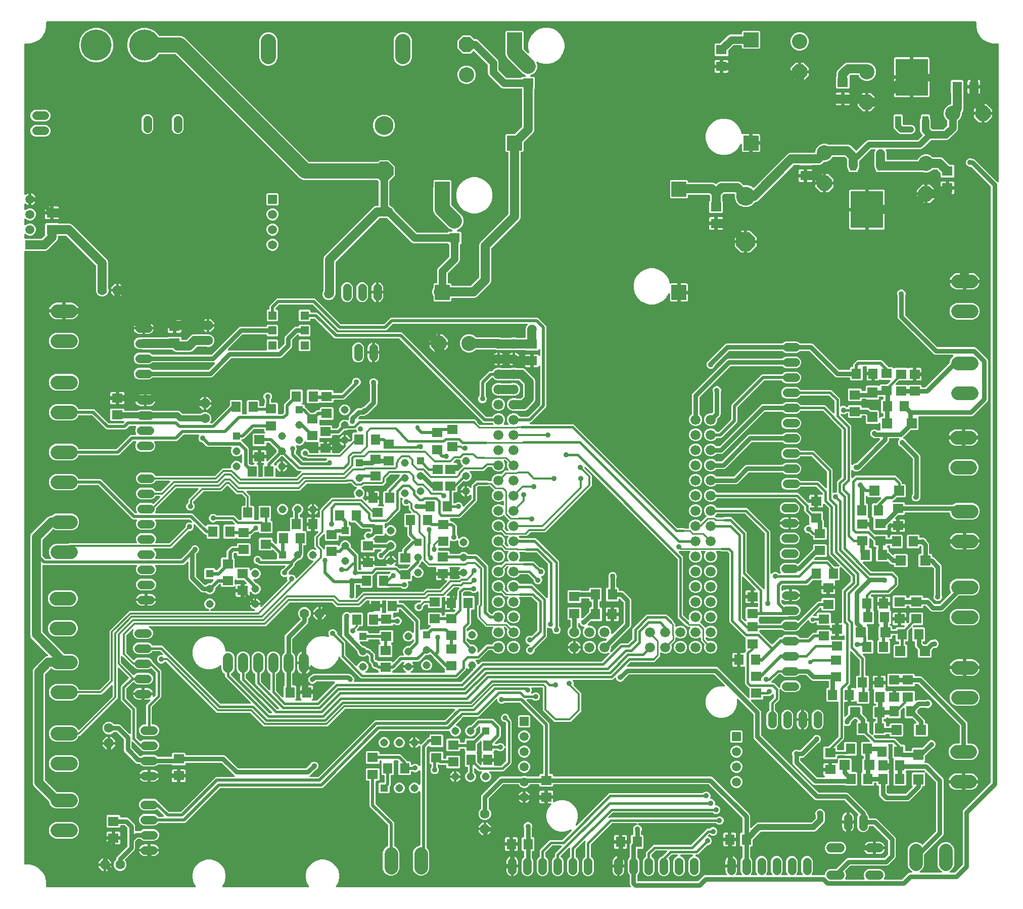
<source format=gbr>
G04 EAGLE Gerber RS-274X export*
G75*
%MOMM*%
%FSLAX34Y34*%
%LPD*%
%INBottom Copper*%
%IPPOS*%
%AMOC8*
5,1,8,0,0,1.08239X$1,22.5*%
G01*
%ADD10R,1.600000X1.800000*%
%ADD11R,1.800000X1.600000*%
%ADD12C,2.540000*%
%ADD13P,2.749271X8X292.500000*%
%ADD14P,1.732040X8X22.500000*%
%ADD15C,1.600200*%
%ADD16P,1.732040X8X292.500000*%
%ADD17P,1.732040X8X112.500000*%
%ADD18P,1.732040X8X202.500000*%
%ADD19C,2.540000*%
%ADD20R,5.400000X6.200000*%
%ADD21R,1.000000X1.600000*%
%ADD22C,1.676400*%
%ADD23R,1.803000X1.600000*%
%ADD24R,1.600000X1.803000*%
%ADD25C,1.422400*%
%ADD26C,5.200000*%
%ADD27R,1.508000X1.508000*%
%ADD28C,1.508000*%
%ADD29R,2.500000X2.500000*%
%ADD30C,1.676400*%
%ADD31C,2.250000*%
%ADD32C,1.524000*%
%ADD33P,3.409096X8X292.500000*%
%ADD34C,3.149600*%
%ADD35P,2.749271X8X22.500000*%
%ADD36P,2.749271X8X112.500000*%
%ADD37P,2.749271X8X202.500000*%
%ADD38C,1.408000*%
%ADD39R,1.408000X1.408000*%
%ADD40R,1.308000X1.308000*%
%ADD41C,1.308000*%
%ADD42R,1.700000X1.800000*%
%ADD43R,1.800000X1.700000*%
%ADD44C,1.270000*%
%ADD45C,0.762000*%
%ADD46C,0.508000*%
%ADD47C,1.016000*%
%ADD48C,0.609600*%
%ADD49C,0.906400*%
%ADD50C,0.304800*%
%ADD51C,0.406400*%
%ADD52C,0.756400*%
%ADD53C,0.856400*%
%ADD54C,0.254000*%

G36*
X84424Y-396231D02*
X84424Y-396231D01*
X84500Y-396232D01*
X84596Y-396211D01*
X84695Y-396199D01*
X84766Y-396174D01*
X84840Y-396158D01*
X84930Y-396115D01*
X85023Y-396082D01*
X85087Y-396041D01*
X85155Y-396008D01*
X85232Y-395947D01*
X85316Y-395893D01*
X85368Y-395838D01*
X85428Y-395791D01*
X85489Y-395714D01*
X85558Y-395642D01*
X85597Y-395577D01*
X85644Y-395518D01*
X85686Y-395428D01*
X85737Y-395343D01*
X85760Y-395271D01*
X85792Y-395202D01*
X85813Y-395105D01*
X85843Y-395011D01*
X85849Y-394936D01*
X85865Y-394862D01*
X85863Y-394762D01*
X85871Y-394664D01*
X85860Y-394589D01*
X85858Y-394513D01*
X85834Y-394417D01*
X85819Y-394319D01*
X85791Y-394249D01*
X85773Y-394175D01*
X85708Y-394039D01*
X85690Y-393995D01*
X85680Y-393980D01*
X85668Y-393954D01*
X82350Y-388208D01*
X80459Y-381152D01*
X80459Y-373848D01*
X82350Y-366793D01*
X86002Y-360467D01*
X91167Y-355302D01*
X97493Y-351650D01*
X104548Y-349759D01*
X111852Y-349759D01*
X118907Y-351650D01*
X125233Y-355302D01*
X130398Y-360467D01*
X134050Y-366793D01*
X135941Y-373848D01*
X135941Y-381152D01*
X134050Y-388208D01*
X130732Y-393954D01*
X130702Y-394024D01*
X130663Y-394089D01*
X130633Y-394183D01*
X130594Y-394274D01*
X130580Y-394349D01*
X130557Y-394421D01*
X130549Y-394520D01*
X130531Y-394617D01*
X130535Y-394693D01*
X130529Y-394768D01*
X130544Y-394866D01*
X130549Y-394965D01*
X130570Y-395038D01*
X130581Y-395113D01*
X130617Y-395205D01*
X130645Y-395300D01*
X130682Y-395366D01*
X130710Y-395437D01*
X130766Y-395518D01*
X130814Y-395605D01*
X130865Y-395661D01*
X130908Y-395723D01*
X130982Y-395789D01*
X131049Y-395863D01*
X131111Y-395906D01*
X131167Y-395956D01*
X131254Y-396004D01*
X131335Y-396061D01*
X131406Y-396088D01*
X131472Y-396125D01*
X131568Y-396152D01*
X131660Y-396188D01*
X131735Y-396199D01*
X131808Y-396220D01*
X131958Y-396232D01*
X132005Y-396239D01*
X132023Y-396237D01*
X132051Y-396239D01*
X274349Y-396239D01*
X274424Y-396231D01*
X274500Y-396232D01*
X274596Y-396211D01*
X274695Y-396199D01*
X274766Y-396174D01*
X274840Y-396158D01*
X274930Y-396115D01*
X275023Y-396082D01*
X275087Y-396041D01*
X275155Y-396008D01*
X275232Y-395947D01*
X275316Y-395893D01*
X275368Y-395838D01*
X275428Y-395791D01*
X275489Y-395714D01*
X275558Y-395642D01*
X275597Y-395577D01*
X275644Y-395518D01*
X275686Y-395428D01*
X275737Y-395343D01*
X275760Y-395271D01*
X275792Y-395202D01*
X275813Y-395105D01*
X275843Y-395011D01*
X275849Y-394936D01*
X275865Y-394862D01*
X275863Y-394762D01*
X275871Y-394664D01*
X275860Y-394589D01*
X275858Y-394513D01*
X275834Y-394417D01*
X275819Y-394319D01*
X275791Y-394249D01*
X275773Y-394175D01*
X275708Y-394039D01*
X275690Y-393995D01*
X275680Y-393980D01*
X275668Y-393954D01*
X272350Y-388208D01*
X270459Y-381152D01*
X270459Y-373848D01*
X272350Y-366793D01*
X276002Y-360467D01*
X281167Y-355302D01*
X287493Y-351650D01*
X294548Y-349759D01*
X301852Y-349759D01*
X308907Y-351650D01*
X315233Y-355302D01*
X320398Y-360467D01*
X324050Y-366793D01*
X325941Y-373848D01*
X325941Y-381152D01*
X324050Y-388208D01*
X320732Y-393954D01*
X320702Y-394024D01*
X320663Y-394089D01*
X320633Y-394183D01*
X320594Y-394274D01*
X320580Y-394349D01*
X320557Y-394421D01*
X320549Y-394520D01*
X320531Y-394617D01*
X320535Y-394693D01*
X320529Y-394768D01*
X320544Y-394866D01*
X320549Y-394965D01*
X320570Y-395038D01*
X320581Y-395113D01*
X320617Y-395205D01*
X320645Y-395300D01*
X320682Y-395366D01*
X320710Y-395437D01*
X320766Y-395518D01*
X320814Y-395605D01*
X320865Y-395661D01*
X320908Y-395723D01*
X320982Y-395789D01*
X321049Y-395863D01*
X321111Y-395906D01*
X321167Y-395956D01*
X321254Y-396004D01*
X321335Y-396061D01*
X321406Y-396088D01*
X321472Y-396125D01*
X321568Y-396152D01*
X321660Y-396188D01*
X321735Y-396199D01*
X321808Y-396220D01*
X321958Y-396232D01*
X322005Y-396239D01*
X322023Y-396237D01*
X322051Y-396239D01*
X813349Y-396239D01*
X813448Y-396228D01*
X813549Y-396226D01*
X813621Y-396208D01*
X813695Y-396199D01*
X813789Y-396166D01*
X813887Y-396141D01*
X813953Y-396107D01*
X814023Y-396082D01*
X814107Y-396027D01*
X814197Y-395981D01*
X814253Y-395933D01*
X814316Y-395893D01*
X814385Y-395821D01*
X814462Y-395756D01*
X814506Y-395696D01*
X814558Y-395642D01*
X814609Y-395556D01*
X814669Y-395475D01*
X814699Y-395407D01*
X814737Y-395343D01*
X814767Y-395248D01*
X814807Y-395155D01*
X814820Y-395082D01*
X814843Y-395011D01*
X814851Y-394911D01*
X814869Y-394812D01*
X814865Y-394738D01*
X814871Y-394664D01*
X814856Y-394564D01*
X814851Y-394464D01*
X814830Y-394393D01*
X814819Y-394319D01*
X814782Y-394226D01*
X814754Y-394129D01*
X814718Y-394064D01*
X814690Y-393995D01*
X814633Y-393913D01*
X814584Y-393825D01*
X814519Y-393749D01*
X814492Y-393709D01*
X814465Y-393685D01*
X814426Y-393639D01*
X813766Y-392979D01*
X812799Y-390645D01*
X812799Y-375723D01*
X812785Y-375598D01*
X812778Y-375471D01*
X812765Y-375425D01*
X812759Y-375377D01*
X812717Y-375258D01*
X812682Y-375137D01*
X812658Y-375094D01*
X812642Y-375049D01*
X812573Y-374943D01*
X812512Y-374832D01*
X812472Y-374786D01*
X812453Y-374756D01*
X812418Y-374723D01*
X812353Y-374646D01*
X810967Y-373260D01*
X809497Y-369712D01*
X809497Y-351648D01*
X810967Y-348100D01*
X812353Y-346714D01*
X812432Y-346615D01*
X812516Y-346521D01*
X812540Y-346479D01*
X812570Y-346441D01*
X812624Y-346327D01*
X812685Y-346216D01*
X812698Y-346169D01*
X812719Y-346126D01*
X812745Y-346002D01*
X812780Y-345881D01*
X812785Y-345820D01*
X812792Y-345785D01*
X812791Y-345737D01*
X812799Y-345637D01*
X812799Y-325157D01*
X813766Y-322823D01*
X814543Y-322046D01*
X814622Y-321947D01*
X814706Y-321853D01*
X814730Y-321810D01*
X814760Y-321773D01*
X814814Y-321658D01*
X814875Y-321548D01*
X814888Y-321501D01*
X814909Y-321457D01*
X814935Y-321334D01*
X814970Y-321212D01*
X814975Y-321152D01*
X814982Y-321117D01*
X814981Y-321069D01*
X814989Y-320968D01*
X814989Y-309988D01*
X816478Y-308499D01*
X817656Y-308499D01*
X817682Y-308496D01*
X817708Y-308498D01*
X817855Y-308476D01*
X818002Y-308459D01*
X818027Y-308451D01*
X818053Y-308447D01*
X818191Y-308392D01*
X818330Y-308342D01*
X818352Y-308328D01*
X818377Y-308318D01*
X818498Y-308233D01*
X818623Y-308153D01*
X818641Y-308134D01*
X818663Y-308119D01*
X818762Y-308009D01*
X818865Y-307902D01*
X818879Y-307880D01*
X818896Y-307860D01*
X818968Y-307731D01*
X819044Y-307603D01*
X819052Y-307578D01*
X819065Y-307555D01*
X819105Y-307412D01*
X819150Y-307271D01*
X819152Y-307245D01*
X819160Y-307220D01*
X819179Y-306976D01*
X819179Y-301003D01*
X819179Y-301001D01*
X819179Y-300999D01*
X819159Y-300828D01*
X819139Y-300657D01*
X819139Y-300655D01*
X819138Y-300653D01*
X819063Y-300420D01*
X818935Y-300111D01*
X818935Y-297297D01*
X820012Y-294698D01*
X822002Y-292708D01*
X824365Y-291729D01*
X824409Y-291705D01*
X824456Y-291688D01*
X824560Y-291620D01*
X824669Y-291560D01*
X824706Y-291526D01*
X824749Y-291499D01*
X824835Y-291409D01*
X824927Y-291326D01*
X824956Y-291284D01*
X824991Y-291248D01*
X825055Y-291141D01*
X825125Y-291039D01*
X825144Y-290992D01*
X825170Y-290949D01*
X825208Y-290831D01*
X825253Y-290715D01*
X825261Y-290665D01*
X825276Y-290617D01*
X825286Y-290493D01*
X825304Y-290370D01*
X825300Y-290320D01*
X825304Y-290270D01*
X825286Y-290147D01*
X825275Y-290023D01*
X825260Y-289975D01*
X825252Y-289925D01*
X825206Y-289810D01*
X825168Y-289691D01*
X825142Y-289648D01*
X825124Y-289601D01*
X825053Y-289499D01*
X824988Y-289393D01*
X824953Y-289356D01*
X824925Y-289315D01*
X824832Y-289232D01*
X824746Y-289143D01*
X824703Y-289115D01*
X824666Y-289082D01*
X824557Y-289022D01*
X824452Y-288954D01*
X824405Y-288937D01*
X824361Y-288913D01*
X824241Y-288879D01*
X824124Y-288838D01*
X824074Y-288832D01*
X824025Y-288818D01*
X823782Y-288799D01*
X783575Y-288799D01*
X783449Y-288813D01*
X783323Y-288820D01*
X783277Y-288833D01*
X783229Y-288839D01*
X783110Y-288881D01*
X782988Y-288916D01*
X782946Y-288940D01*
X782901Y-288956D01*
X782794Y-289025D01*
X782684Y-289086D01*
X782638Y-289126D01*
X782608Y-289145D01*
X782574Y-289180D01*
X782498Y-289245D01*
X747969Y-323774D01*
X747890Y-323873D01*
X747806Y-323967D01*
X747782Y-324009D01*
X747752Y-324047D01*
X747698Y-324161D01*
X747637Y-324272D01*
X747624Y-324318D01*
X747603Y-324362D01*
X747577Y-324485D01*
X747542Y-324607D01*
X747537Y-324668D01*
X747530Y-324703D01*
X747531Y-324751D01*
X747523Y-324851D01*
X747523Y-343996D01*
X747531Y-344072D01*
X747530Y-344149D01*
X747551Y-344245D01*
X747563Y-344342D01*
X747588Y-344414D01*
X747605Y-344489D01*
X747647Y-344578D01*
X747680Y-344671D01*
X747722Y-344735D01*
X747754Y-344804D01*
X747816Y-344881D01*
X747869Y-344963D01*
X747924Y-345016D01*
X747972Y-345076D01*
X748049Y-345137D01*
X748120Y-345206D01*
X748185Y-345245D01*
X748245Y-345292D01*
X748378Y-345360D01*
X748415Y-345382D01*
X751133Y-348100D01*
X752603Y-351648D01*
X752603Y-369712D01*
X751133Y-373260D01*
X748418Y-375975D01*
X744870Y-377445D01*
X741030Y-377445D01*
X737482Y-375975D01*
X734767Y-373260D01*
X733297Y-369712D01*
X733297Y-351648D01*
X734767Y-348100D01*
X737497Y-345370D01*
X737504Y-345366D01*
X737575Y-345338D01*
X737655Y-345282D01*
X737742Y-345234D01*
X737798Y-345183D01*
X737861Y-345139D01*
X737927Y-345066D01*
X738000Y-345000D01*
X738043Y-344937D01*
X738094Y-344880D01*
X738142Y-344794D01*
X738198Y-344713D01*
X738226Y-344642D01*
X738263Y-344575D01*
X738290Y-344481D01*
X738326Y-344389D01*
X738337Y-344314D01*
X738358Y-344240D01*
X738370Y-344091D01*
X738377Y-344044D01*
X738375Y-344025D01*
X738377Y-343996D01*
X738377Y-321416D01*
X738851Y-320272D01*
X738865Y-320223D01*
X738887Y-320178D01*
X738913Y-320056D01*
X738947Y-319937D01*
X738950Y-319886D01*
X738960Y-319837D01*
X738958Y-319713D01*
X738964Y-319589D01*
X738955Y-319539D01*
X738954Y-319489D01*
X738924Y-319368D01*
X738901Y-319246D01*
X738881Y-319200D01*
X738869Y-319151D01*
X738812Y-319040D01*
X738763Y-318926D01*
X738733Y-318886D01*
X738709Y-318841D01*
X738629Y-318746D01*
X738555Y-318646D01*
X738516Y-318614D01*
X738484Y-318576D01*
X738384Y-318502D01*
X738289Y-318421D01*
X738244Y-318398D01*
X738203Y-318368D01*
X738089Y-318319D01*
X737978Y-318262D01*
X737930Y-318250D01*
X737883Y-318230D01*
X737761Y-318208D01*
X737640Y-318178D01*
X737590Y-318178D01*
X737540Y-318169D01*
X737416Y-318175D01*
X737292Y-318173D01*
X737242Y-318184D01*
X737192Y-318187D01*
X737073Y-318221D01*
X736951Y-318248D01*
X736906Y-318269D01*
X736857Y-318283D01*
X736749Y-318344D01*
X736637Y-318397D01*
X736597Y-318429D01*
X736553Y-318453D01*
X736367Y-318612D01*
X736364Y-318615D01*
X722569Y-332410D01*
X722490Y-332509D01*
X722406Y-332603D01*
X722382Y-332645D01*
X722352Y-332683D01*
X722298Y-332797D01*
X722237Y-332908D01*
X722224Y-332954D01*
X722203Y-332998D01*
X722177Y-333121D01*
X722142Y-333243D01*
X722137Y-333304D01*
X722130Y-333339D01*
X722131Y-333387D01*
X722123Y-333487D01*
X722123Y-343996D01*
X722131Y-344072D01*
X722130Y-344149D01*
X722151Y-344245D01*
X722163Y-344342D01*
X722188Y-344414D01*
X722205Y-344489D01*
X722247Y-344578D01*
X722280Y-344671D01*
X722322Y-344735D01*
X722354Y-344804D01*
X722416Y-344881D01*
X722469Y-344963D01*
X722524Y-345016D01*
X722572Y-345076D01*
X722649Y-345137D01*
X722720Y-345206D01*
X722785Y-345245D01*
X722845Y-345292D01*
X722978Y-345360D01*
X723015Y-345382D01*
X725733Y-348100D01*
X727203Y-351648D01*
X727203Y-369712D01*
X725733Y-373260D01*
X723018Y-375975D01*
X719470Y-377445D01*
X715630Y-377445D01*
X712082Y-375975D01*
X709367Y-373260D01*
X707897Y-369712D01*
X707897Y-351648D01*
X709367Y-348100D01*
X712097Y-345370D01*
X712104Y-345366D01*
X712175Y-345338D01*
X712255Y-345282D01*
X712342Y-345234D01*
X712398Y-345183D01*
X712461Y-345139D01*
X712527Y-345066D01*
X712600Y-345000D01*
X712643Y-344937D01*
X712694Y-344880D01*
X712742Y-344794D01*
X712798Y-344713D01*
X712826Y-344642D01*
X712863Y-344575D01*
X712890Y-344481D01*
X712926Y-344389D01*
X712937Y-344314D01*
X712958Y-344240D01*
X712970Y-344091D01*
X712977Y-344044D01*
X712975Y-344025D01*
X712977Y-343996D01*
X712977Y-331201D01*
X712966Y-331101D01*
X712964Y-331001D01*
X712946Y-330929D01*
X712937Y-330855D01*
X712904Y-330760D01*
X712879Y-330663D01*
X712845Y-330597D01*
X712820Y-330527D01*
X712765Y-330442D01*
X712719Y-330353D01*
X712671Y-330296D01*
X712631Y-330234D01*
X712559Y-330164D01*
X712494Y-330088D01*
X712434Y-330043D01*
X712380Y-329992D01*
X712294Y-329940D01*
X712213Y-329880D01*
X712145Y-329851D01*
X712081Y-329813D01*
X711985Y-329782D01*
X711893Y-329742D01*
X711820Y-329729D01*
X711749Y-329707D01*
X711649Y-329699D01*
X711550Y-329681D01*
X711476Y-329685D01*
X711402Y-329679D01*
X711302Y-329694D01*
X711202Y-329699D01*
X711131Y-329719D01*
X711057Y-329730D01*
X710964Y-329767D01*
X710867Y-329795D01*
X710802Y-329832D01*
X710733Y-329859D01*
X710651Y-329916D01*
X710563Y-329965D01*
X710487Y-330031D01*
X710447Y-330058D01*
X710423Y-330084D01*
X710377Y-330124D01*
X697444Y-343057D01*
X697428Y-343077D01*
X697408Y-343094D01*
X697319Y-343214D01*
X697227Y-343330D01*
X697216Y-343353D01*
X697201Y-343375D01*
X697142Y-343511D01*
X697078Y-343645D01*
X697073Y-343671D01*
X697063Y-343695D01*
X697036Y-343841D01*
X697005Y-343986D01*
X697006Y-344012D01*
X697001Y-344038D01*
X697009Y-344186D01*
X697011Y-344334D01*
X697017Y-344359D01*
X697019Y-344386D01*
X697060Y-344528D01*
X697096Y-344672D01*
X697108Y-344695D01*
X697115Y-344721D01*
X697188Y-344850D01*
X697256Y-344982D01*
X697273Y-345002D01*
X697286Y-345025D01*
X697444Y-345211D01*
X700333Y-348100D01*
X701803Y-351648D01*
X701803Y-369712D01*
X700333Y-373260D01*
X697618Y-375975D01*
X694070Y-377445D01*
X690230Y-377445D01*
X686682Y-375975D01*
X683967Y-373260D01*
X682497Y-369712D01*
X682497Y-351648D01*
X683967Y-348100D01*
X686697Y-345370D01*
X686704Y-345366D01*
X686775Y-345338D01*
X686855Y-345282D01*
X686942Y-345234D01*
X686998Y-345183D01*
X687061Y-345139D01*
X687127Y-345066D01*
X687200Y-345000D01*
X687243Y-344937D01*
X687294Y-344880D01*
X687342Y-344794D01*
X687398Y-344713D01*
X687426Y-344642D01*
X687463Y-344575D01*
X687490Y-344481D01*
X687526Y-344389D01*
X687537Y-344314D01*
X687558Y-344240D01*
X687570Y-344091D01*
X687577Y-344044D01*
X687575Y-344025D01*
X687577Y-343996D01*
X687577Y-340974D01*
X688273Y-339294D01*
X698830Y-328737D01*
X698892Y-328659D01*
X698962Y-328586D01*
X699001Y-328522D01*
X699047Y-328464D01*
X699090Y-328373D01*
X699141Y-328287D01*
X699164Y-328216D01*
X699196Y-328149D01*
X699217Y-328051D01*
X699247Y-327955D01*
X699253Y-327881D01*
X699269Y-327808D01*
X699267Y-327708D01*
X699275Y-327608D01*
X699264Y-327534D01*
X699263Y-327460D01*
X699239Y-327363D01*
X699224Y-327263D01*
X699196Y-327194D01*
X699178Y-327122D01*
X699132Y-327032D01*
X699095Y-326939D01*
X699053Y-326878D01*
X699018Y-326812D01*
X698953Y-326735D01*
X698896Y-326653D01*
X698841Y-326603D01*
X698793Y-326547D01*
X698712Y-326487D01*
X698637Y-326420D01*
X698572Y-326384D01*
X698512Y-326339D01*
X698420Y-326300D01*
X698332Y-326251D01*
X698261Y-326231D01*
X698192Y-326201D01*
X698094Y-326184D01*
X697997Y-326156D01*
X697897Y-326148D01*
X697849Y-326140D01*
X697814Y-326142D01*
X697753Y-326137D01*
X683753Y-326137D01*
X683627Y-326151D01*
X683501Y-326158D01*
X683455Y-326171D01*
X683407Y-326177D01*
X683288Y-326219D01*
X683166Y-326254D01*
X683124Y-326278D01*
X683079Y-326294D01*
X682972Y-326363D01*
X682862Y-326424D01*
X682816Y-326464D01*
X682786Y-326483D01*
X682756Y-326514D01*
X682753Y-326516D01*
X682746Y-326523D01*
X682676Y-326583D01*
X671769Y-337490D01*
X671690Y-337589D01*
X671606Y-337683D01*
X671582Y-337725D01*
X671552Y-337763D01*
X671498Y-337877D01*
X671437Y-337988D01*
X671424Y-338034D01*
X671403Y-338078D01*
X671377Y-338201D01*
X671342Y-338323D01*
X671337Y-338384D01*
X671330Y-338419D01*
X671331Y-338467D01*
X671323Y-338567D01*
X671323Y-343996D01*
X671331Y-344072D01*
X671330Y-344149D01*
X671351Y-344245D01*
X671363Y-344342D01*
X671388Y-344414D01*
X671405Y-344489D01*
X671447Y-344578D01*
X671480Y-344671D01*
X671522Y-344735D01*
X671554Y-344804D01*
X671616Y-344881D01*
X671669Y-344963D01*
X671724Y-345016D01*
X671772Y-345076D01*
X671849Y-345137D01*
X671920Y-345206D01*
X671985Y-345245D01*
X672045Y-345292D01*
X672178Y-345360D01*
X672215Y-345382D01*
X674933Y-348100D01*
X676403Y-351648D01*
X676403Y-369712D01*
X674933Y-373260D01*
X672218Y-375975D01*
X668670Y-377445D01*
X664830Y-377445D01*
X661282Y-375975D01*
X658567Y-373260D01*
X657097Y-369712D01*
X657097Y-351648D01*
X658567Y-348100D01*
X661297Y-345370D01*
X661304Y-345366D01*
X661375Y-345338D01*
X661455Y-345282D01*
X661542Y-345234D01*
X661598Y-345183D01*
X661661Y-345139D01*
X661727Y-345066D01*
X661800Y-345000D01*
X661843Y-344937D01*
X661894Y-344880D01*
X661942Y-344794D01*
X661998Y-344713D01*
X662026Y-344642D01*
X662063Y-344575D01*
X662090Y-344481D01*
X662126Y-344389D01*
X662137Y-344314D01*
X662158Y-344240D01*
X662170Y-344091D01*
X662177Y-344044D01*
X662175Y-344025D01*
X662177Y-343996D01*
X662177Y-335132D01*
X662873Y-333452D01*
X678638Y-317687D01*
X680318Y-316991D01*
X699277Y-316991D01*
X699403Y-316977D01*
X699529Y-316970D01*
X699575Y-316957D01*
X699623Y-316951D01*
X699742Y-316909D01*
X699864Y-316874D01*
X699906Y-316850D01*
X699951Y-316834D01*
X700058Y-316765D01*
X700168Y-316704D01*
X700214Y-316664D01*
X700244Y-316645D01*
X700278Y-316610D01*
X700354Y-316545D01*
X715176Y-301724D01*
X715268Y-301607D01*
X715365Y-301492D01*
X715377Y-301470D01*
X715392Y-301451D01*
X715456Y-301315D01*
X715524Y-301182D01*
X715530Y-301158D01*
X715541Y-301136D01*
X715573Y-300989D01*
X715609Y-300844D01*
X715609Y-300819D01*
X715614Y-300795D01*
X715612Y-300646D01*
X715614Y-300496D01*
X715609Y-300471D01*
X715608Y-300446D01*
X715572Y-300301D01*
X715540Y-300155D01*
X715530Y-300133D01*
X715523Y-300108D01*
X715455Y-299975D01*
X715391Y-299840D01*
X715375Y-299821D01*
X715364Y-299799D01*
X715267Y-299685D01*
X715174Y-299568D01*
X715154Y-299552D01*
X715138Y-299533D01*
X715018Y-299444D01*
X714900Y-299351D01*
X714878Y-299341D01*
X714858Y-299326D01*
X714720Y-299267D01*
X714585Y-299203D01*
X714560Y-299198D01*
X714538Y-299188D01*
X714391Y-299162D01*
X714244Y-299130D01*
X714219Y-299131D01*
X714195Y-299126D01*
X714045Y-299134D01*
X713896Y-299137D01*
X713871Y-299143D01*
X713847Y-299144D01*
X713703Y-299186D01*
X713558Y-299222D01*
X713531Y-299235D01*
X713512Y-299241D01*
X713470Y-299264D01*
X713337Y-299327D01*
X709899Y-301312D01*
X703225Y-303101D01*
X696315Y-303101D01*
X689641Y-301312D01*
X683658Y-297858D01*
X678772Y-292972D01*
X675318Y-286989D01*
X673529Y-280315D01*
X673529Y-273405D01*
X675318Y-266731D01*
X678772Y-260748D01*
X681239Y-258281D01*
X681301Y-258203D01*
X681371Y-258130D01*
X681409Y-258066D01*
X681456Y-258008D01*
X681498Y-257917D01*
X681550Y-257831D01*
X681573Y-257760D01*
X681604Y-257693D01*
X681626Y-257595D01*
X681656Y-257499D01*
X681662Y-257425D01*
X681678Y-257352D01*
X681676Y-257252D01*
X681684Y-257152D01*
X681673Y-257078D01*
X681672Y-257004D01*
X681647Y-256907D01*
X681632Y-256807D01*
X681605Y-256738D01*
X681587Y-256666D01*
X681541Y-256577D01*
X681504Y-256483D01*
X681461Y-256422D01*
X681427Y-256356D01*
X681362Y-256280D01*
X681305Y-256197D01*
X681250Y-256147D01*
X681201Y-256091D01*
X681121Y-256031D01*
X681046Y-255964D01*
X680981Y-255928D01*
X680921Y-255883D01*
X680829Y-255844D01*
X680741Y-255795D01*
X680669Y-255775D01*
X680601Y-255745D01*
X680502Y-255728D01*
X680406Y-255700D01*
X680306Y-255692D01*
X680258Y-255684D01*
X680222Y-255686D01*
X680162Y-255681D01*
X676147Y-255681D01*
X676147Y-248187D01*
X684641Y-248187D01*
X684641Y-252656D01*
X684649Y-252732D01*
X684648Y-252807D01*
X684669Y-252904D01*
X684681Y-253003D01*
X684706Y-253074D01*
X684722Y-253148D01*
X684765Y-253237D01*
X684798Y-253331D01*
X684839Y-253394D01*
X684872Y-253463D01*
X684933Y-253540D01*
X684987Y-253623D01*
X685042Y-253676D01*
X685089Y-253735D01*
X685167Y-253797D01*
X685238Y-253866D01*
X685303Y-253905D01*
X685362Y-253952D01*
X685452Y-253994D01*
X685537Y-254045D01*
X685609Y-254068D01*
X685678Y-254100D01*
X685774Y-254121D01*
X685869Y-254151D01*
X685944Y-254157D01*
X686018Y-254173D01*
X686118Y-254171D01*
X686216Y-254179D01*
X686291Y-254167D01*
X686367Y-254166D01*
X686463Y-254142D01*
X686561Y-254127D01*
X686631Y-254099D01*
X686705Y-254080D01*
X686841Y-254016D01*
X686885Y-253998D01*
X686900Y-253988D01*
X686926Y-253976D01*
X689641Y-252408D01*
X696315Y-250619D01*
X703225Y-250619D01*
X709899Y-252408D01*
X715882Y-255862D01*
X720768Y-260748D01*
X724222Y-266731D01*
X726011Y-273405D01*
X726011Y-280315D01*
X724222Y-286989D01*
X722237Y-290427D01*
X722210Y-290490D01*
X722199Y-290508D01*
X722191Y-290535D01*
X722178Y-290564D01*
X722114Y-290699D01*
X722109Y-290724D01*
X722099Y-290747D01*
X722072Y-290894D01*
X722041Y-291040D01*
X722041Y-291065D01*
X722037Y-291089D01*
X722044Y-291239D01*
X722047Y-291389D01*
X722053Y-291413D01*
X722054Y-291438D01*
X722095Y-291582D01*
X722132Y-291727D01*
X722143Y-291749D01*
X722150Y-291773D01*
X722222Y-291903D01*
X722291Y-292036D01*
X722307Y-292055D01*
X722319Y-292077D01*
X722420Y-292188D01*
X722517Y-292302D01*
X722537Y-292317D01*
X722554Y-292335D01*
X722677Y-292420D01*
X722797Y-292509D01*
X722820Y-292519D01*
X722841Y-292533D01*
X722980Y-292588D01*
X723117Y-292647D01*
X723142Y-292651D01*
X723165Y-292660D01*
X723313Y-292682D01*
X723460Y-292709D01*
X723485Y-292707D01*
X723510Y-292711D01*
X723659Y-292698D01*
X723808Y-292691D01*
X723832Y-292684D01*
X723857Y-292682D01*
X723999Y-292636D01*
X724143Y-292594D01*
X724165Y-292582D01*
X724189Y-292574D01*
X724317Y-292497D01*
X724447Y-292424D01*
X724470Y-292405D01*
X724487Y-292394D01*
X724521Y-292361D01*
X724634Y-292266D01*
X777698Y-239201D01*
X779378Y-238505D01*
X935009Y-238505D01*
X935135Y-238491D01*
X935261Y-238484D01*
X935308Y-238471D01*
X935356Y-238465D01*
X935475Y-238423D01*
X935596Y-238388D01*
X935638Y-238364D01*
X935684Y-238348D01*
X935790Y-238279D01*
X935900Y-238218D01*
X935947Y-238178D01*
X935977Y-238159D01*
X936010Y-238124D01*
X936087Y-238059D01*
X937064Y-237082D01*
X939663Y-236005D01*
X942477Y-236005D01*
X945076Y-237082D01*
X947066Y-239072D01*
X948143Y-241671D01*
X948143Y-244485D01*
X947477Y-246091D01*
X947436Y-246236D01*
X947390Y-246379D01*
X947388Y-246403D01*
X947382Y-246426D01*
X947374Y-246577D01*
X947362Y-246726D01*
X947366Y-246750D01*
X947365Y-246774D01*
X947392Y-246922D01*
X947414Y-247071D01*
X947423Y-247093D01*
X947427Y-247117D01*
X947487Y-247255D01*
X947543Y-247395D01*
X947557Y-247415D01*
X947566Y-247437D01*
X947656Y-247558D01*
X947742Y-247681D01*
X947760Y-247697D01*
X947774Y-247717D01*
X947889Y-247814D01*
X948000Y-247914D01*
X948022Y-247926D01*
X948040Y-247942D01*
X948174Y-248010D01*
X948306Y-248083D01*
X948329Y-248089D01*
X948350Y-248100D01*
X948496Y-248137D01*
X948641Y-248178D01*
X948670Y-248180D01*
X948689Y-248185D01*
X948736Y-248185D01*
X948885Y-248197D01*
X950097Y-248197D01*
X952696Y-249274D01*
X954686Y-251264D01*
X955763Y-253863D01*
X955763Y-256677D01*
X955571Y-257140D01*
X955530Y-257285D01*
X955484Y-257428D01*
X955482Y-257452D01*
X955475Y-257475D01*
X955468Y-257626D01*
X955456Y-257775D01*
X955459Y-257799D01*
X955458Y-257823D01*
X955485Y-257971D01*
X955507Y-258120D01*
X955516Y-258142D01*
X955521Y-258166D01*
X955581Y-258304D01*
X955636Y-258444D01*
X955650Y-258464D01*
X955660Y-258486D01*
X955749Y-258607D01*
X955835Y-258730D01*
X955853Y-258746D01*
X955868Y-258766D01*
X955983Y-258863D01*
X956094Y-258963D01*
X956115Y-258975D01*
X956134Y-258991D01*
X956267Y-259059D01*
X956399Y-259132D01*
X956422Y-259138D01*
X956444Y-259149D01*
X956589Y-259186D01*
X956734Y-259227D01*
X956763Y-259229D01*
X956782Y-259234D01*
X956829Y-259234D01*
X956978Y-259246D01*
X958860Y-259246D01*
X961459Y-260323D01*
X963449Y-262313D01*
X964526Y-264912D01*
X964526Y-267726D01*
X963449Y-270325D01*
X961459Y-272315D01*
X958860Y-273392D01*
X956046Y-273392D01*
X953447Y-272315D01*
X952470Y-271338D01*
X952370Y-271259D01*
X952277Y-271175D01*
X952234Y-271151D01*
X952197Y-271121D01*
X952082Y-271067D01*
X951972Y-271006D01*
X951925Y-270993D01*
X951881Y-270972D01*
X951758Y-270946D01*
X951636Y-270911D01*
X951576Y-270906D01*
X951541Y-270899D01*
X951493Y-270900D01*
X951392Y-270892D01*
X784718Y-270892D01*
X784592Y-270906D01*
X784466Y-270913D01*
X784420Y-270926D01*
X784372Y-270932D01*
X784253Y-270974D01*
X784131Y-271009D01*
X784089Y-271033D01*
X784044Y-271049D01*
X783937Y-271118D01*
X783827Y-271179D01*
X783781Y-271219D01*
X783751Y-271238D01*
X783717Y-271273D01*
X783641Y-271338D01*
X777336Y-277643D01*
X777305Y-277682D01*
X777267Y-277716D01*
X777196Y-277819D01*
X777119Y-277916D01*
X777098Y-277961D01*
X777069Y-278003D01*
X777023Y-278119D01*
X776970Y-278231D01*
X776960Y-278280D01*
X776941Y-278327D01*
X776923Y-278450D01*
X776897Y-278572D01*
X776898Y-278622D01*
X776890Y-278672D01*
X776901Y-278796D01*
X776903Y-278920D01*
X776915Y-278969D01*
X776919Y-279019D01*
X776958Y-279138D01*
X776988Y-279258D01*
X777011Y-279303D01*
X777026Y-279351D01*
X777090Y-279457D01*
X777148Y-279568D01*
X777180Y-279606D01*
X777206Y-279650D01*
X777293Y-279739D01*
X777373Y-279833D01*
X777414Y-279863D01*
X777449Y-279900D01*
X777554Y-279967D01*
X777654Y-280041D01*
X777700Y-280061D01*
X777742Y-280088D01*
X777859Y-280129D01*
X777974Y-280179D01*
X778023Y-280188D01*
X778071Y-280204D01*
X778194Y-280218D01*
X778317Y-280240D01*
X778367Y-280238D01*
X778417Y-280243D01*
X778541Y-280229D01*
X778665Y-280222D01*
X778713Y-280208D01*
X778763Y-280203D01*
X778996Y-280127D01*
X779000Y-280126D01*
X780140Y-279653D01*
X957107Y-279653D01*
X957233Y-279639D01*
X957359Y-279632D01*
X957406Y-279619D01*
X957454Y-279613D01*
X957573Y-279571D01*
X957694Y-279536D01*
X957736Y-279512D01*
X957782Y-279496D01*
X957888Y-279427D01*
X957998Y-279366D01*
X958045Y-279326D01*
X958075Y-279307D01*
X958108Y-279272D01*
X958185Y-279207D01*
X959162Y-278230D01*
X961761Y-277153D01*
X964575Y-277153D01*
X967174Y-278230D01*
X969164Y-280220D01*
X970241Y-282819D01*
X970241Y-285633D01*
X969164Y-288232D01*
X967174Y-290222D01*
X964575Y-291299D01*
X961761Y-291299D01*
X959162Y-290222D01*
X958185Y-289245D01*
X958086Y-289166D01*
X957992Y-289082D01*
X957949Y-289058D01*
X957912Y-289028D01*
X957797Y-288974D01*
X957687Y-288913D01*
X957640Y-288900D01*
X957596Y-288879D01*
X957473Y-288853D01*
X957351Y-288818D01*
X957290Y-288813D01*
X957256Y-288806D01*
X957208Y-288807D01*
X957107Y-288799D01*
X828234Y-288799D01*
X828184Y-288804D01*
X828134Y-288802D01*
X828012Y-288824D01*
X827888Y-288839D01*
X827841Y-288856D01*
X827791Y-288865D01*
X827677Y-288914D01*
X827560Y-288956D01*
X827518Y-288983D01*
X827472Y-289003D01*
X827372Y-289078D01*
X827267Y-289145D01*
X827232Y-289181D01*
X827192Y-289211D01*
X827112Y-289306D01*
X827025Y-289396D01*
X826999Y-289439D01*
X826967Y-289477D01*
X826910Y-289588D01*
X826846Y-289695D01*
X826831Y-289743D01*
X826808Y-289788D01*
X826778Y-289908D01*
X826740Y-290027D01*
X826736Y-290077D01*
X826724Y-290126D01*
X826722Y-290250D01*
X826712Y-290374D01*
X826719Y-290424D01*
X826719Y-290474D01*
X826745Y-290596D01*
X826764Y-290719D01*
X826782Y-290766D01*
X826793Y-290815D01*
X826847Y-290927D01*
X826892Y-291043D01*
X826921Y-291084D01*
X826943Y-291130D01*
X827020Y-291227D01*
X827091Y-291329D01*
X827129Y-291363D01*
X827160Y-291402D01*
X827258Y-291479D01*
X827350Y-291562D01*
X827394Y-291587D01*
X827434Y-291618D01*
X827651Y-291729D01*
X830014Y-292708D01*
X832004Y-294698D01*
X833081Y-297297D01*
X833081Y-300111D01*
X831997Y-302728D01*
X831996Y-302730D01*
X831995Y-302732D01*
X831948Y-302898D01*
X831928Y-302967D01*
X831910Y-303026D01*
X831909Y-303036D01*
X831901Y-303063D01*
X831901Y-303065D01*
X831900Y-303067D01*
X831881Y-303311D01*
X831881Y-306976D01*
X831884Y-307002D01*
X831882Y-307028D01*
X831904Y-307175D01*
X831921Y-307322D01*
X831929Y-307347D01*
X831933Y-307373D01*
X831988Y-307511D01*
X832038Y-307650D01*
X832052Y-307672D01*
X832062Y-307697D01*
X832147Y-307818D01*
X832227Y-307943D01*
X832246Y-307961D01*
X832261Y-307983D01*
X832371Y-308082D01*
X832478Y-308185D01*
X832500Y-308199D01*
X832520Y-308216D01*
X832650Y-308288D01*
X832777Y-308364D01*
X832802Y-308372D01*
X832825Y-308385D01*
X832968Y-308425D01*
X833109Y-308470D01*
X833135Y-308472D01*
X833160Y-308480D01*
X833404Y-308499D01*
X834582Y-308499D01*
X836071Y-309988D01*
X836071Y-330092D01*
X834582Y-331581D01*
X827024Y-331581D01*
X826998Y-331584D01*
X826972Y-331582D01*
X826825Y-331604D01*
X826678Y-331621D01*
X826653Y-331629D01*
X826627Y-331633D01*
X826489Y-331688D01*
X826350Y-331738D01*
X826328Y-331752D01*
X826303Y-331762D01*
X826182Y-331847D01*
X826057Y-331927D01*
X826039Y-331946D01*
X826017Y-331961D01*
X825918Y-332071D01*
X825815Y-332178D01*
X825801Y-332200D01*
X825784Y-332220D01*
X825712Y-332350D01*
X825636Y-332477D01*
X825628Y-332502D01*
X825615Y-332525D01*
X825575Y-332668D01*
X825530Y-332809D01*
X825528Y-332835D01*
X825520Y-332860D01*
X825501Y-333104D01*
X825501Y-345637D01*
X825515Y-345762D01*
X825522Y-345889D01*
X825535Y-345935D01*
X825541Y-345983D01*
X825583Y-346102D01*
X825618Y-346223D01*
X825642Y-346266D01*
X825658Y-346311D01*
X825727Y-346417D01*
X825788Y-346528D01*
X825828Y-346574D01*
X825847Y-346604D01*
X825882Y-346637D01*
X825947Y-346714D01*
X827333Y-348100D01*
X828803Y-351648D01*
X828803Y-369712D01*
X827333Y-373260D01*
X825947Y-374646D01*
X825868Y-374745D01*
X825784Y-374839D01*
X825760Y-374881D01*
X825730Y-374919D01*
X825676Y-375033D01*
X825615Y-375144D01*
X825602Y-375191D01*
X825581Y-375234D01*
X825555Y-375358D01*
X825520Y-375479D01*
X825515Y-375540D01*
X825508Y-375575D01*
X825509Y-375623D01*
X825501Y-375723D01*
X825501Y-384556D01*
X825504Y-384582D01*
X825502Y-384608D01*
X825524Y-384755D01*
X825541Y-384902D01*
X825549Y-384927D01*
X825553Y-384953D01*
X825608Y-385091D01*
X825658Y-385230D01*
X825672Y-385252D01*
X825682Y-385277D01*
X825767Y-385398D01*
X825847Y-385523D01*
X825866Y-385541D01*
X825881Y-385563D01*
X825991Y-385662D01*
X826098Y-385765D01*
X826120Y-385779D01*
X826140Y-385796D01*
X826270Y-385868D01*
X826397Y-385944D01*
X826422Y-385952D01*
X826445Y-385965D01*
X826588Y-386005D01*
X826729Y-386050D01*
X826755Y-386052D01*
X826780Y-386060D01*
X827024Y-386079D01*
X926378Y-386079D01*
X926504Y-386065D01*
X926630Y-386058D01*
X926677Y-386045D01*
X926725Y-386039D01*
X926844Y-385997D01*
X926965Y-385962D01*
X927007Y-385938D01*
X927053Y-385922D01*
X927159Y-385853D01*
X927269Y-385792D01*
X927316Y-385752D01*
X927346Y-385733D01*
X927379Y-385698D01*
X927456Y-385633D01*
X935949Y-377140D01*
X938283Y-376173D01*
X974148Y-376173D01*
X974303Y-376155D01*
X974457Y-376142D01*
X974475Y-376136D01*
X974495Y-376133D01*
X974641Y-376081D01*
X974788Y-376032D01*
X974804Y-376022D01*
X974823Y-376016D01*
X974953Y-375931D01*
X975085Y-375851D01*
X975099Y-375837D01*
X975116Y-375827D01*
X975223Y-375715D01*
X975334Y-375607D01*
X975344Y-375590D01*
X975358Y-375576D01*
X975437Y-375443D01*
X975520Y-375312D01*
X975527Y-375294D01*
X975537Y-375277D01*
X975584Y-375130D01*
X975635Y-374983D01*
X975637Y-374964D01*
X975643Y-374945D01*
X975655Y-374791D01*
X975672Y-374636D01*
X975669Y-374617D01*
X975671Y-374598D01*
X975648Y-374445D01*
X975629Y-374290D01*
X975622Y-374272D01*
X975619Y-374253D01*
X975562Y-374109D01*
X975508Y-373963D01*
X975496Y-373944D01*
X975490Y-373929D01*
X975465Y-373893D01*
X975381Y-373755D01*
X974724Y-372851D01*
X974034Y-371497D01*
X973565Y-370052D01*
X973327Y-368552D01*
X973327Y-362965D01*
X982218Y-362965D01*
X982244Y-362962D01*
X982270Y-362964D01*
X982417Y-362942D01*
X982564Y-362925D01*
X982589Y-362917D01*
X982615Y-362913D01*
X982752Y-362858D01*
X982892Y-362808D01*
X982914Y-362794D01*
X982939Y-362784D01*
X982984Y-362752D01*
X982988Y-362754D01*
X983115Y-362830D01*
X983140Y-362838D01*
X983163Y-362851D01*
X983306Y-362891D01*
X983447Y-362936D01*
X983473Y-362938D01*
X983498Y-362946D01*
X983742Y-362965D01*
X992633Y-362965D01*
X992633Y-368552D01*
X992395Y-370052D01*
X991926Y-371497D01*
X991236Y-372851D01*
X990579Y-373755D01*
X990503Y-373890D01*
X990423Y-374023D01*
X990418Y-374041D01*
X990408Y-374058D01*
X990364Y-374208D01*
X990317Y-374355D01*
X990316Y-374374D01*
X990310Y-374393D01*
X990302Y-374549D01*
X990289Y-374702D01*
X990292Y-374721D01*
X990291Y-374741D01*
X990318Y-374893D01*
X990341Y-375047D01*
X990348Y-375065D01*
X990351Y-375084D01*
X990412Y-375227D01*
X990470Y-375371D01*
X990481Y-375387D01*
X990488Y-375404D01*
X990580Y-375530D01*
X990669Y-375657D01*
X990683Y-375670D01*
X990694Y-375685D01*
X990812Y-375787D01*
X990927Y-375890D01*
X990944Y-375900D01*
X990959Y-375912D01*
X991096Y-375984D01*
X991232Y-376059D01*
X991251Y-376064D01*
X991268Y-376073D01*
X991418Y-376111D01*
X991568Y-376154D01*
X991591Y-376156D01*
X991606Y-376159D01*
X991650Y-376160D01*
X991812Y-376173D01*
X999433Y-376173D01*
X999533Y-376162D01*
X999633Y-376160D01*
X999705Y-376142D01*
X999779Y-376133D01*
X999874Y-376100D01*
X999971Y-376075D01*
X1000037Y-376041D01*
X1000107Y-376016D01*
X1000192Y-375961D01*
X1000281Y-375915D01*
X1000337Y-375867D01*
X1000400Y-375827D01*
X1000470Y-375755D01*
X1000546Y-375690D01*
X1000590Y-375630D01*
X1000642Y-375576D01*
X1000694Y-375490D01*
X1000753Y-375409D01*
X1000783Y-375341D01*
X1000821Y-375277D01*
X1000852Y-375182D01*
X1000891Y-375089D01*
X1000905Y-375016D01*
X1000927Y-374945D01*
X1000935Y-374845D01*
X1000953Y-374746D01*
X1000949Y-374672D01*
X1000955Y-374598D01*
X1000940Y-374499D01*
X1000935Y-374398D01*
X1000914Y-374327D01*
X1000903Y-374253D01*
X1000866Y-374160D01*
X1000839Y-374063D01*
X1000802Y-373998D01*
X1000775Y-373929D01*
X1000717Y-373847D01*
X1000668Y-373759D01*
X1000603Y-373683D01*
X1000576Y-373643D01*
X1000549Y-373619D01*
X1000510Y-373573D01*
X1000197Y-373260D01*
X998727Y-369712D01*
X998727Y-351648D01*
X1000197Y-348100D01*
X1001613Y-346684D01*
X1001692Y-346585D01*
X1001776Y-346491D01*
X1001800Y-346449D01*
X1001830Y-346411D01*
X1001884Y-346297D01*
X1001945Y-346186D01*
X1001958Y-346139D01*
X1001979Y-346096D01*
X1002005Y-345972D01*
X1002040Y-345851D01*
X1002045Y-345790D01*
X1002052Y-345755D01*
X1002051Y-345707D01*
X1002059Y-345607D01*
X1002059Y-329294D01*
X1002056Y-329268D01*
X1002058Y-329242D01*
X1002036Y-329095D01*
X1002019Y-328948D01*
X1002011Y-328923D01*
X1002007Y-328897D01*
X1001952Y-328759D01*
X1001902Y-328620D01*
X1001888Y-328598D01*
X1001878Y-328573D01*
X1001793Y-328452D01*
X1001713Y-328327D01*
X1001694Y-328309D01*
X1001679Y-328287D01*
X1001569Y-328188D01*
X1001462Y-328085D01*
X1001440Y-328071D01*
X1001420Y-328054D01*
X1001290Y-327982D01*
X1001163Y-327906D01*
X1001138Y-327898D01*
X1001115Y-327885D01*
X1000972Y-327845D01*
X1000831Y-327800D01*
X1000805Y-327798D01*
X1000780Y-327790D01*
X1000536Y-327771D01*
X999358Y-327771D01*
X997869Y-326282D01*
X997869Y-306178D01*
X999358Y-304689D01*
X1000536Y-304689D01*
X1000562Y-304686D01*
X1000588Y-304688D01*
X1000735Y-304666D01*
X1000882Y-304649D01*
X1000907Y-304641D01*
X1000933Y-304637D01*
X1001071Y-304582D01*
X1001210Y-304532D01*
X1001232Y-304518D01*
X1001257Y-304508D01*
X1001378Y-304423D01*
X1001503Y-304343D01*
X1001521Y-304324D01*
X1001543Y-304309D01*
X1001642Y-304199D01*
X1001745Y-304092D01*
X1001759Y-304070D01*
X1001776Y-304050D01*
X1001848Y-303920D01*
X1001924Y-303793D01*
X1001932Y-303768D01*
X1001945Y-303745D01*
X1001985Y-303602D01*
X1002030Y-303461D01*
X1002032Y-303435D01*
X1002040Y-303410D01*
X1002059Y-303166D01*
X1002059Y-280914D01*
X1002045Y-280788D01*
X1002038Y-280662D01*
X1002025Y-280615D01*
X1002019Y-280567D01*
X1001977Y-280448D01*
X1001942Y-280327D01*
X1001918Y-280285D01*
X1001902Y-280239D01*
X1001833Y-280133D01*
X1001772Y-280023D01*
X1001732Y-279976D01*
X1001713Y-279946D01*
X1001678Y-279913D01*
X1001613Y-279836D01*
X945714Y-223937D01*
X945615Y-223858D01*
X945521Y-223774D01*
X945478Y-223750D01*
X945441Y-223720D01*
X945326Y-223666D01*
X945216Y-223605D01*
X945169Y-223592D01*
X945125Y-223571D01*
X945002Y-223545D01*
X944880Y-223510D01*
X944820Y-223505D01*
X944785Y-223498D01*
X944737Y-223499D01*
X944636Y-223491D01*
X686164Y-223491D01*
X686138Y-223494D01*
X686112Y-223492D01*
X685965Y-223514D01*
X685818Y-223531D01*
X685793Y-223539D01*
X685767Y-223543D01*
X685629Y-223598D01*
X685490Y-223648D01*
X685468Y-223662D01*
X685443Y-223672D01*
X685322Y-223757D01*
X685197Y-223837D01*
X685179Y-223856D01*
X685157Y-223871D01*
X685058Y-223981D01*
X684955Y-224088D01*
X684941Y-224110D01*
X684924Y-224130D01*
X684852Y-224260D01*
X684776Y-224387D01*
X684768Y-224412D01*
X684755Y-224435D01*
X684715Y-224578D01*
X684670Y-224719D01*
X684668Y-224745D01*
X684660Y-224770D01*
X684641Y-225014D01*
X684641Y-226192D01*
X683152Y-227681D01*
X663048Y-227681D01*
X661559Y-226192D01*
X661559Y-225014D01*
X661556Y-224988D01*
X661558Y-224962D01*
X661536Y-224815D01*
X661519Y-224668D01*
X661511Y-224643D01*
X661507Y-224617D01*
X661452Y-224479D01*
X661402Y-224340D01*
X661388Y-224318D01*
X661378Y-224293D01*
X661293Y-224172D01*
X661213Y-224047D01*
X661194Y-224029D01*
X661179Y-224007D01*
X661069Y-223908D01*
X660962Y-223805D01*
X660940Y-223791D01*
X660920Y-223774D01*
X660790Y-223702D01*
X660663Y-223626D01*
X660638Y-223618D01*
X660615Y-223605D01*
X660472Y-223565D01*
X660331Y-223520D01*
X660305Y-223518D01*
X660280Y-223510D01*
X660036Y-223491D01*
X646633Y-223491D01*
X646557Y-223499D01*
X646481Y-223498D01*
X646384Y-223519D01*
X646287Y-223531D01*
X646215Y-223556D01*
X646140Y-223573D01*
X646051Y-223615D01*
X645959Y-223648D01*
X645894Y-223690D01*
X645826Y-223722D01*
X645749Y-223784D01*
X645666Y-223837D01*
X645613Y-223892D01*
X645553Y-223940D01*
X645492Y-224017D01*
X645424Y-224088D01*
X645385Y-224153D01*
X645337Y-224213D01*
X645269Y-224346D01*
X645245Y-224387D01*
X645239Y-224405D01*
X645226Y-224431D01*
X644816Y-225420D01*
X641980Y-228256D01*
X638275Y-229791D01*
X634265Y-229791D01*
X630560Y-228256D01*
X627724Y-225420D01*
X627314Y-224431D01*
X627277Y-224364D01*
X627249Y-224293D01*
X627193Y-224212D01*
X627145Y-224126D01*
X627094Y-224070D01*
X627050Y-224007D01*
X626977Y-223941D01*
X626911Y-223868D01*
X626848Y-223825D01*
X626791Y-223774D01*
X626705Y-223726D01*
X626624Y-223670D01*
X626553Y-223642D01*
X626486Y-223605D01*
X626391Y-223578D01*
X626300Y-223542D01*
X626224Y-223531D01*
X626151Y-223510D01*
X626002Y-223498D01*
X625955Y-223491D01*
X625936Y-223493D01*
X625907Y-223491D01*
X601462Y-223491D01*
X601336Y-223505D01*
X601210Y-223512D01*
X601163Y-223525D01*
X601115Y-223531D01*
X600996Y-223573D01*
X600875Y-223608D01*
X600833Y-223632D01*
X600787Y-223648D01*
X600681Y-223717D01*
X600571Y-223778D01*
X600524Y-223818D01*
X600494Y-223837D01*
X600461Y-223872D01*
X600384Y-223937D01*
X577027Y-247294D01*
X576948Y-247393D01*
X576864Y-247487D01*
X576840Y-247530D01*
X576810Y-247567D01*
X576756Y-247682D01*
X576695Y-247792D01*
X576682Y-247839D01*
X576661Y-247883D01*
X576635Y-248006D01*
X576600Y-248128D01*
X576595Y-248188D01*
X576588Y-248223D01*
X576589Y-248271D01*
X576581Y-248372D01*
X576581Y-263862D01*
X576595Y-263987D01*
X576602Y-264113D01*
X576615Y-264160D01*
X576621Y-264208D01*
X576663Y-264327D01*
X576698Y-264448D01*
X576722Y-264490D01*
X576738Y-264536D01*
X576807Y-264642D01*
X576868Y-264752D01*
X576908Y-264799D01*
X576927Y-264829D01*
X576962Y-264862D01*
X577027Y-264939D01*
X579167Y-267079D01*
X580772Y-270953D01*
X580772Y-275147D01*
X579167Y-279021D01*
X576201Y-281987D01*
X572327Y-283592D01*
X568133Y-283592D01*
X564259Y-281987D01*
X561293Y-279021D01*
X559688Y-275147D01*
X559688Y-270953D01*
X561293Y-267079D01*
X563433Y-264939D01*
X563512Y-264840D01*
X563596Y-264746D01*
X563620Y-264703D01*
X563650Y-264666D01*
X563704Y-264551D01*
X563765Y-264441D01*
X563778Y-264394D01*
X563799Y-264351D01*
X563825Y-264227D01*
X563860Y-264105D01*
X563865Y-264045D01*
X563872Y-264010D01*
X563871Y-263962D01*
X563879Y-263862D01*
X563879Y-243847D01*
X564846Y-241513D01*
X594603Y-211756D01*
X596937Y-210789D01*
X631161Y-210789D01*
X631163Y-210789D01*
X631165Y-210789D01*
X631336Y-210769D01*
X631508Y-210749D01*
X631510Y-210749D01*
X631512Y-210748D01*
X631744Y-210673D01*
X634265Y-209629D01*
X638275Y-209629D01*
X640796Y-210673D01*
X640798Y-210674D01*
X640799Y-210675D01*
X640961Y-210721D01*
X641131Y-210769D01*
X641133Y-210769D01*
X641135Y-210770D01*
X641379Y-210789D01*
X660036Y-210789D01*
X660062Y-210786D01*
X660088Y-210788D01*
X660235Y-210766D01*
X660382Y-210749D01*
X660407Y-210741D01*
X660433Y-210737D01*
X660571Y-210682D01*
X660710Y-210632D01*
X660732Y-210618D01*
X660757Y-210608D01*
X660878Y-210523D01*
X661003Y-210443D01*
X661021Y-210424D01*
X661043Y-210409D01*
X661142Y-210299D01*
X661245Y-210192D01*
X661259Y-210170D01*
X661276Y-210150D01*
X661348Y-210021D01*
X661424Y-209893D01*
X661432Y-209868D01*
X661445Y-209845D01*
X661485Y-209702D01*
X661530Y-209561D01*
X661532Y-209535D01*
X661540Y-209510D01*
X661559Y-209266D01*
X661559Y-208088D01*
X663048Y-206599D01*
X666496Y-206599D01*
X666522Y-206596D01*
X666548Y-206598D01*
X666695Y-206576D01*
X666842Y-206559D01*
X666867Y-206551D01*
X666893Y-206547D01*
X667031Y-206492D01*
X667170Y-206442D01*
X667192Y-206428D01*
X667217Y-206418D01*
X667338Y-206333D01*
X667463Y-206253D01*
X667481Y-206234D01*
X667503Y-206219D01*
X667602Y-206109D01*
X667705Y-206002D01*
X667719Y-205980D01*
X667736Y-205960D01*
X667808Y-205830D01*
X667884Y-205703D01*
X667892Y-205678D01*
X667905Y-205655D01*
X667945Y-205512D01*
X667990Y-205371D01*
X667992Y-205345D01*
X668000Y-205320D01*
X668019Y-205076D01*
X668019Y-126433D01*
X668005Y-126308D01*
X667998Y-126182D01*
X667985Y-126135D01*
X667979Y-126087D01*
X667937Y-125968D01*
X667902Y-125847D01*
X667878Y-125805D01*
X667862Y-125759D01*
X667793Y-125653D01*
X667732Y-125543D01*
X667692Y-125496D01*
X667673Y-125466D01*
X667638Y-125433D01*
X667573Y-125356D01*
X630040Y-87823D01*
X629941Y-87744D01*
X629847Y-87660D01*
X629804Y-87636D01*
X629767Y-87606D01*
X629652Y-87552D01*
X629542Y-87491D01*
X629495Y-87478D01*
X629452Y-87457D01*
X629328Y-87431D01*
X629206Y-87396D01*
X629146Y-87391D01*
X629111Y-87384D01*
X629063Y-87385D01*
X628963Y-87377D01*
X603369Y-87377D01*
X603243Y-87391D01*
X603117Y-87398D01*
X603071Y-87411D01*
X603023Y-87417D01*
X602904Y-87459D01*
X602782Y-87494D01*
X602740Y-87518D01*
X602695Y-87534D01*
X602588Y-87603D01*
X602478Y-87664D01*
X602432Y-87704D01*
X602402Y-87723D01*
X602368Y-87758D01*
X602292Y-87823D01*
X602035Y-88080D01*
X599527Y-89119D01*
X596813Y-89119D01*
X594305Y-88080D01*
X592386Y-86161D01*
X591347Y-83653D01*
X591347Y-82499D01*
X591336Y-82399D01*
X591334Y-82299D01*
X591316Y-82227D01*
X591307Y-82153D01*
X591274Y-82058D01*
X591249Y-81961D01*
X591215Y-81895D01*
X591190Y-81825D01*
X591135Y-81740D01*
X591089Y-81651D01*
X591041Y-81594D01*
X591001Y-81532D01*
X590929Y-81462D01*
X590864Y-81386D01*
X590804Y-81341D01*
X590750Y-81290D01*
X590664Y-81238D01*
X590583Y-81178D01*
X590515Y-81149D01*
X590451Y-81111D01*
X590355Y-81080D01*
X590263Y-81040D01*
X590190Y-81027D01*
X590119Y-81005D01*
X590019Y-80997D01*
X589920Y-80979D01*
X589846Y-80983D01*
X589772Y-80977D01*
X589672Y-80992D01*
X589572Y-80997D01*
X589501Y-81017D01*
X589427Y-81028D01*
X589334Y-81065D01*
X589237Y-81093D01*
X589172Y-81130D01*
X589103Y-81157D01*
X589021Y-81214D01*
X588933Y-81263D01*
X588857Y-81329D01*
X588817Y-81356D01*
X588793Y-81382D01*
X588747Y-81422D01*
X561875Y-108294D01*
X560374Y-109795D01*
X558694Y-110491D01*
X534775Y-110491D01*
X534650Y-110505D01*
X534524Y-110512D01*
X534477Y-110525D01*
X534429Y-110531D01*
X534310Y-110573D01*
X534189Y-110608D01*
X534147Y-110632D01*
X534101Y-110648D01*
X533995Y-110717D01*
X533885Y-110778D01*
X533838Y-110818D01*
X533808Y-110837D01*
X533775Y-110872D01*
X533698Y-110937D01*
X531692Y-112943D01*
X531691Y-112945D01*
X531689Y-112946D01*
X531581Y-113083D01*
X531475Y-113216D01*
X531474Y-113218D01*
X531473Y-113220D01*
X531362Y-113438D01*
X530970Y-114384D01*
X522215Y-123139D01*
X522121Y-123257D01*
X522024Y-123371D01*
X522013Y-123393D01*
X521998Y-123412D01*
X521934Y-123548D01*
X521865Y-123682D01*
X521860Y-123705D01*
X521849Y-123727D01*
X521818Y-123874D01*
X521781Y-124020D01*
X521781Y-124044D01*
X521776Y-124068D01*
X521778Y-124217D01*
X521776Y-124368D01*
X521781Y-124392D01*
X521782Y-124416D01*
X521818Y-124562D01*
X521851Y-124709D01*
X521861Y-124731D01*
X521867Y-124754D01*
X521936Y-124888D01*
X522000Y-125023D01*
X522015Y-125042D01*
X522026Y-125064D01*
X522124Y-125179D01*
X522218Y-125296D01*
X522237Y-125311D01*
X522252Y-125329D01*
X522373Y-125419D01*
X522491Y-125512D01*
X522517Y-125525D01*
X522533Y-125536D01*
X522576Y-125555D01*
X522709Y-125623D01*
X525844Y-126922D01*
X528398Y-129476D01*
X529781Y-132814D01*
X529781Y-136426D01*
X528398Y-139764D01*
X525844Y-142318D01*
X522506Y-143701D01*
X518894Y-143701D01*
X515556Y-142318D01*
X513002Y-139764D01*
X511619Y-136426D01*
X511619Y-136080D01*
X511602Y-135931D01*
X511590Y-135781D01*
X511582Y-135758D01*
X511579Y-135734D01*
X511529Y-135592D01*
X511482Y-135449D01*
X511470Y-135429D01*
X511462Y-135406D01*
X511380Y-135280D01*
X511303Y-135151D01*
X511286Y-135133D01*
X511273Y-135113D01*
X511165Y-135009D01*
X511060Y-134901D01*
X511040Y-134888D01*
X511022Y-134871D01*
X510893Y-134794D01*
X510767Y-134712D01*
X510744Y-134704D01*
X510723Y-134692D01*
X510580Y-134646D01*
X510438Y-134596D01*
X510414Y-134593D01*
X510391Y-134586D01*
X510242Y-134574D01*
X510092Y-134557D01*
X510068Y-134560D01*
X510044Y-134558D01*
X509895Y-134580D01*
X509746Y-134598D01*
X509718Y-134607D01*
X509699Y-134610D01*
X509671Y-134621D01*
X394403Y-134621D01*
X394278Y-134635D01*
X394152Y-134642D01*
X394105Y-134655D01*
X394057Y-134661D01*
X393938Y-134703D01*
X393817Y-134738D01*
X393775Y-134762D01*
X393729Y-134778D01*
X393623Y-134847D01*
X393513Y-134908D01*
X393466Y-134948D01*
X393436Y-134967D01*
X393403Y-135002D01*
X393326Y-135067D01*
X299296Y-229097D01*
X297429Y-229871D01*
X127703Y-229871D01*
X127578Y-229885D01*
X127452Y-229892D01*
X127405Y-229905D01*
X127357Y-229911D01*
X127238Y-229953D01*
X127117Y-229988D01*
X127075Y-230012D01*
X127029Y-230028D01*
X126923Y-230097D01*
X126813Y-230158D01*
X126766Y-230198D01*
X126736Y-230217D01*
X126703Y-230252D01*
X126626Y-230317D01*
X69426Y-287517D01*
X67559Y-288291D01*
X23933Y-288291D01*
X23808Y-288305D01*
X23681Y-288312D01*
X23635Y-288325D01*
X23587Y-288331D01*
X23468Y-288373D01*
X23347Y-288408D01*
X23304Y-288432D01*
X23259Y-288448D01*
X23153Y-288517D01*
X23042Y-288578D01*
X22996Y-288618D01*
X22966Y-288637D01*
X22933Y-288672D01*
X22856Y-288737D01*
X20200Y-291393D01*
X16652Y-292863D01*
X-1412Y-292863D01*
X-4960Y-291393D01*
X-7675Y-288678D01*
X-9145Y-285130D01*
X-9145Y-281290D01*
X-7675Y-277742D01*
X-4960Y-275027D01*
X-1412Y-273557D01*
X16652Y-273557D01*
X20200Y-275027D01*
X22856Y-277683D01*
X22955Y-277762D01*
X23049Y-277846D01*
X23091Y-277870D01*
X23129Y-277900D01*
X23243Y-277954D01*
X23354Y-278015D01*
X23401Y-278028D01*
X23444Y-278049D01*
X23568Y-278075D01*
X23689Y-278110D01*
X23750Y-278115D01*
X23785Y-278122D01*
X23833Y-278121D01*
X23933Y-278129D01*
X31047Y-278129D01*
X31146Y-278118D01*
X31247Y-278116D01*
X31319Y-278098D01*
X31393Y-278089D01*
X31487Y-278056D01*
X31585Y-278031D01*
X31651Y-277997D01*
X31721Y-277972D01*
X31805Y-277917D01*
X31895Y-277871D01*
X31951Y-277823D01*
X32014Y-277783D01*
X32084Y-277711D01*
X32160Y-277646D01*
X32204Y-277586D01*
X32256Y-277532D01*
X32307Y-277446D01*
X32367Y-277365D01*
X32397Y-277297D01*
X32435Y-277233D01*
X32465Y-277137D01*
X32505Y-277045D01*
X32518Y-276972D01*
X32541Y-276901D01*
X32549Y-276801D01*
X32567Y-276702D01*
X32563Y-276628D01*
X32569Y-276554D01*
X32554Y-276454D01*
X32549Y-276354D01*
X32528Y-276283D01*
X32517Y-276209D01*
X32480Y-276116D01*
X32452Y-276019D01*
X32416Y-275954D01*
X32389Y-275885D01*
X32331Y-275803D01*
X32282Y-275715D01*
X32217Y-275639D01*
X32190Y-275599D01*
X32163Y-275575D01*
X32124Y-275529D01*
X22471Y-265876D01*
X22451Y-265860D01*
X22433Y-265840D01*
X22314Y-265752D01*
X22198Y-265660D01*
X22174Y-265648D01*
X22153Y-265633D01*
X22017Y-265574D01*
X21883Y-265511D01*
X21857Y-265505D01*
X21833Y-265495D01*
X21687Y-265468D01*
X21542Y-265437D01*
X21516Y-265438D01*
X21490Y-265433D01*
X21342Y-265441D01*
X21194Y-265443D01*
X21168Y-265450D01*
X21142Y-265451D01*
X21000Y-265492D01*
X20856Y-265528D01*
X20832Y-265540D01*
X20807Y-265548D01*
X20678Y-265620D01*
X20546Y-265688D01*
X20526Y-265705D01*
X20503Y-265718D01*
X20317Y-265876D01*
X20200Y-265993D01*
X16652Y-267463D01*
X-1412Y-267463D01*
X-4960Y-265993D01*
X-7675Y-263278D01*
X-9145Y-259730D01*
X-9145Y-255890D01*
X-7675Y-252342D01*
X-4960Y-249627D01*
X-1412Y-248157D01*
X16652Y-248157D01*
X20200Y-249627D01*
X22915Y-252342D01*
X22932Y-252384D01*
X22994Y-252495D01*
X23048Y-252608D01*
X23078Y-252646D01*
X23102Y-252688D01*
X23187Y-252782D01*
X23266Y-252881D01*
X23303Y-252911D01*
X23336Y-252947D01*
X23440Y-253018D01*
X23539Y-253097D01*
X23593Y-253124D01*
X23622Y-253145D01*
X23667Y-253162D01*
X23757Y-253208D01*
X24468Y-253503D01*
X40520Y-269555D01*
X40619Y-269634D01*
X40713Y-269718D01*
X40756Y-269742D01*
X40793Y-269772D01*
X40908Y-269826D01*
X41018Y-269887D01*
X41065Y-269900D01*
X41108Y-269921D01*
X41232Y-269947D01*
X41354Y-269982D01*
X41414Y-269987D01*
X41449Y-269994D01*
X41497Y-269993D01*
X41597Y-270001D01*
X60446Y-270001D01*
X60571Y-269987D01*
X60698Y-269980D01*
X60744Y-269967D01*
X60792Y-269961D01*
X60911Y-269919D01*
X61032Y-269884D01*
X61075Y-269860D01*
X61120Y-269844D01*
X61226Y-269775D01*
X61337Y-269714D01*
X61383Y-269674D01*
X61413Y-269655D01*
X61446Y-269620D01*
X61523Y-269555D01*
X118723Y-212355D01*
X120591Y-211581D01*
X149393Y-211581D01*
X149492Y-211570D01*
X149593Y-211568D01*
X149665Y-211550D01*
X149739Y-211541D01*
X149833Y-211508D01*
X149931Y-211483D01*
X149997Y-211449D01*
X150067Y-211424D01*
X150151Y-211369D01*
X150241Y-211323D01*
X150297Y-211275D01*
X150360Y-211235D01*
X150430Y-211163D01*
X150506Y-211098D01*
X150550Y-211038D01*
X150602Y-210984D01*
X150653Y-210898D01*
X150713Y-210817D01*
X150743Y-210749D01*
X150781Y-210685D01*
X150811Y-210589D01*
X150851Y-210497D01*
X150864Y-210424D01*
X150887Y-210353D01*
X150895Y-210253D01*
X150913Y-210154D01*
X150909Y-210080D01*
X150915Y-210006D01*
X150900Y-209906D01*
X150895Y-209806D01*
X150874Y-209735D01*
X150863Y-209661D01*
X150826Y-209568D01*
X150798Y-209471D01*
X150762Y-209406D01*
X150734Y-209337D01*
X150677Y-209255D01*
X150628Y-209167D01*
X150563Y-209091D01*
X150536Y-209051D01*
X150509Y-209027D01*
X150470Y-208981D01*
X148326Y-206837D01*
X129612Y-188123D01*
X129513Y-188044D01*
X129419Y-187960D01*
X129376Y-187936D01*
X129339Y-187906D01*
X129224Y-187852D01*
X129114Y-187791D01*
X129067Y-187778D01*
X129023Y-187757D01*
X128900Y-187731D01*
X128778Y-187696D01*
X128718Y-187691D01*
X128683Y-187684D01*
X128635Y-187685D01*
X128534Y-187677D01*
X70468Y-187677D01*
X70442Y-187680D01*
X70416Y-187678D01*
X70269Y-187700D01*
X70122Y-187717D01*
X70097Y-187725D01*
X70071Y-187729D01*
X69933Y-187784D01*
X69794Y-187834D01*
X69772Y-187848D01*
X69747Y-187858D01*
X69626Y-187943D01*
X69501Y-188023D01*
X69483Y-188042D01*
X69461Y-188057D01*
X69362Y-188167D01*
X69259Y-188274D01*
X69245Y-188296D01*
X69228Y-188316D01*
X69156Y-188446D01*
X69080Y-188573D01*
X69072Y-188598D01*
X69059Y-188621D01*
X69019Y-188764D01*
X68974Y-188905D01*
X68972Y-188931D01*
X68964Y-188956D01*
X68945Y-189200D01*
X68945Y-190378D01*
X67456Y-191867D01*
X47352Y-191867D01*
X46432Y-190947D01*
X46333Y-190868D01*
X46239Y-190784D01*
X46197Y-190760D01*
X46159Y-190730D01*
X46045Y-190676D01*
X45934Y-190615D01*
X45887Y-190602D01*
X45844Y-190581D01*
X45720Y-190555D01*
X45598Y-190520D01*
X45538Y-190515D01*
X45503Y-190508D01*
X45455Y-190509D01*
X45355Y-190501D01*
X22663Y-190501D01*
X22538Y-190515D01*
X22411Y-190522D01*
X22365Y-190535D01*
X22317Y-190541D01*
X22198Y-190583D01*
X22077Y-190618D01*
X22034Y-190642D01*
X21989Y-190658D01*
X21883Y-190727D01*
X21772Y-190788D01*
X21726Y-190828D01*
X21696Y-190847D01*
X21663Y-190882D01*
X21586Y-190947D01*
X20200Y-192333D01*
X16652Y-193803D01*
X-1412Y-193803D01*
X-4960Y-192333D01*
X-7586Y-189707D01*
X-7685Y-189628D01*
X-7779Y-189544D01*
X-7821Y-189520D01*
X-7859Y-189490D01*
X-7973Y-189436D01*
X-8084Y-189375D01*
X-8131Y-189362D01*
X-8174Y-189341D01*
X-8298Y-189315D01*
X-8419Y-189280D01*
X-8480Y-189275D01*
X-8515Y-189268D01*
X-8563Y-189269D01*
X-8663Y-189261D01*
X-11901Y-189261D01*
X-14235Y-188294D01*
X-33578Y-168951D01*
X-34545Y-166617D01*
X-34545Y-148803D01*
X-34559Y-148678D01*
X-34566Y-148552D01*
X-34579Y-148505D01*
X-34585Y-148457D01*
X-34627Y-148338D01*
X-34662Y-148217D01*
X-34686Y-148175D01*
X-34702Y-148129D01*
X-34771Y-148023D01*
X-34832Y-147913D01*
X-34872Y-147866D01*
X-34891Y-147836D01*
X-34926Y-147803D01*
X-34991Y-147726D01*
X-46380Y-136337D01*
X-46479Y-136258D01*
X-46573Y-136174D01*
X-46616Y-136150D01*
X-46653Y-136120D01*
X-46768Y-136066D01*
X-46878Y-136005D01*
X-46925Y-135992D01*
X-46968Y-135971D01*
X-47092Y-135945D01*
X-47214Y-135910D01*
X-47274Y-135905D01*
X-47309Y-135898D01*
X-47357Y-135899D01*
X-47457Y-135891D01*
X-50502Y-135891D01*
X-50627Y-135905D01*
X-50753Y-135912D01*
X-50800Y-135925D01*
X-50848Y-135931D01*
X-50967Y-135973D01*
X-51088Y-136008D01*
X-51130Y-136032D01*
X-51176Y-136048D01*
X-51282Y-136117D01*
X-51392Y-136178D01*
X-51439Y-136218D01*
X-51469Y-136237D01*
X-51502Y-136272D01*
X-51579Y-136337D01*
X-53719Y-138477D01*
X-57593Y-140082D01*
X-61787Y-140082D01*
X-65661Y-138477D01*
X-68627Y-135511D01*
X-70232Y-131637D01*
X-70232Y-127443D01*
X-68627Y-123569D01*
X-65661Y-120603D01*
X-61787Y-118998D01*
X-57593Y-118998D01*
X-53719Y-120603D01*
X-51579Y-122743D01*
X-51480Y-122822D01*
X-51386Y-122906D01*
X-51343Y-122930D01*
X-51306Y-122960D01*
X-51191Y-123014D01*
X-51081Y-123075D01*
X-51034Y-123088D01*
X-50991Y-123109D01*
X-50867Y-123135D01*
X-50745Y-123170D01*
X-50685Y-123175D01*
X-50650Y-123182D01*
X-50602Y-123181D01*
X-50502Y-123189D01*
X-42933Y-123189D01*
X-40599Y-124156D01*
X-38598Y-126157D01*
X-25461Y-139294D01*
X-25383Y-139356D01*
X-25310Y-139426D01*
X-25246Y-139464D01*
X-25188Y-139510D01*
X-25097Y-139553D01*
X-25011Y-139605D01*
X-24940Y-139627D01*
X-24873Y-139659D01*
X-24775Y-139680D01*
X-24679Y-139711D01*
X-24605Y-139717D01*
X-24532Y-139733D01*
X-24432Y-139731D01*
X-24332Y-139739D01*
X-24258Y-139728D01*
X-24184Y-139727D01*
X-24087Y-139702D01*
X-23987Y-139687D01*
X-23918Y-139660D01*
X-23846Y-139642D01*
X-23756Y-139596D01*
X-23663Y-139558D01*
X-23602Y-139516D01*
X-23536Y-139482D01*
X-23459Y-139417D01*
X-23377Y-139360D01*
X-23327Y-139304D01*
X-23271Y-139256D01*
X-23211Y-139175D01*
X-23144Y-139101D01*
X-23108Y-139036D01*
X-23063Y-138976D01*
X-23024Y-138884D01*
X-22975Y-138796D01*
X-22955Y-138724D01*
X-22925Y-138656D01*
X-22908Y-138557D01*
X-22880Y-138460D01*
X-22872Y-138360D01*
X-22864Y-138313D01*
X-22866Y-138277D01*
X-22861Y-138217D01*
X-22861Y-100823D01*
X-22875Y-100697D01*
X-22882Y-100571D01*
X-22895Y-100525D01*
X-22901Y-100477D01*
X-22943Y-100358D01*
X-22978Y-100236D01*
X-23002Y-100194D01*
X-23018Y-100149D01*
X-23087Y-100042D01*
X-23148Y-99932D01*
X-23188Y-99886D01*
X-23207Y-99856D01*
X-23242Y-99822D01*
X-23307Y-99746D01*
X-37428Y-85625D01*
X-38929Y-84124D01*
X-39625Y-82444D01*
X-39625Y-60812D01*
X-38929Y-59132D01*
X-26616Y-46819D01*
X-26599Y-46798D01*
X-26579Y-46781D01*
X-26491Y-46662D01*
X-26399Y-46546D01*
X-26388Y-46522D01*
X-26372Y-46501D01*
X-26314Y-46365D01*
X-26250Y-46231D01*
X-26245Y-46205D01*
X-26234Y-46181D01*
X-26208Y-46035D01*
X-26177Y-45890D01*
X-26177Y-45864D01*
X-26173Y-45838D01*
X-26180Y-45690D01*
X-26183Y-45542D01*
X-26189Y-45516D01*
X-26191Y-45490D01*
X-26232Y-45348D01*
X-26268Y-45204D01*
X-26280Y-45180D01*
X-26287Y-45155D01*
X-26359Y-45026D01*
X-26427Y-44894D01*
X-26444Y-44874D01*
X-26457Y-44851D01*
X-26616Y-44665D01*
X-42357Y-28923D01*
X-42435Y-28861D01*
X-42508Y-28791D01*
X-42572Y-28753D01*
X-42630Y-28707D01*
X-42721Y-28664D01*
X-42807Y-28612D01*
X-42878Y-28590D01*
X-42945Y-28558D01*
X-43043Y-28537D01*
X-43139Y-28506D01*
X-43213Y-28500D01*
X-43286Y-28485D01*
X-43386Y-28486D01*
X-43486Y-28478D01*
X-43560Y-28489D01*
X-43634Y-28491D01*
X-43731Y-28515D01*
X-43831Y-28530D01*
X-43900Y-28557D01*
X-43972Y-28576D01*
X-44062Y-28622D01*
X-44155Y-28659D01*
X-44216Y-28701D01*
X-44282Y-28735D01*
X-44359Y-28800D01*
X-44441Y-28858D01*
X-44491Y-28913D01*
X-44547Y-28961D01*
X-44607Y-29042D01*
X-44674Y-29116D01*
X-44710Y-29181D01*
X-44755Y-29241D01*
X-44794Y-29333D01*
X-44843Y-29421D01*
X-44863Y-29493D01*
X-44893Y-29561D01*
X-44910Y-29660D01*
X-44938Y-29757D01*
X-44946Y-29857D01*
X-44954Y-29904D01*
X-44952Y-29940D01*
X-44957Y-30001D01*
X-44957Y-79662D01*
X-108210Y-142915D01*
X-109379Y-142915D01*
X-109455Y-142923D01*
X-109531Y-142922D01*
X-109627Y-142943D01*
X-109725Y-142955D01*
X-109797Y-142980D01*
X-109872Y-142997D01*
X-109960Y-143039D01*
X-110053Y-143072D01*
X-110118Y-143114D01*
X-110186Y-143146D01*
X-110263Y-143208D01*
X-110346Y-143261D01*
X-110399Y-143316D01*
X-110459Y-143364D01*
X-110520Y-143441D01*
X-110588Y-143512D01*
X-110627Y-143577D01*
X-110675Y-143637D01*
X-110743Y-143770D01*
X-110767Y-143811D01*
X-110773Y-143829D01*
X-110786Y-143855D01*
X-111949Y-146662D01*
X-115828Y-150541D01*
X-120897Y-152641D01*
X-148883Y-152641D01*
X-153952Y-150541D01*
X-157831Y-146662D01*
X-159931Y-141593D01*
X-159931Y-136107D01*
X-157831Y-131038D01*
X-153952Y-127159D01*
X-148883Y-125059D01*
X-120897Y-125059D01*
X-115828Y-127159D01*
X-111949Y-131038D01*
X-111615Y-131844D01*
X-111582Y-131904D01*
X-111578Y-131915D01*
X-111569Y-131927D01*
X-111542Y-131975D01*
X-111473Y-132109D01*
X-111457Y-132127D01*
X-111446Y-132149D01*
X-111345Y-132260D01*
X-111247Y-132374D01*
X-111228Y-132389D01*
X-111212Y-132407D01*
X-111088Y-132492D01*
X-110967Y-132582D01*
X-110945Y-132591D01*
X-110925Y-132605D01*
X-110785Y-132660D01*
X-110647Y-132720D01*
X-110623Y-132724D01*
X-110601Y-132733D01*
X-110452Y-132755D01*
X-110304Y-132781D01*
X-110280Y-132780D01*
X-110256Y-132784D01*
X-110106Y-132771D01*
X-109956Y-132763D01*
X-109933Y-132757D01*
X-109909Y-132755D01*
X-109766Y-132709D01*
X-109621Y-132667D01*
X-109600Y-132655D01*
X-109577Y-132648D01*
X-109448Y-132570D01*
X-109317Y-132497D01*
X-109295Y-132478D01*
X-109278Y-132468D01*
X-109245Y-132435D01*
X-109131Y-132338D01*
X-53533Y-76740D01*
X-53454Y-76641D01*
X-53370Y-76548D01*
X-53346Y-76505D01*
X-53316Y-76467D01*
X-53262Y-76353D01*
X-53201Y-76243D01*
X-53188Y-76196D01*
X-53167Y-76152D01*
X-53141Y-76029D01*
X-53106Y-75907D01*
X-53101Y-75846D01*
X-53094Y-75812D01*
X-53095Y-75764D01*
X-53087Y-75663D01*
X-53087Y-58957D01*
X-53098Y-58857D01*
X-53100Y-58756D01*
X-53118Y-58684D01*
X-53127Y-58610D01*
X-53160Y-58516D01*
X-53185Y-58418D01*
X-53219Y-58352D01*
X-53244Y-58282D01*
X-53299Y-58198D01*
X-53345Y-58109D01*
X-53393Y-58052D01*
X-53433Y-57989D01*
X-53505Y-57920D01*
X-53570Y-57843D01*
X-53630Y-57799D01*
X-53684Y-57747D01*
X-53770Y-57696D01*
X-53851Y-57636D01*
X-53919Y-57607D01*
X-53983Y-57568D01*
X-54079Y-57538D01*
X-54171Y-57498D01*
X-54244Y-57485D01*
X-54315Y-57462D01*
X-54415Y-57454D01*
X-54514Y-57436D01*
X-54588Y-57440D01*
X-54662Y-57434D01*
X-54762Y-57449D01*
X-54862Y-57454D01*
X-54933Y-57475D01*
X-55007Y-57486D01*
X-55100Y-57523D01*
X-55197Y-57551D01*
X-55262Y-57587D01*
X-55331Y-57615D01*
X-55413Y-57672D01*
X-55501Y-57721D01*
X-55577Y-57786D01*
X-55617Y-57814D01*
X-55641Y-57840D01*
X-55687Y-57879D01*
X-68615Y-70808D01*
X-71442Y-73635D01*
X-109379Y-73635D01*
X-109455Y-73643D01*
X-109531Y-73642D01*
X-109627Y-73663D01*
X-109725Y-73675D01*
X-109797Y-73700D01*
X-109872Y-73717D01*
X-109960Y-73759D01*
X-110053Y-73792D01*
X-110118Y-73834D01*
X-110186Y-73866D01*
X-110263Y-73928D01*
X-110346Y-73981D01*
X-110399Y-74036D01*
X-110459Y-74084D01*
X-110520Y-74161D01*
X-110588Y-74232D01*
X-110627Y-74297D01*
X-110675Y-74357D01*
X-110743Y-74490D01*
X-110767Y-74531D01*
X-110773Y-74549D01*
X-110786Y-74575D01*
X-111949Y-77382D01*
X-115828Y-81261D01*
X-120897Y-83361D01*
X-148883Y-83361D01*
X-153952Y-81261D01*
X-157831Y-77382D01*
X-159931Y-72313D01*
X-159931Y-66827D01*
X-157831Y-61758D01*
X-153952Y-57879D01*
X-148883Y-55779D01*
X-120897Y-55779D01*
X-115828Y-57879D01*
X-111949Y-61758D01*
X-110786Y-64565D01*
X-110749Y-64632D01*
X-110721Y-64703D01*
X-110665Y-64784D01*
X-110617Y-64870D01*
X-110565Y-64926D01*
X-110522Y-64989D01*
X-110449Y-65055D01*
X-110383Y-65128D01*
X-110320Y-65171D01*
X-110263Y-65222D01*
X-110177Y-65270D01*
X-110096Y-65326D01*
X-110025Y-65354D01*
X-109958Y-65391D01*
X-109863Y-65418D01*
X-109772Y-65454D01*
X-109696Y-65465D01*
X-109623Y-65486D01*
X-109474Y-65498D01*
X-109427Y-65505D01*
X-109408Y-65503D01*
X-109379Y-65505D01*
X-75441Y-65505D01*
X-75315Y-65491D01*
X-75189Y-65484D01*
X-75142Y-65471D01*
X-75094Y-65465D01*
X-74975Y-65423D01*
X-74854Y-65388D01*
X-74812Y-65364D01*
X-74766Y-65348D01*
X-74660Y-65279D01*
X-74550Y-65218D01*
X-74503Y-65178D01*
X-74473Y-65159D01*
X-74440Y-65124D01*
X-74364Y-65059D01*
X-59121Y-49816D01*
X-59042Y-49717D01*
X-58958Y-49624D01*
X-58934Y-49581D01*
X-58904Y-49543D01*
X-58850Y-49429D01*
X-58789Y-49319D01*
X-58776Y-49272D01*
X-58755Y-49228D01*
X-58729Y-49105D01*
X-58694Y-48983D01*
X-58689Y-48922D01*
X-58682Y-48888D01*
X-58683Y-48840D01*
X-58675Y-48739D01*
X-58675Y33222D01*
X-25602Y66295D01*
X106906Y66295D01*
X106956Y66300D01*
X107006Y66298D01*
X107129Y66320D01*
X107252Y66335D01*
X107300Y66352D01*
X107349Y66361D01*
X107464Y66410D01*
X107580Y66452D01*
X107623Y66479D01*
X107669Y66499D01*
X107769Y66574D01*
X107873Y66641D01*
X107908Y66677D01*
X107949Y66707D01*
X108029Y66802D01*
X108115Y66892D01*
X108141Y66935D01*
X108174Y66973D01*
X108230Y67084D01*
X108294Y67191D01*
X108310Y67239D01*
X108333Y67284D01*
X108363Y67404D01*
X108401Y67523D01*
X108405Y67573D01*
X108417Y67622D01*
X108419Y67746D01*
X108429Y67870D01*
X108421Y67920D01*
X108422Y67970D01*
X108395Y68092D01*
X108377Y68215D01*
X108358Y68262D01*
X108347Y68311D01*
X108294Y68423D01*
X108248Y68539D01*
X108219Y68580D01*
X108198Y68626D01*
X108120Y68723D01*
X108049Y68825D01*
X108012Y68859D01*
X107980Y68898D01*
X107883Y68975D01*
X107790Y69058D01*
X107746Y69083D01*
X107707Y69114D01*
X107489Y69225D01*
X104330Y70534D01*
X101776Y73088D01*
X100393Y76426D01*
X100393Y80038D01*
X101776Y83376D01*
X104330Y85930D01*
X107668Y87313D01*
X111280Y87313D01*
X114618Y85930D01*
X117172Y83376D01*
X118555Y80038D01*
X118555Y76426D01*
X117172Y73088D01*
X114618Y70534D01*
X111459Y69225D01*
X111415Y69201D01*
X111368Y69184D01*
X111263Y69116D01*
X111154Y69056D01*
X111117Y69022D01*
X111075Y68995D01*
X110988Y68905D01*
X110896Y68822D01*
X110868Y68780D01*
X110833Y68744D01*
X110769Y68637D01*
X110698Y68535D01*
X110680Y68488D01*
X110654Y68445D01*
X110616Y68327D01*
X110570Y68211D01*
X110563Y68161D01*
X110547Y68113D01*
X110537Y67989D01*
X110519Y67866D01*
X110524Y67816D01*
X110519Y67766D01*
X110538Y67643D01*
X110548Y67519D01*
X110564Y67471D01*
X110571Y67421D01*
X110617Y67306D01*
X110655Y67187D01*
X110681Y67144D01*
X110700Y67097D01*
X110771Y66995D01*
X110835Y66889D01*
X110870Y66852D01*
X110899Y66811D01*
X110991Y66728D01*
X111078Y66639D01*
X111120Y66611D01*
X111158Y66578D01*
X111266Y66518D01*
X111371Y66450D01*
X111419Y66433D01*
X111463Y66409D01*
X111582Y66375D01*
X111700Y66334D01*
X111749Y66328D01*
X111798Y66314D01*
X112042Y66295D01*
X183640Y66295D01*
X183695Y66301D01*
X183750Y66299D01*
X183868Y66321D01*
X183986Y66335D01*
X184038Y66353D01*
X184093Y66363D01*
X184202Y66412D01*
X184314Y66452D01*
X184361Y66482D01*
X184411Y66504D01*
X184507Y66576D01*
X184607Y66641D01*
X184646Y66681D01*
X184690Y66714D01*
X184766Y66806D01*
X184849Y66892D01*
X184878Y66939D01*
X184913Y66981D01*
X184967Y67088D01*
X185028Y67191D01*
X185045Y67243D01*
X185070Y67293D01*
X185098Y67409D01*
X185134Y67523D01*
X185139Y67578D01*
X185152Y67631D01*
X185153Y67751D01*
X185162Y67870D01*
X185154Y67925D01*
X185155Y67980D01*
X185128Y68097D01*
X185111Y68215D01*
X185090Y68266D01*
X185078Y68320D01*
X185026Y68428D01*
X184982Y68539D01*
X184951Y68584D01*
X184927Y68634D01*
X184851Y68727D01*
X184783Y68825D01*
X184742Y68862D01*
X184707Y68905D01*
X184613Y68978D01*
X184524Y69058D01*
X184476Y69085D01*
X184432Y69119D01*
X184324Y69169D01*
X184219Y69227D01*
X184166Y69242D01*
X184116Y69265D01*
X183895Y69318D01*
X183884Y69322D01*
X183881Y69322D01*
X183878Y69322D01*
X183548Y69375D01*
X182188Y69817D01*
X180915Y70465D01*
X179758Y71306D01*
X178748Y72316D01*
X177907Y73473D01*
X177259Y74746D01*
X176817Y76106D01*
X176797Y76233D01*
X185198Y76233D01*
X185224Y76236D01*
X185250Y76234D01*
X185397Y76256D01*
X185544Y76273D01*
X185569Y76281D01*
X185595Y76285D01*
X185676Y76318D01*
X185714Y76307D01*
X185855Y76262D01*
X185881Y76259D01*
X185906Y76252D01*
X186150Y76233D01*
X194551Y76233D01*
X194531Y76106D01*
X194276Y75320D01*
X194243Y75157D01*
X194209Y74997D01*
X194209Y74988D01*
X194207Y74978D01*
X194212Y74811D01*
X194214Y74649D01*
X194217Y74640D01*
X194217Y74630D01*
X194260Y74468D01*
X194299Y74311D01*
X194304Y74302D01*
X194306Y74293D01*
X194384Y74148D01*
X194459Y74001D01*
X194465Y73994D01*
X194470Y73985D01*
X194578Y73862D01*
X194685Y73736D01*
X194693Y73730D01*
X194699Y73723D01*
X194832Y73627D01*
X194965Y73529D01*
X194974Y73525D01*
X194982Y73519D01*
X195134Y73456D01*
X195285Y73391D01*
X195295Y73389D01*
X195304Y73385D01*
X195467Y73358D01*
X195628Y73329D01*
X195638Y73329D01*
X195647Y73328D01*
X195813Y73338D01*
X195976Y73347D01*
X195986Y73349D01*
X195995Y73350D01*
X196153Y73398D01*
X196311Y73443D01*
X196320Y73448D01*
X196329Y73451D01*
X196472Y73533D01*
X196615Y73614D01*
X196624Y73621D01*
X196631Y73625D01*
X196653Y73646D01*
X196802Y73772D01*
X239202Y116173D01*
X239250Y116232D01*
X239304Y116286D01*
X239358Y116369D01*
X239419Y116446D01*
X239451Y116515D01*
X239493Y116579D01*
X239526Y116672D01*
X239568Y116761D01*
X239584Y116835D01*
X239609Y116907D01*
X239620Y117005D01*
X239641Y117101D01*
X239640Y117178D01*
X239648Y117254D01*
X239637Y117352D01*
X239635Y117450D01*
X239616Y117524D01*
X239607Y117600D01*
X239562Y117742D01*
X239550Y117788D01*
X239541Y117805D01*
X239532Y117833D01*
X239053Y118989D01*
X239053Y121893D01*
X239066Y121937D01*
X239071Y122037D01*
X239085Y122137D01*
X239079Y122211D01*
X239083Y122285D01*
X239065Y122384D01*
X239057Y122484D01*
X239034Y122555D01*
X239020Y122628D01*
X238980Y122720D01*
X238949Y122816D01*
X238911Y122880D01*
X238882Y122948D01*
X238822Y123028D01*
X238770Y123115D01*
X238718Y123168D01*
X238674Y123227D01*
X238597Y123292D01*
X238527Y123365D01*
X238464Y123405D01*
X238408Y123453D01*
X238319Y123498D01*
X238234Y123553D01*
X238164Y123578D01*
X238098Y123612D01*
X238000Y123636D01*
X237905Y123670D01*
X237831Y123678D01*
X237760Y123696D01*
X237659Y123697D01*
X237559Y123709D01*
X237485Y123700D01*
X237411Y123701D01*
X237313Y123680D01*
X237213Y123668D01*
X237118Y123637D01*
X237071Y123627D01*
X237038Y123611D01*
X236980Y123593D01*
X236103Y123229D01*
X233289Y123229D01*
X230690Y124306D01*
X228700Y126296D01*
X227623Y128895D01*
X227623Y131709D01*
X228700Y134308D01*
X230690Y136298D01*
X232617Y137096D01*
X232619Y137097D01*
X232621Y137098D01*
X232769Y137181D01*
X232922Y137266D01*
X232923Y137267D01*
X232925Y137268D01*
X233111Y137427D01*
X235832Y140147D01*
X235894Y140225D01*
X235964Y140298D01*
X236002Y140362D01*
X236048Y140420D01*
X236091Y140511D01*
X236143Y140597D01*
X236165Y140668D01*
X236197Y140735D01*
X236218Y140833D01*
X236249Y140929D01*
X236255Y141003D01*
X236271Y141076D01*
X236269Y141176D01*
X236277Y141276D01*
X236266Y141350D01*
X236265Y141424D01*
X236240Y141521D01*
X236225Y141621D01*
X236198Y141690D01*
X236180Y141762D01*
X236134Y141851D01*
X236097Y141945D01*
X236054Y142006D01*
X236020Y142072D01*
X235955Y142148D01*
X235898Y142231D01*
X235842Y142281D01*
X235794Y142337D01*
X235713Y142397D01*
X235639Y142464D01*
X235574Y142500D01*
X235514Y142545D01*
X235422Y142584D01*
X235334Y142633D01*
X235262Y142653D01*
X235194Y142683D01*
X235095Y142700D01*
X234998Y142728D01*
X234898Y142736D01*
X234851Y142744D01*
X234815Y142742D01*
X234755Y142747D01*
X192537Y142747D01*
X192225Y142877D01*
X192224Y142877D01*
X190670Y143521D01*
X189822Y144369D01*
X189723Y144448D01*
X189629Y144532D01*
X189586Y144556D01*
X189549Y144586D01*
X189434Y144640D01*
X189324Y144701D01*
X189277Y144714D01*
X189234Y144735D01*
X189110Y144761D01*
X188988Y144796D01*
X188928Y144801D01*
X188893Y144808D01*
X188845Y144807D01*
X188745Y144815D01*
X188381Y144815D01*
X185873Y145854D01*
X183954Y147773D01*
X182915Y150281D01*
X182915Y152995D01*
X183954Y155503D01*
X185873Y157422D01*
X188381Y158461D01*
X191095Y158461D01*
X193603Y157422D01*
X195522Y155503D01*
X196207Y153849D01*
X196244Y153782D01*
X196272Y153711D01*
X196329Y153630D01*
X196376Y153544D01*
X196428Y153488D01*
X196471Y153425D01*
X196544Y153359D01*
X196610Y153286D01*
X196673Y153243D01*
X196730Y153192D01*
X196816Y153144D01*
X196897Y153088D01*
X196968Y153060D01*
X197035Y153023D01*
X197130Y152996D01*
X197221Y152960D01*
X197297Y152949D01*
X197371Y152928D01*
X197519Y152916D01*
X197566Y152909D01*
X197585Y152911D01*
X197614Y152909D01*
X220790Y152909D01*
X220816Y152912D01*
X220842Y152910D01*
X220989Y152932D01*
X221136Y152949D01*
X221161Y152957D01*
X221187Y152961D01*
X221325Y153016D01*
X221464Y153066D01*
X221486Y153080D01*
X221511Y153090D01*
X221632Y153175D01*
X221757Y153255D01*
X221775Y153274D01*
X221797Y153289D01*
X221896Y153399D01*
X221999Y153506D01*
X222013Y153528D01*
X222030Y153548D01*
X222102Y153678D01*
X222178Y153805D01*
X222186Y153830D01*
X222199Y153853D01*
X222239Y153996D01*
X222284Y154137D01*
X222286Y154163D01*
X222294Y154188D01*
X222313Y154432D01*
X222313Y161285D01*
X222311Y161305D01*
X222312Y161322D01*
X222299Y161414D01*
X222292Y161536D01*
X222279Y161583D01*
X222273Y161631D01*
X222261Y161666D01*
X222261Y161667D01*
X222258Y161675D01*
X222231Y161750D01*
X222196Y161871D01*
X222172Y161913D01*
X222156Y161959D01*
X222087Y162065D01*
X222026Y162175D01*
X221986Y162222D01*
X221967Y162252D01*
X221932Y162285D01*
X221867Y162362D01*
X215940Y168289D01*
X215919Y168306D01*
X215902Y168326D01*
X215783Y168414D01*
X215667Y168506D01*
X215643Y168517D01*
X215622Y168533D01*
X215485Y168591D01*
X215351Y168655D01*
X215326Y168660D01*
X215302Y168671D01*
X215155Y168697D01*
X215011Y168728D01*
X214985Y168728D01*
X214959Y168732D01*
X214810Y168725D01*
X214662Y168722D01*
X214637Y168716D01*
X214611Y168714D01*
X214469Y168673D01*
X214324Y168637D01*
X214301Y168625D01*
X214276Y168618D01*
X214147Y168546D01*
X214014Y168478D01*
X213994Y168461D01*
X213972Y168448D01*
X213785Y168289D01*
X213267Y167771D01*
X193133Y167771D01*
X191644Y169260D01*
X191644Y187364D01*
X193133Y188853D01*
X213267Y188853D01*
X214756Y187364D01*
X214756Y184144D01*
X214764Y184068D01*
X214763Y183992D01*
X214784Y183896D01*
X214796Y183798D01*
X214821Y183726D01*
X214838Y183651D01*
X214880Y183563D01*
X214913Y183470D01*
X214955Y183405D01*
X214987Y183337D01*
X215049Y183260D01*
X215102Y183177D01*
X215157Y183124D01*
X215205Y183064D01*
X215282Y183003D01*
X215353Y182935D01*
X215418Y182896D01*
X215478Y182848D01*
X215611Y182780D01*
X215652Y182756D01*
X215670Y182750D01*
X215696Y182737D01*
X215980Y182619D01*
X219493Y179106D01*
X219571Y179044D01*
X219644Y178974D01*
X219708Y178936D01*
X219766Y178890D01*
X219857Y178847D01*
X219943Y178795D01*
X220014Y178773D01*
X220081Y178741D01*
X220179Y178720D01*
X220275Y178689D01*
X220349Y178683D01*
X220422Y178667D01*
X220522Y178669D01*
X220622Y178661D01*
X220696Y178672D01*
X220770Y178673D01*
X220867Y178698D01*
X220967Y178713D01*
X221036Y178740D01*
X221108Y178758D01*
X221198Y178804D01*
X221291Y178841D01*
X221352Y178884D01*
X221418Y178918D01*
X221494Y178983D01*
X221577Y179040D01*
X221627Y179096D01*
X221683Y179144D01*
X221743Y179225D01*
X221810Y179299D01*
X221846Y179364D01*
X221891Y179424D01*
X221930Y179516D01*
X221979Y179604D01*
X221999Y179676D01*
X222029Y179744D01*
X222046Y179843D01*
X222074Y179940D01*
X222082Y180040D01*
X222090Y180087D01*
X222088Y180123D01*
X222093Y180183D01*
X222093Y198266D01*
X223582Y199755D01*
X241891Y199755D01*
X241925Y199739D01*
X242023Y199718D01*
X242119Y199687D01*
X242193Y199681D01*
X242265Y199665D01*
X242366Y199667D01*
X242466Y199659D01*
X242540Y199670D01*
X242614Y199671D01*
X242711Y199696D01*
X242811Y199711D01*
X242880Y199738D01*
X242952Y199756D01*
X243041Y199802D01*
X243135Y199839D01*
X243196Y199882D01*
X243262Y199916D01*
X243338Y199981D01*
X243421Y200038D01*
X243471Y200093D01*
X243527Y200142D01*
X243587Y200222D01*
X243654Y200297D01*
X243690Y200362D01*
X243734Y200422D01*
X243774Y200514D01*
X243823Y200602D01*
X243843Y200674D01*
X243872Y200742D01*
X243890Y200841D01*
X243918Y200938D01*
X243926Y201037D01*
X243934Y201085D01*
X243932Y201121D01*
X243937Y201181D01*
X243937Y221634D01*
X245426Y223123D01*
X247366Y223123D01*
X247392Y223126D01*
X247418Y223124D01*
X247565Y223146D01*
X247712Y223163D01*
X247737Y223171D01*
X247763Y223175D01*
X247901Y223230D01*
X248040Y223280D01*
X248062Y223294D01*
X248087Y223304D01*
X248208Y223389D01*
X248333Y223469D01*
X248351Y223488D01*
X248373Y223503D01*
X248472Y223613D01*
X248575Y223720D01*
X248589Y223742D01*
X248606Y223762D01*
X248678Y223892D01*
X248754Y224019D01*
X248762Y224044D01*
X248775Y224067D01*
X248815Y224210D01*
X248860Y224351D01*
X248862Y224377D01*
X248870Y224402D01*
X248889Y224646D01*
X248889Y231272D01*
X248889Y231274D01*
X248889Y231276D01*
X248869Y231446D01*
X248849Y231618D01*
X248849Y231620D01*
X248848Y231622D01*
X248773Y231855D01*
X247713Y234414D01*
X247713Y238026D01*
X249096Y241364D01*
X251650Y243918D01*
X254988Y245301D01*
X258600Y245301D01*
X261938Y243918D01*
X264492Y241364D01*
X265875Y238026D01*
X265875Y234414D01*
X264492Y231076D01*
X261938Y228522D01*
X261007Y228136D01*
X260940Y228099D01*
X260869Y228071D01*
X260788Y228015D01*
X260702Y227967D01*
X260646Y227915D01*
X260583Y227872D01*
X260517Y227799D01*
X260444Y227733D01*
X260401Y227670D01*
X260350Y227613D01*
X260302Y227527D01*
X260246Y227446D01*
X260218Y227375D01*
X260181Y227308D01*
X260154Y227213D01*
X260118Y227122D01*
X260107Y227046D01*
X260086Y226973D01*
X260074Y226824D01*
X260067Y226777D01*
X260069Y226758D01*
X260067Y226729D01*
X260067Y224646D01*
X260070Y224620D01*
X260068Y224594D01*
X260090Y224447D01*
X260107Y224300D01*
X260115Y224275D01*
X260119Y224249D01*
X260174Y224111D01*
X260224Y223972D01*
X260238Y223950D01*
X260248Y223925D01*
X260333Y223804D01*
X260413Y223679D01*
X260432Y223661D01*
X260447Y223639D01*
X260557Y223540D01*
X260664Y223437D01*
X260686Y223423D01*
X260706Y223406D01*
X260836Y223334D01*
X260963Y223258D01*
X260988Y223250D01*
X261011Y223237D01*
X261154Y223197D01*
X261295Y223152D01*
X261321Y223150D01*
X261346Y223142D01*
X261590Y223123D01*
X263530Y223123D01*
X265019Y221634D01*
X265019Y201278D01*
X265022Y201252D01*
X265020Y201226D01*
X265042Y201079D01*
X265059Y200932D01*
X265067Y200907D01*
X265071Y200881D01*
X265126Y200743D01*
X265176Y200604D01*
X265190Y200582D01*
X265200Y200557D01*
X265285Y200436D01*
X265365Y200311D01*
X265384Y200293D01*
X265399Y200271D01*
X265509Y200172D01*
X265616Y200069D01*
X265638Y200055D01*
X265658Y200038D01*
X265788Y199966D01*
X265915Y199890D01*
X265940Y199882D01*
X265963Y199869D01*
X266106Y199829D01*
X266247Y199784D01*
X266273Y199782D01*
X266298Y199774D01*
X266542Y199755D01*
X269686Y199755D01*
X269763Y199678D01*
X269880Y199586D01*
X269994Y199488D01*
X270016Y199477D01*
X270036Y199462D01*
X270171Y199398D01*
X270304Y199329D01*
X270328Y199323D01*
X270351Y199313D01*
X270497Y199281D01*
X270643Y199245D01*
X270667Y199245D01*
X270692Y199239D01*
X270841Y199242D01*
X270991Y199240D01*
X271015Y199245D01*
X271040Y199245D01*
X271171Y199278D01*
X271158Y199188D01*
X271131Y199040D01*
X271133Y199015D01*
X271129Y198991D01*
X271141Y198842D01*
X271149Y198692D01*
X271156Y198668D01*
X271158Y198644D01*
X271175Y198592D01*
X271175Y178162D01*
X269686Y176673D01*
X267746Y176673D01*
X267720Y176670D01*
X267694Y176672D01*
X267547Y176650D01*
X267400Y176633D01*
X267375Y176625D01*
X267349Y176621D01*
X267211Y176566D01*
X267072Y176516D01*
X267050Y176502D01*
X267025Y176492D01*
X266904Y176407D01*
X266779Y176327D01*
X266761Y176308D01*
X266739Y176293D01*
X266640Y176183D01*
X266537Y176076D01*
X266523Y176054D01*
X266506Y176034D01*
X266434Y175904D01*
X266358Y175777D01*
X266350Y175752D01*
X266337Y175729D01*
X266297Y175586D01*
X266252Y175445D01*
X266250Y175419D01*
X266242Y175394D01*
X266223Y175150D01*
X266223Y162748D01*
X265991Y162188D01*
X265990Y162186D01*
X265989Y162184D01*
X265942Y162018D01*
X265895Y161853D01*
X265895Y161851D01*
X265894Y161849D01*
X265875Y161605D01*
X265875Y158214D01*
X264492Y154876D01*
X261938Y152322D01*
X258600Y150939D01*
X257815Y150939D01*
X257690Y150925D01*
X257564Y150918D01*
X257517Y150905D01*
X257469Y150899D01*
X257350Y150857D01*
X257229Y150822D01*
X257187Y150798D01*
X257141Y150782D01*
X257035Y150713D01*
X256925Y150652D01*
X256878Y150612D01*
X256848Y150593D01*
X256815Y150558D01*
X256738Y150493D01*
X252415Y146170D01*
X252336Y146071D01*
X252252Y145977D01*
X252228Y145934D01*
X252198Y145897D01*
X252144Y145782D01*
X252083Y145672D01*
X252070Y145625D01*
X252049Y145582D01*
X252023Y145458D01*
X251988Y145336D01*
X251983Y145276D01*
X251976Y145241D01*
X251977Y145193D01*
X251969Y145093D01*
X251969Y143007D01*
X251195Y141140D01*
X242215Y132160D01*
X242136Y132061D01*
X242052Y131967D01*
X242028Y131924D01*
X241998Y131887D01*
X241944Y131772D01*
X241883Y131662D01*
X241870Y131615D01*
X241849Y131572D01*
X241823Y131448D01*
X241788Y131326D01*
X241783Y131266D01*
X241776Y131231D01*
X241777Y131183D01*
X241769Y131083D01*
X241769Y128805D01*
X241756Y128761D01*
X241751Y128660D01*
X241737Y128561D01*
X241743Y128487D01*
X241739Y128412D01*
X241757Y128314D01*
X241765Y128214D01*
X241788Y128143D01*
X241802Y128070D01*
X241842Y127978D01*
X241873Y127882D01*
X241911Y127818D01*
X241941Y127750D01*
X242000Y127669D01*
X242052Y127583D01*
X242104Y127530D01*
X242148Y127470D01*
X242225Y127405D01*
X242295Y127333D01*
X242358Y127293D01*
X242414Y127245D01*
X242504Y127199D01*
X242588Y127145D01*
X242659Y127120D01*
X242725Y127086D01*
X242822Y127062D01*
X242917Y127028D01*
X242991Y127020D01*
X243063Y127002D01*
X243163Y127001D01*
X243263Y126989D01*
X243337Y126998D01*
X243411Y126997D01*
X243510Y127019D01*
X243609Y127030D01*
X243705Y127061D01*
X243752Y127071D01*
X243784Y127087D01*
X243842Y127105D01*
X244719Y127469D01*
X247533Y127469D01*
X250132Y126392D01*
X252122Y124402D01*
X252859Y122624D01*
X252860Y122622D01*
X252860Y122620D01*
X252933Y122490D01*
X252942Y122468D01*
X252959Y122443D01*
X253028Y122319D01*
X253029Y122318D01*
X253030Y122316D01*
X253125Y122205D01*
X253141Y122182D01*
X253156Y122168D01*
X253189Y122129D01*
X253671Y121648D01*
X253691Y121632D01*
X253708Y121612D01*
X253828Y121523D01*
X253944Y121431D01*
X253967Y121420D01*
X253988Y121404D01*
X254125Y121346D01*
X254259Y121282D01*
X254284Y121277D01*
X254308Y121266D01*
X254455Y121240D01*
X254599Y121209D01*
X254625Y121209D01*
X254651Y121205D01*
X254800Y121212D01*
X254948Y121215D01*
X254973Y121221D01*
X254999Y121223D01*
X255142Y121264D01*
X255286Y121300D01*
X255309Y121312D01*
X255334Y121319D01*
X255463Y121391D01*
X255596Y121460D01*
X255616Y121477D01*
X255638Y121489D01*
X255825Y121648D01*
X282516Y148339D01*
X282578Y148417D01*
X282648Y148490D01*
X282686Y148554D01*
X282732Y148612D01*
X282775Y148703D01*
X282827Y148789D01*
X282850Y148860D01*
X282881Y148927D01*
X282902Y149025D01*
X282933Y149121D01*
X282939Y149195D01*
X282955Y149268D01*
X282953Y149368D01*
X282961Y149468D01*
X282950Y149542D01*
X282949Y149616D01*
X282924Y149713D01*
X282909Y149813D01*
X282882Y149882D01*
X282864Y149954D01*
X282818Y150044D01*
X282781Y150137D01*
X282738Y150198D01*
X282704Y150264D01*
X282639Y150341D01*
X282582Y150423D01*
X282527Y150473D01*
X282478Y150529D01*
X282397Y150589D01*
X282323Y150656D01*
X282258Y150692D01*
X282198Y150737D01*
X282106Y150776D01*
X282018Y150825D01*
X281946Y150845D01*
X281878Y150875D01*
X281779Y150892D01*
X281683Y150920D01*
X281582Y150928D01*
X281535Y150936D01*
X281499Y150934D01*
X281439Y150939D01*
X280388Y150939D01*
X277050Y152322D01*
X274496Y154876D01*
X273113Y158214D01*
X273113Y161826D01*
X274496Y165164D01*
X277050Y167718D01*
X280388Y169101D01*
X284000Y169101D01*
X285817Y168348D01*
X285865Y168334D01*
X285911Y168313D01*
X286032Y168287D01*
X286152Y168253D01*
X286202Y168250D01*
X286252Y168240D01*
X286376Y168242D01*
X286500Y168236D01*
X286550Y168245D01*
X286600Y168246D01*
X286721Y168276D01*
X286843Y168298D01*
X286889Y168318D01*
X286938Y168331D01*
X287049Y168388D01*
X287163Y168437D01*
X287203Y168467D01*
X287248Y168490D01*
X287343Y168571D01*
X287442Y168645D01*
X287475Y168683D01*
X287513Y168716D01*
X287587Y168816D01*
X287668Y168911D01*
X287690Y168956D01*
X287720Y168996D01*
X287770Y169111D01*
X287826Y169221D01*
X287838Y169270D01*
X287858Y169316D01*
X287880Y169439D01*
X287910Y169559D01*
X287911Y169610D01*
X287920Y169659D01*
X287914Y169783D01*
X287915Y169908D01*
X287905Y169957D01*
X287902Y170007D01*
X287868Y170127D01*
X287841Y170248D01*
X287820Y170294D01*
X287806Y170342D01*
X287745Y170451D01*
X287691Y170563D01*
X287660Y170602D01*
X287635Y170646D01*
X287477Y170833D01*
X284733Y173576D01*
X284733Y191422D01*
X290753Y197441D01*
X290815Y197519D01*
X290885Y197592D01*
X290923Y197656D01*
X290969Y197714D01*
X291012Y197805D01*
X291064Y197891D01*
X291086Y197962D01*
X291118Y198029D01*
X291139Y198127D01*
X291170Y198223D01*
X291176Y198297D01*
X291191Y198370D01*
X291190Y198470D01*
X291198Y198570D01*
X291187Y198644D01*
X291185Y198718D01*
X291161Y198815D01*
X291146Y198915D01*
X291119Y198984D01*
X291100Y199056D01*
X291054Y199146D01*
X291017Y199239D01*
X290975Y199300D01*
X290941Y199366D01*
X290876Y199443D01*
X290818Y199525D01*
X290763Y199575D01*
X290715Y199631D01*
X290634Y199691D01*
X290560Y199758D01*
X290495Y199794D01*
X290435Y199839D01*
X290342Y199878D01*
X290255Y199927D01*
X290183Y199947D01*
X290115Y199977D01*
X290016Y199994D01*
X289919Y200022D01*
X289819Y200030D01*
X289772Y200038D01*
X289736Y200036D01*
X289675Y200041D01*
X285525Y200041D01*
X285525Y210058D01*
X285524Y210066D01*
X285524Y210069D01*
X285522Y210084D01*
X285524Y210110D01*
X285502Y210257D01*
X285485Y210404D01*
X285476Y210429D01*
X285473Y210455D01*
X285418Y210593D01*
X285368Y210732D01*
X285354Y210754D01*
X285344Y210779D01*
X285259Y210900D01*
X285179Y211025D01*
X285160Y211043D01*
X285145Y211065D01*
X285035Y211164D01*
X284928Y211267D01*
X284906Y211281D01*
X284886Y211298D01*
X284756Y211370D01*
X284629Y211446D01*
X284604Y211454D01*
X284581Y211467D01*
X284438Y211507D01*
X284297Y211552D01*
X284271Y211554D01*
X284246Y211562D01*
X284002Y211581D01*
X282477Y211581D01*
X282477Y211583D01*
X284002Y211583D01*
X284028Y211586D01*
X284054Y211584D01*
X284201Y211606D01*
X284348Y211623D01*
X284373Y211632D01*
X284399Y211635D01*
X284537Y211690D01*
X284676Y211740D01*
X284698Y211754D01*
X284723Y211764D01*
X284844Y211849D01*
X284969Y211929D01*
X284987Y211948D01*
X285009Y211963D01*
X285108Y212073D01*
X285211Y212180D01*
X285225Y212202D01*
X285242Y212222D01*
X285314Y212352D01*
X285390Y212479D01*
X285398Y212504D01*
X285411Y212527D01*
X285451Y212670D01*
X285496Y212811D01*
X285498Y212837D01*
X285506Y212862D01*
X285525Y213106D01*
X285525Y223123D01*
X290813Y223123D01*
X291459Y222950D01*
X291592Y222872D01*
X291662Y222842D01*
X291727Y222803D01*
X291821Y222773D01*
X291912Y222734D01*
X291987Y222720D01*
X292059Y222697D01*
X292157Y222689D01*
X292255Y222672D01*
X292331Y222675D01*
X292406Y222669D01*
X292504Y222684D01*
X292603Y222689D01*
X292676Y222710D01*
X292751Y222721D01*
X292843Y222757D01*
X292938Y222785D01*
X293004Y222822D01*
X293075Y222850D01*
X293156Y222906D01*
X293243Y222954D01*
X293299Y223005D01*
X293361Y223049D01*
X293427Y223122D01*
X293501Y223189D01*
X293544Y223251D01*
X293594Y223307D01*
X293642Y223394D01*
X293698Y223475D01*
X293726Y223546D01*
X293763Y223612D01*
X293790Y223708D01*
X293826Y223800D01*
X293837Y223875D01*
X293858Y223948D01*
X293870Y224098D01*
X293877Y224145D01*
X293875Y224163D01*
X293877Y224192D01*
X293877Y233174D01*
X293865Y233283D01*
X293861Y233393D01*
X293845Y233456D01*
X293837Y233520D01*
X293800Y233624D01*
X293772Y233730D01*
X293742Y233787D01*
X293720Y233848D01*
X293660Y233941D01*
X293609Y234038D01*
X293566Y234087D01*
X293531Y234141D01*
X293452Y234218D01*
X293379Y234301D01*
X293327Y234338D01*
X293280Y234383D01*
X293186Y234440D01*
X293158Y234460D01*
X293196Y234487D01*
X293321Y234567D01*
X293339Y234586D01*
X293361Y234601D01*
X293460Y234711D01*
X293563Y234818D01*
X293577Y234840D01*
X293594Y234860D01*
X293666Y234990D01*
X293742Y235117D01*
X293750Y235142D01*
X293763Y235165D01*
X293803Y235308D01*
X293848Y235449D01*
X293850Y235475D01*
X293858Y235500D01*
X293866Y235607D01*
X296704Y238445D01*
X313784Y255525D01*
X351018Y255525D01*
X351117Y255536D01*
X351218Y255538D01*
X351290Y255556D01*
X351364Y255565D01*
X351458Y255598D01*
X351556Y255623D01*
X351622Y255657D01*
X351692Y255682D01*
X351776Y255737D01*
X351866Y255783D01*
X351922Y255831D01*
X351985Y255871D01*
X352055Y255943D01*
X352131Y256008D01*
X352175Y256068D01*
X352227Y256122D01*
X352279Y256208D01*
X352338Y256289D01*
X352368Y256357D01*
X352406Y256421D01*
X352436Y256516D01*
X352476Y256609D01*
X352489Y256682D01*
X352512Y256753D01*
X352520Y256853D01*
X352538Y256952D01*
X352534Y257026D01*
X352540Y257100D01*
X352525Y257199D01*
X352520Y257300D01*
X352499Y257371D01*
X352488Y257445D01*
X352451Y257538D01*
X352423Y257635D01*
X352387Y257700D01*
X352360Y257769D01*
X352302Y257851D01*
X352253Y257939D01*
X352188Y258015D01*
X352161Y258055D01*
X352134Y258079D01*
X352095Y258125D01*
X351966Y258254D01*
X350583Y261592D01*
X350583Y265204D01*
X351966Y268542D01*
X354520Y271096D01*
X354767Y271199D01*
X354811Y271223D01*
X354859Y271240D01*
X354963Y271308D01*
X355072Y271368D01*
X355109Y271402D01*
X355152Y271429D01*
X355238Y271519D01*
X355330Y271602D01*
X355359Y271644D01*
X355394Y271680D01*
X355458Y271787D01*
X355528Y271889D01*
X355547Y271936D01*
X355573Y271979D01*
X355611Y272097D01*
X355656Y272213D01*
X355664Y272263D01*
X355679Y272311D01*
X355689Y272434D01*
X355707Y272558D01*
X355703Y272608D01*
X355707Y272658D01*
X355688Y272781D01*
X355678Y272905D01*
X355663Y272953D01*
X355655Y273003D01*
X355609Y273119D01*
X355571Y273237D01*
X355545Y273280D01*
X355527Y273327D01*
X355456Y273429D01*
X355391Y273535D01*
X355356Y273572D01*
X355328Y273613D01*
X355235Y273696D01*
X355149Y273785D01*
X355106Y273813D01*
X355069Y273846D01*
X354960Y273907D01*
X354855Y273974D01*
X354808Y273990D01*
X354764Y274015D01*
X354644Y274049D01*
X354527Y274090D01*
X354477Y274096D01*
X354428Y274110D01*
X354185Y274129D01*
X352582Y274129D01*
X346996Y279715D01*
X346897Y279794D01*
X346804Y279878D01*
X346761Y279902D01*
X346723Y279932D01*
X346609Y279986D01*
X346499Y280047D01*
X346452Y280060D01*
X346408Y280081D01*
X346285Y280107D01*
X346163Y280142D01*
X346102Y280147D01*
X346068Y280154D01*
X346020Y280153D01*
X345919Y280161D01*
X341044Y280161D01*
X340918Y280147D01*
X340792Y280140D01*
X340746Y280127D01*
X340698Y280121D01*
X340579Y280079D01*
X340457Y280044D01*
X340415Y280020D01*
X340370Y280004D01*
X340263Y279935D01*
X340153Y279874D01*
X340107Y279834D01*
X340077Y279815D01*
X340043Y279780D01*
X339967Y279715D01*
X339651Y279399D01*
X272541Y279399D01*
X272415Y279385D01*
X272289Y279378D01*
X272243Y279365D01*
X272195Y279359D01*
X272076Y279317D01*
X271954Y279282D01*
X271912Y279258D01*
X271866Y279242D01*
X271760Y279173D01*
X271650Y279112D01*
X271604Y279072D01*
X271574Y279053D01*
X271540Y279018D01*
X271464Y278953D01*
X260101Y267590D01*
X172495Y267590D01*
X172395Y267579D01*
X172294Y267577D01*
X172222Y267559D01*
X172148Y267550D01*
X172054Y267517D01*
X171956Y267492D01*
X171890Y267458D01*
X171820Y267433D01*
X171736Y267378D01*
X171647Y267332D01*
X171590Y267284D01*
X171527Y267244D01*
X171458Y267172D01*
X171381Y267107D01*
X171337Y267047D01*
X171285Y266993D01*
X171234Y266907D01*
X171174Y266826D01*
X171145Y266758D01*
X171106Y266694D01*
X171076Y266598D01*
X171036Y266506D01*
X171023Y266433D01*
X171000Y266362D01*
X170992Y266262D01*
X170974Y266163D01*
X170978Y266089D01*
X170972Y266015D01*
X170987Y265915D01*
X170992Y265815D01*
X171013Y265744D01*
X171024Y265670D01*
X171061Y265577D01*
X171089Y265480D01*
X171125Y265415D01*
X171153Y265346D01*
X171210Y265264D01*
X171259Y265176D01*
X171324Y265100D01*
X171352Y265060D01*
X171378Y265036D01*
X171417Y264990D01*
X177297Y259111D01*
X177297Y243965D01*
X177300Y243939D01*
X177298Y243913D01*
X177320Y243766D01*
X177337Y243619D01*
X177345Y243594D01*
X177349Y243568D01*
X177404Y243430D01*
X177454Y243291D01*
X177468Y243269D01*
X177478Y243244D01*
X177563Y243123D01*
X177643Y242998D01*
X177662Y242980D01*
X177677Y242958D01*
X177787Y242859D01*
X177894Y242756D01*
X177916Y242742D01*
X177936Y242725D01*
X178066Y242653D01*
X178193Y242577D01*
X178218Y242569D01*
X178241Y242556D01*
X178384Y242516D01*
X178525Y242471D01*
X178551Y242469D01*
X178576Y242461D01*
X178820Y242442D01*
X182284Y242442D01*
X183773Y240953D01*
X183773Y220218D01*
X183776Y220192D01*
X183774Y220166D01*
X183796Y220019D01*
X183813Y219872D01*
X183821Y219847D01*
X183825Y219821D01*
X183880Y219683D01*
X183930Y219544D01*
X183944Y219522D01*
X183954Y219497D01*
X184039Y219376D01*
X184119Y219251D01*
X184138Y219233D01*
X184153Y219211D01*
X184263Y219112D01*
X184370Y219009D01*
X184392Y218995D01*
X184412Y218978D01*
X184542Y218906D01*
X184669Y218830D01*
X184694Y218822D01*
X184717Y218809D01*
X184860Y218769D01*
X185001Y218724D01*
X185027Y218722D01*
X185052Y218714D01*
X185296Y218695D01*
X189608Y218695D01*
X189634Y218698D01*
X189660Y218696D01*
X189807Y218718D01*
X189954Y218735D01*
X189979Y218743D01*
X190005Y218747D01*
X190143Y218802D01*
X190282Y218852D01*
X190304Y218866D01*
X190329Y218876D01*
X190450Y218961D01*
X190575Y219041D01*
X190593Y219060D01*
X190615Y219075D01*
X190714Y219185D01*
X190817Y219292D01*
X190831Y219314D01*
X190848Y219334D01*
X190920Y219464D01*
X190996Y219591D01*
X191004Y219616D01*
X191017Y219639D01*
X191057Y219782D01*
X191102Y219923D01*
X191104Y219949D01*
X191112Y219974D01*
X191131Y220218D01*
X191131Y240953D01*
X192620Y242442D01*
X210724Y242442D01*
X212213Y240953D01*
X212213Y220819D01*
X211287Y219893D01*
X211225Y219814D01*
X211155Y219742D01*
X211117Y219678D01*
X211071Y219620D01*
X211028Y219529D01*
X210976Y219443D01*
X210953Y219372D01*
X210922Y219305D01*
X210901Y219207D01*
X210870Y219111D01*
X210864Y219037D01*
X210848Y218964D01*
X210850Y218864D01*
X210842Y218764D01*
X210853Y218690D01*
X210854Y218616D01*
X210879Y218519D01*
X210894Y218419D01*
X210921Y218350D01*
X210939Y218278D01*
X210985Y218189D01*
X211022Y218095D01*
X211065Y218034D01*
X211099Y217968D01*
X211164Y217892D01*
X211221Y217809D01*
X211276Y217759D01*
X211325Y217703D01*
X211405Y217643D01*
X211480Y217576D01*
X211545Y217540D01*
X211605Y217495D01*
X211697Y217456D01*
X211785Y217407D01*
X211857Y217387D01*
X211925Y217357D01*
X212024Y217340D01*
X212121Y217312D01*
X212221Y217304D01*
X212268Y217296D01*
X212304Y217298D01*
X212364Y217293D01*
X213267Y217293D01*
X214756Y215804D01*
X214756Y197700D01*
X213267Y196211D01*
X193133Y196211D01*
X191639Y197705D01*
X191627Y197804D01*
X191615Y197955D01*
X191607Y197978D01*
X191604Y198002D01*
X191554Y198143D01*
X191508Y198286D01*
X191495Y198307D01*
X191487Y198330D01*
X191405Y198456D01*
X191328Y198585D01*
X191311Y198602D01*
X191298Y198623D01*
X191189Y198728D01*
X191085Y198835D01*
X191065Y198848D01*
X191047Y198865D01*
X190918Y198942D01*
X190792Y199023D01*
X190769Y199031D01*
X190748Y199044D01*
X190605Y199089D01*
X190463Y199140D01*
X190439Y199143D01*
X190416Y199150D01*
X190267Y199162D01*
X190117Y199179D01*
X190093Y199176D01*
X190069Y199178D01*
X189920Y199156D01*
X189771Y199138D01*
X189743Y199129D01*
X189724Y199126D01*
X189680Y199109D01*
X189538Y199063D01*
X188047Y198445D01*
X185184Y198445D01*
X185159Y198446D01*
X185083Y198460D01*
X184985Y198455D01*
X184887Y198460D01*
X184811Y198446D01*
X184735Y198442D01*
X184641Y198415D01*
X184544Y198397D01*
X184474Y198367D01*
X184400Y198346D01*
X184314Y198298D01*
X184224Y198258D01*
X184163Y198213D01*
X184096Y198175D01*
X183982Y198079D01*
X183944Y198050D01*
X183932Y198036D01*
X183910Y198017D01*
X179624Y193731D01*
X178866Y193417D01*
X178799Y193380D01*
X178728Y193352D01*
X178647Y193296D01*
X178561Y193248D01*
X178505Y193197D01*
X178442Y193153D01*
X178376Y193080D01*
X178303Y193014D01*
X178260Y192951D01*
X178209Y192894D01*
X178161Y192808D01*
X178105Y192727D01*
X178077Y192656D01*
X178040Y192589D01*
X178013Y192494D01*
X177977Y192403D01*
X177966Y192327D01*
X177945Y192254D01*
X177933Y192105D01*
X177926Y192058D01*
X177928Y192039D01*
X177926Y192010D01*
X177926Y188556D01*
X176437Y187067D01*
X156303Y187067D01*
X154997Y188373D01*
X154977Y188389D01*
X154960Y188409D01*
X154840Y188497D01*
X154724Y188589D01*
X154700Y188601D01*
X154679Y188616D01*
X154543Y188675D01*
X154409Y188738D01*
X154383Y188744D01*
X154359Y188754D01*
X154213Y188780D01*
X154068Y188812D01*
X154042Y188811D01*
X154016Y188816D01*
X153868Y188808D01*
X153720Y188806D01*
X153694Y188799D01*
X153668Y188798D01*
X153526Y188757D01*
X153382Y188721D01*
X153359Y188709D01*
X153333Y188701D01*
X153204Y188629D01*
X153072Y188561D01*
X153052Y188544D01*
X153029Y188531D01*
X152843Y188373D01*
X152050Y187580D01*
X133946Y187580D01*
X132457Y189069D01*
X132457Y209203D01*
X133946Y210692D01*
X149496Y210692D01*
X149596Y210703D01*
X149696Y210705D01*
X149768Y210723D01*
X149842Y210732D01*
X149937Y210765D01*
X150034Y210790D01*
X150100Y210824D01*
X150170Y210849D01*
X150255Y210904D01*
X150344Y210950D01*
X150401Y210998D01*
X150463Y211038D01*
X150533Y211110D01*
X150609Y211175D01*
X150654Y211235D01*
X150705Y211289D01*
X150757Y211375D01*
X150817Y211456D01*
X150846Y211524D01*
X150884Y211588D01*
X150915Y211684D01*
X150955Y211776D01*
X150968Y211849D01*
X150990Y211920D01*
X150998Y212020D01*
X151016Y212119D01*
X151012Y212193D01*
X151018Y212267D01*
X151003Y212367D01*
X150998Y212467D01*
X150978Y212538D01*
X150967Y212612D01*
X150930Y212705D01*
X150902Y212802D01*
X150865Y212867D01*
X150838Y212936D01*
X150781Y213018D01*
X150732Y213106D01*
X150666Y213182D01*
X150639Y213222D01*
X150613Y213246D01*
X150573Y213292D01*
X147142Y216723D01*
X147043Y216802D01*
X146949Y216886D01*
X146907Y216910D01*
X146869Y216940D01*
X146755Y216994D01*
X146644Y217055D01*
X146598Y217068D01*
X146554Y217089D01*
X146431Y217115D01*
X146309Y217150D01*
X146248Y217155D01*
X146213Y217162D01*
X146165Y217161D01*
X146065Y217169D01*
X121123Y217169D01*
X120997Y217155D01*
X120871Y217148D01*
X120824Y217135D01*
X120776Y217129D01*
X120657Y217087D01*
X120536Y217052D01*
X120494Y217028D01*
X120448Y217012D01*
X120342Y216943D01*
X120232Y216882D01*
X120185Y216842D01*
X120155Y216823D01*
X120122Y216788D01*
X120045Y216723D01*
X119068Y215746D01*
X116469Y214669D01*
X113655Y214669D01*
X111056Y215746D01*
X109066Y217736D01*
X107989Y220335D01*
X107989Y223149D01*
X109066Y225748D01*
X111056Y227738D01*
X113655Y228815D01*
X116469Y228815D01*
X119068Y227738D01*
X120045Y226761D01*
X120144Y226682D01*
X120238Y226598D01*
X120281Y226574D01*
X120318Y226544D01*
X120433Y226490D01*
X120543Y226429D01*
X120590Y226416D01*
X120634Y226395D01*
X120757Y226369D01*
X120879Y226334D01*
X120940Y226329D01*
X120974Y226322D01*
X121022Y226323D01*
X121123Y226315D01*
X149500Y226315D01*
X151180Y225619D01*
X157658Y219141D01*
X157757Y219062D01*
X157851Y218978D01*
X157893Y218954D01*
X157931Y218924D01*
X158045Y218870D01*
X158156Y218809D01*
X158202Y218796D01*
X158246Y218775D01*
X158369Y218749D01*
X158491Y218714D01*
X158552Y218709D01*
X158587Y218702D01*
X158635Y218703D01*
X158735Y218695D01*
X161168Y218695D01*
X161194Y218698D01*
X161220Y218696D01*
X161367Y218718D01*
X161514Y218735D01*
X161539Y218743D01*
X161565Y218747D01*
X161703Y218802D01*
X161842Y218852D01*
X161864Y218866D01*
X161889Y218876D01*
X162010Y218961D01*
X162135Y219041D01*
X162153Y219060D01*
X162175Y219075D01*
X162274Y219185D01*
X162377Y219292D01*
X162391Y219314D01*
X162408Y219334D01*
X162480Y219464D01*
X162556Y219591D01*
X162564Y219616D01*
X162577Y219639D01*
X162617Y219782D01*
X162662Y219923D01*
X162664Y219949D01*
X162672Y219974D01*
X162691Y220218D01*
X162691Y240953D01*
X164180Y242442D01*
X167644Y242442D01*
X167670Y242445D01*
X167696Y242443D01*
X167843Y242465D01*
X167990Y242482D01*
X168015Y242490D01*
X168041Y242494D01*
X168179Y242549D01*
X168318Y242599D01*
X168340Y242613D01*
X168365Y242623D01*
X168486Y242708D01*
X168611Y242788D01*
X168629Y242807D01*
X168651Y242822D01*
X168750Y242932D01*
X168853Y243039D01*
X168867Y243061D01*
X168884Y243081D01*
X168956Y243211D01*
X169032Y243338D01*
X169040Y243363D01*
X169053Y243386D01*
X169093Y243529D01*
X169138Y243670D01*
X169140Y243696D01*
X169148Y243721D01*
X169167Y243965D01*
X169167Y255112D01*
X169153Y255238D01*
X169146Y255364D01*
X169133Y255411D01*
X169127Y255459D01*
X169085Y255578D01*
X169050Y255699D01*
X169026Y255741D01*
X169010Y255787D01*
X168941Y255893D01*
X168880Y256003D01*
X168840Y256049D01*
X168821Y256079D01*
X168786Y256113D01*
X168721Y256189D01*
X163354Y261556D01*
X163255Y261635D01*
X163162Y261719D01*
X163119Y261743D01*
X163081Y261773D01*
X162967Y261827D01*
X162857Y261888D01*
X162810Y261901D01*
X162766Y261922D01*
X162643Y261948D01*
X162521Y261983D01*
X162460Y261988D01*
X162426Y261995D01*
X162378Y261994D01*
X162277Y262002D01*
X153924Y262002D01*
X140286Y275640D01*
X140265Y275657D01*
X140248Y275677D01*
X140129Y275765D01*
X140013Y275857D01*
X139989Y275868D01*
X139968Y275884D01*
X139832Y275942D01*
X139698Y276006D01*
X139672Y276011D01*
X139648Y276022D01*
X139502Y276048D01*
X139357Y276079D01*
X139331Y276079D01*
X139305Y276083D01*
X139156Y276076D01*
X139008Y276073D01*
X138983Y276067D01*
X138957Y276065D01*
X138814Y276024D01*
X138670Y275988D01*
X138647Y275976D01*
X138622Y275969D01*
X138493Y275897D01*
X138361Y275829D01*
X138341Y275812D01*
X138318Y275799D01*
X138132Y275640D01*
X128937Y266445D01*
X99089Y266445D01*
X98963Y266431D01*
X98837Y266424D01*
X98790Y266411D01*
X98742Y266405D01*
X98623Y266363D01*
X98502Y266328D01*
X98460Y266304D01*
X98414Y266288D01*
X98308Y266219D01*
X98198Y266158D01*
X98152Y266118D01*
X98122Y266099D01*
X98088Y266064D01*
X98012Y265999D01*
X82235Y250222D01*
X82156Y250123D01*
X82072Y250030D01*
X82048Y249987D01*
X82018Y249949D01*
X81964Y249835D01*
X81903Y249725D01*
X81890Y249678D01*
X81869Y249634D01*
X81843Y249511D01*
X81808Y249389D01*
X81803Y249328D01*
X81796Y249294D01*
X81797Y249246D01*
X81789Y249145D01*
X81789Y247361D01*
X81803Y247235D01*
X81810Y247109D01*
X81823Y247062D01*
X81829Y247014D01*
X81871Y246895D01*
X81906Y246774D01*
X81930Y246732D01*
X81946Y246686D01*
X82015Y246580D01*
X82076Y246470D01*
X82116Y246423D01*
X82135Y246393D01*
X82170Y246360D01*
X82235Y246283D01*
X82958Y245560D01*
X84035Y242961D01*
X84035Y240147D01*
X82958Y237548D01*
X80968Y235558D01*
X78369Y234481D01*
X75555Y234481D01*
X72956Y235558D01*
X70966Y237548D01*
X69889Y240147D01*
X69889Y242961D01*
X70966Y245560D01*
X73060Y247654D01*
X73080Y247673D01*
X73143Y247716D01*
X73209Y247789D01*
X73282Y247855D01*
X73325Y247918D01*
X73376Y247975D01*
X73424Y248061D01*
X73480Y248142D01*
X73508Y248213D01*
X73545Y248280D01*
X73572Y248375D01*
X73608Y248466D01*
X73619Y248542D01*
X73640Y248615D01*
X73652Y248764D01*
X73658Y248811D01*
X73657Y248830D01*
X73659Y248859D01*
X73659Y253144D01*
X89949Y269433D01*
X90011Y269511D01*
X90081Y269584D01*
X90119Y269648D01*
X90165Y269706D01*
X90208Y269797D01*
X90260Y269883D01*
X90282Y269954D01*
X90314Y270021D01*
X90335Y270119D01*
X90366Y270215D01*
X90372Y270289D01*
X90387Y270362D01*
X90386Y270462D01*
X90394Y270562D01*
X90383Y270636D01*
X90381Y270710D01*
X90357Y270807D01*
X90342Y270907D01*
X90315Y270976D01*
X90296Y271048D01*
X90250Y271138D01*
X90213Y271231D01*
X90171Y271292D01*
X90137Y271358D01*
X90072Y271435D01*
X90014Y271517D01*
X89959Y271567D01*
X89911Y271623D01*
X89830Y271683D01*
X89756Y271750D01*
X89691Y271786D01*
X89631Y271831D01*
X89539Y271870D01*
X89451Y271919D01*
X89379Y271939D01*
X89311Y271969D01*
X89212Y271986D01*
X89115Y272014D01*
X89015Y272022D01*
X88968Y272030D01*
X88932Y272028D01*
X88871Y272033D01*
X53862Y272033D01*
X53736Y272019D01*
X53610Y272012D01*
X53563Y271999D01*
X53515Y271993D01*
X53397Y271951D01*
X53275Y271916D01*
X53233Y271892D01*
X53187Y271876D01*
X53081Y271807D01*
X52971Y271746D01*
X52925Y271706D01*
X52895Y271687D01*
X52861Y271652D01*
X52785Y271587D01*
X19751Y238553D01*
X19672Y238454D01*
X19588Y238361D01*
X19564Y238318D01*
X19534Y238280D01*
X19480Y238166D01*
X19419Y238056D01*
X19406Y238009D01*
X19385Y237965D01*
X19359Y237842D01*
X19324Y237720D01*
X19319Y237659D01*
X19312Y237625D01*
X19313Y237577D01*
X19305Y237476D01*
X19305Y235570D01*
X17816Y231977D01*
X17775Y231832D01*
X17729Y231689D01*
X17727Y231665D01*
X17721Y231642D01*
X17713Y231491D01*
X17701Y231342D01*
X17705Y231318D01*
X17704Y231294D01*
X17731Y231146D01*
X17753Y230997D01*
X17762Y230975D01*
X17766Y230951D01*
X17826Y230813D01*
X17882Y230673D01*
X17896Y230653D01*
X17905Y230631D01*
X17995Y230510D01*
X18081Y230387D01*
X18099Y230371D01*
X18113Y230351D01*
X18228Y230254D01*
X18340Y230154D01*
X18361Y230142D01*
X18379Y230126D01*
X18513Y230058D01*
X18645Y229985D01*
X18668Y229979D01*
X18689Y229968D01*
X18835Y229931D01*
X18980Y229890D01*
X19009Y229888D01*
X19028Y229883D01*
X19075Y229883D01*
X19224Y229871D01*
X79247Y229871D01*
X81114Y229097D01*
X82757Y227454D01*
X101435Y208776D01*
X101456Y208759D01*
X101473Y208739D01*
X101592Y208651D01*
X101708Y208559D01*
X101732Y208548D01*
X101753Y208532D01*
X101889Y208474D01*
X102024Y208410D01*
X102049Y208405D01*
X102073Y208394D01*
X102220Y208368D01*
X102364Y208337D01*
X102390Y208337D01*
X102416Y208333D01*
X102565Y208340D01*
X102713Y208343D01*
X102738Y208349D01*
X102764Y208351D01*
X102907Y208392D01*
X103051Y208428D01*
X103074Y208440D01*
X103099Y208447D01*
X103229Y208520D01*
X103361Y208587D01*
X103381Y208604D01*
X103403Y208617D01*
X103590Y208776D01*
X105506Y210692D01*
X123610Y210692D01*
X125099Y209203D01*
X125099Y189069D01*
X123610Y187580D01*
X105506Y187580D01*
X104017Y189069D01*
X104017Y192566D01*
X104009Y192642D01*
X104010Y192718D01*
X103989Y192815D01*
X103977Y192912D01*
X103952Y192984D01*
X103935Y193059D01*
X103893Y193148D01*
X103860Y193240D01*
X103818Y193305D01*
X103786Y193374D01*
X103724Y193451D01*
X103671Y193533D01*
X103616Y193586D01*
X103568Y193646D01*
X103491Y193707D01*
X103420Y193775D01*
X103355Y193815D01*
X103295Y193862D01*
X103161Y193930D01*
X103121Y193954D01*
X103103Y193960D01*
X103077Y193973D01*
X101012Y194829D01*
X84631Y211210D01*
X84592Y211241D01*
X84558Y211278D01*
X84455Y211349D01*
X84358Y211426D01*
X84313Y211448D01*
X84271Y211476D01*
X84155Y211522D01*
X84043Y211575D01*
X83994Y211586D01*
X83947Y211604D01*
X83824Y211622D01*
X83702Y211649D01*
X83652Y211648D01*
X83602Y211655D01*
X83478Y211645D01*
X83354Y211643D01*
X83305Y211630D01*
X83255Y211626D01*
X83136Y211588D01*
X83016Y211558D01*
X82971Y211535D01*
X82923Y211519D01*
X82817Y211455D01*
X82706Y211398D01*
X82668Y211365D01*
X82625Y211339D01*
X82535Y211253D01*
X82441Y211172D01*
X82411Y211132D01*
X82375Y211097D01*
X82307Y210992D01*
X82233Y210892D01*
X82214Y210846D01*
X82186Y210803D01*
X82145Y210686D01*
X82095Y210572D01*
X82087Y210522D01*
X82070Y210475D01*
X82056Y210351D01*
X82034Y210229D01*
X82036Y210179D01*
X82031Y210129D01*
X82045Y210005D01*
X82052Y209881D01*
X82066Y209832D01*
X82072Y209782D01*
X82147Y209550D01*
X82511Y208671D01*
X82511Y205857D01*
X81434Y203258D01*
X79444Y201268D01*
X76845Y200191D01*
X74745Y200191D01*
X74619Y200177D01*
X74493Y200170D01*
X74446Y200157D01*
X74398Y200151D01*
X74279Y200109D01*
X74158Y200074D01*
X74116Y200050D01*
X74070Y200034D01*
X73964Y199965D01*
X73854Y199904D01*
X73808Y199864D01*
X73778Y199845D01*
X73744Y199810D01*
X73668Y199745D01*
X47945Y174022D01*
X45118Y171195D01*
X17075Y171195D01*
X16975Y171184D01*
X16875Y171182D01*
X16803Y171164D01*
X16729Y171155D01*
X16635Y171122D01*
X16537Y171097D01*
X16471Y171063D01*
X16401Y171038D01*
X16317Y170983D01*
X16227Y170937D01*
X16171Y170889D01*
X16108Y170849D01*
X16038Y170777D01*
X15962Y170712D01*
X15918Y170652D01*
X15866Y170598D01*
X15814Y170512D01*
X15755Y170431D01*
X15725Y170363D01*
X15687Y170299D01*
X15656Y170203D01*
X15617Y170111D01*
X15604Y170038D01*
X15581Y169967D01*
X15573Y169867D01*
X15555Y169768D01*
X15559Y169694D01*
X15553Y169620D01*
X15568Y169520D01*
X15573Y169420D01*
X15594Y169349D01*
X15605Y169275D01*
X15642Y169182D01*
X15669Y169085D01*
X15706Y169020D01*
X15733Y168951D01*
X15791Y168869D01*
X15840Y168781D01*
X15905Y168705D01*
X15932Y168665D01*
X15959Y168641D01*
X15998Y168595D01*
X17835Y166758D01*
X19305Y163210D01*
X19305Y159370D01*
X17816Y155777D01*
X17775Y155632D01*
X17729Y155489D01*
X17727Y155465D01*
X17721Y155442D01*
X17713Y155291D01*
X17701Y155142D01*
X17705Y155118D01*
X17704Y155094D01*
X17731Y154946D01*
X17753Y154797D01*
X17762Y154775D01*
X17766Y154751D01*
X17826Y154613D01*
X17882Y154473D01*
X17896Y154453D01*
X17905Y154431D01*
X17995Y154310D01*
X18081Y154187D01*
X18099Y154171D01*
X18113Y154151D01*
X18228Y154054D01*
X18340Y153954D01*
X18361Y153942D01*
X18379Y153926D01*
X18513Y153858D01*
X18645Y153785D01*
X18668Y153779D01*
X18689Y153768D01*
X18835Y153731D01*
X18980Y153690D01*
X19009Y153688D01*
X19028Y153683D01*
X19075Y153683D01*
X19224Y153671D01*
X61273Y153671D01*
X61398Y153685D01*
X61524Y153692D01*
X61571Y153705D01*
X61619Y153711D01*
X61738Y153753D01*
X61859Y153788D01*
X61901Y153812D01*
X61947Y153828D01*
X62053Y153897D01*
X62163Y153958D01*
X62210Y153998D01*
X62240Y154017D01*
X62273Y154052D01*
X62350Y154117D01*
X73213Y164980D01*
X73292Y165079D01*
X73376Y165173D01*
X73400Y165216D01*
X73430Y165253D01*
X73484Y165368D01*
X73545Y165478D01*
X73558Y165525D01*
X73579Y165568D01*
X73605Y165692D01*
X73634Y165795D01*
X74626Y168189D01*
X77650Y171213D01*
X77651Y171215D01*
X77653Y171216D01*
X77760Y171352D01*
X77866Y171486D01*
X77867Y171488D01*
X77869Y171490D01*
X77980Y171707D01*
X78586Y173170D01*
X80576Y175160D01*
X83175Y176237D01*
X85989Y176237D01*
X88588Y175160D01*
X90578Y173170D01*
X91655Y170571D01*
X91655Y167757D01*
X90578Y165158D01*
X88588Y163168D01*
X87301Y162635D01*
X87234Y162598D01*
X87163Y162569D01*
X87082Y162513D01*
X86996Y162465D01*
X86940Y162414D01*
X86877Y162371D01*
X86811Y162298D01*
X86738Y162231D01*
X86695Y162168D01*
X86644Y162112D01*
X86596Y162026D01*
X86540Y161945D01*
X86512Y161874D01*
X86475Y161807D01*
X86448Y161712D01*
X86412Y161620D01*
X86401Y161545D01*
X86380Y161471D01*
X86368Y161322D01*
X86361Y161276D01*
X86363Y161257D01*
X86361Y161228D01*
X86361Y125182D01*
X86375Y125056D01*
X86382Y124930D01*
X86395Y124883D01*
X86401Y124835D01*
X86443Y124716D01*
X86478Y124595D01*
X86502Y124553D01*
X86518Y124507D01*
X86587Y124401D01*
X86648Y124291D01*
X86688Y124244D01*
X86707Y124214D01*
X86742Y124181D01*
X86807Y124104D01*
X100482Y110429D01*
X100581Y110350D01*
X100675Y110266D01*
X100718Y110242D01*
X100755Y110212D01*
X100870Y110158D01*
X100980Y110097D01*
X101027Y110084D01*
X101071Y110063D01*
X101194Y110037D01*
X101316Y110002D01*
X101376Y109997D01*
X101411Y109990D01*
X101459Y109991D01*
X101560Y109983D01*
X102352Y109983D01*
X102477Y109997D01*
X102603Y110004D01*
X102650Y110017D01*
X102698Y110023D01*
X102817Y110065D01*
X102938Y110100D01*
X102980Y110124D01*
X103026Y110140D01*
X103132Y110209D01*
X103243Y110270D01*
X103289Y110310D01*
X103319Y110329D01*
X103352Y110364D01*
X103429Y110429D01*
X104330Y111330D01*
X107668Y112713D01*
X110020Y112713D01*
X110146Y112727D01*
X110272Y112734D01*
X110318Y112747D01*
X110366Y112753D01*
X110485Y112795D01*
X110607Y112830D01*
X110649Y112854D01*
X110694Y112870D01*
X110801Y112939D01*
X110911Y113000D01*
X110957Y113040D01*
X110987Y113059D01*
X111021Y113094D01*
X111097Y113159D01*
X115289Y117351D01*
X115352Y117429D01*
X115421Y117502D01*
X115460Y117566D01*
X115506Y117624D01*
X115549Y117715D01*
X115600Y117801D01*
X115623Y117872D01*
X115655Y117939D01*
X115676Y118037D01*
X115707Y118133D01*
X115713Y118207D01*
X115728Y118280D01*
X115726Y118380D01*
X115735Y118480D01*
X115723Y118554D01*
X115722Y118628D01*
X115698Y118725D01*
X115683Y118825D01*
X115655Y118894D01*
X115637Y118966D01*
X115591Y119056D01*
X115554Y119149D01*
X115512Y119210D01*
X115478Y119276D01*
X115412Y119353D01*
X115355Y119435D01*
X115300Y119485D01*
X115252Y119541D01*
X115171Y119601D01*
X115096Y119668D01*
X115031Y119704D01*
X114971Y119749D01*
X114879Y119788D01*
X114791Y119837D01*
X114720Y119857D01*
X114651Y119887D01*
X114553Y119904D01*
X114456Y119932D01*
X114356Y119940D01*
X114308Y119948D01*
X114273Y119946D01*
X114212Y119951D01*
X101882Y119951D01*
X100393Y121440D01*
X100393Y136624D01*
X101882Y138113D01*
X117066Y138113D01*
X118555Y136624D01*
X118555Y136144D01*
X118558Y136118D01*
X118556Y136092D01*
X118578Y135945D01*
X118595Y135798D01*
X118603Y135773D01*
X118607Y135747D01*
X118662Y135609D01*
X118712Y135470D01*
X118726Y135448D01*
X118736Y135423D01*
X118821Y135302D01*
X118901Y135177D01*
X118920Y135159D01*
X118935Y135137D01*
X119045Y135038D01*
X119152Y134935D01*
X119174Y134921D01*
X119194Y134904D01*
X119324Y134832D01*
X119451Y134756D01*
X119476Y134748D01*
X119499Y134735D01*
X119642Y134695D01*
X119783Y134650D01*
X119809Y134648D01*
X119834Y134640D01*
X120078Y134621D01*
X120468Y134621D01*
X120594Y134635D01*
X120720Y134642D01*
X120766Y134655D01*
X120814Y134661D01*
X120933Y134703D01*
X121055Y134738D01*
X121097Y134762D01*
X121142Y134778D01*
X121249Y134847D01*
X121359Y134908D01*
X121405Y134948D01*
X121435Y134967D01*
X121469Y135002D01*
X121545Y135067D01*
X127713Y141235D01*
X127792Y141334D01*
X127876Y141428D01*
X127900Y141470D01*
X127930Y141508D01*
X127984Y141622D01*
X128045Y141733D01*
X128058Y141779D01*
X128079Y141823D01*
X128105Y141946D01*
X128140Y142068D01*
X128145Y142129D01*
X128152Y142164D01*
X128151Y142212D01*
X128159Y142312D01*
X128159Y154370D01*
X129648Y155859D01*
X136144Y155859D01*
X136170Y155862D01*
X136196Y155860D01*
X136343Y155882D01*
X136490Y155899D01*
X136515Y155907D01*
X136541Y155911D01*
X136679Y155966D01*
X136818Y156016D01*
X136840Y156030D01*
X136865Y156040D01*
X136986Y156125D01*
X137111Y156205D01*
X137129Y156224D01*
X137151Y156239D01*
X137250Y156349D01*
X137353Y156456D01*
X137367Y156478D01*
X137384Y156498D01*
X137456Y156628D01*
X137532Y156755D01*
X137540Y156780D01*
X137553Y156803D01*
X137593Y156946D01*
X137638Y157087D01*
X137640Y157113D01*
X137648Y157138D01*
X137667Y157382D01*
X137667Y165704D01*
X138518Y167758D01*
X144666Y173906D01*
X146720Y174757D01*
X153291Y174757D01*
X153317Y174760D01*
X153343Y174758D01*
X153490Y174780D01*
X153637Y174797D01*
X153662Y174805D01*
X153688Y174809D01*
X153826Y174864D01*
X153965Y174914D01*
X153987Y174928D01*
X154012Y174938D01*
X154133Y175023D01*
X154258Y175103D01*
X154276Y175122D01*
X154298Y175137D01*
X154397Y175247D01*
X154500Y175354D01*
X154514Y175376D01*
X154531Y175396D01*
X154603Y175526D01*
X154679Y175653D01*
X154687Y175678D01*
X154700Y175701D01*
X154740Y175844D01*
X154785Y175985D01*
X154787Y176011D01*
X154795Y176036D01*
X154814Y176280D01*
X154814Y178220D01*
X156303Y179709D01*
X176437Y179709D01*
X177926Y178220D01*
X177926Y160116D01*
X176437Y158627D01*
X156303Y158627D01*
X154814Y160116D01*
X154814Y162056D01*
X154811Y162082D01*
X154813Y162108D01*
X154791Y162255D01*
X154774Y162402D01*
X154766Y162427D01*
X154762Y162453D01*
X154707Y162591D01*
X154657Y162730D01*
X154643Y162752D01*
X154633Y162777D01*
X154549Y162898D01*
X154468Y163023D01*
X154449Y163041D01*
X154434Y163063D01*
X154324Y163162D01*
X154217Y163265D01*
X154195Y163279D01*
X154175Y163296D01*
X154045Y163368D01*
X153918Y163444D01*
X153893Y163452D01*
X153870Y163465D01*
X153727Y163505D01*
X153586Y163550D01*
X153560Y163552D01*
X153535Y163560D01*
X153291Y163579D01*
X150778Y163579D01*
X150652Y163565D01*
X150526Y163558D01*
X150480Y163545D01*
X150432Y163539D01*
X150313Y163497D01*
X150191Y163462D01*
X150149Y163438D01*
X150104Y163422D01*
X149997Y163353D01*
X149887Y163292D01*
X149841Y163252D01*
X149811Y163233D01*
X149777Y163198D01*
X149701Y163133D01*
X149291Y162723D01*
X149212Y162624D01*
X149128Y162530D01*
X149104Y162488D01*
X149074Y162450D01*
X149020Y162336D01*
X148959Y162225D01*
X148946Y162179D01*
X148925Y162135D01*
X148899Y162012D01*
X148864Y161890D01*
X148859Y161829D01*
X148852Y161794D01*
X148853Y161746D01*
X148845Y161646D01*
X148845Y157382D01*
X148848Y157356D01*
X148846Y157330D01*
X148868Y157183D01*
X148885Y157036D01*
X148893Y157011D01*
X148897Y156985D01*
X148952Y156847D01*
X149002Y156708D01*
X149016Y156686D01*
X149026Y156661D01*
X149111Y156540D01*
X149191Y156415D01*
X149210Y156397D01*
X149225Y156375D01*
X149335Y156276D01*
X149344Y156267D01*
X151241Y154370D01*
X151241Y139981D01*
X151252Y139882D01*
X151254Y139781D01*
X151272Y139709D01*
X151281Y139635D01*
X151315Y139540D01*
X151339Y139443D01*
X151373Y139377D01*
X151398Y139307D01*
X151453Y139223D01*
X151499Y139133D01*
X151547Y139077D01*
X151587Y139014D01*
X151659Y138944D01*
X151724Y138868D01*
X151784Y138824D01*
X151838Y138772D01*
X151924Y138720D01*
X152005Y138661D01*
X152073Y138631D01*
X152137Y138593D01*
X152232Y138563D01*
X152325Y138523D01*
X152398Y138510D01*
X152469Y138487D01*
X152569Y138479D01*
X152668Y138461D01*
X152742Y138465D01*
X152816Y138459D01*
X152916Y138474D01*
X153016Y138479D01*
X153087Y138500D01*
X153161Y138511D01*
X153254Y138548D01*
X153351Y138576D01*
X153416Y138612D01*
X153485Y138639D01*
X153567Y138697D01*
X153655Y138746D01*
X153731Y138811D01*
X153771Y138838D01*
X153795Y138865D01*
X153841Y138904D01*
X154286Y139349D01*
X174390Y139349D01*
X175879Y137860D01*
X175879Y135756D01*
X175890Y135656D01*
X175892Y135556D01*
X175910Y135484D01*
X175919Y135410D01*
X175952Y135316D01*
X175977Y135218D01*
X176011Y135152D01*
X176036Y135082D01*
X176091Y134998D01*
X176137Y134908D01*
X176185Y134852D01*
X176225Y134789D01*
X176297Y134719D01*
X176362Y134643D01*
X176422Y134599D01*
X176476Y134547D01*
X176562Y134495D01*
X176643Y134436D01*
X176711Y134406D01*
X176775Y134368D01*
X176871Y134337D01*
X176963Y134298D01*
X177036Y134285D01*
X177107Y134262D01*
X177207Y134254D01*
X177306Y134236D01*
X177380Y134240D01*
X177454Y134234D01*
X177554Y134249D01*
X177654Y134254D01*
X177725Y134275D01*
X177799Y134286D01*
X177892Y134323D01*
X177989Y134351D01*
X178054Y134387D01*
X178123Y134414D01*
X178205Y134472D01*
X178293Y134521D01*
X178369Y134586D01*
X178409Y134613D01*
X178433Y134640D01*
X178479Y134679D01*
X180530Y136730D01*
X183868Y138113D01*
X187480Y138113D01*
X190818Y136730D01*
X193372Y134176D01*
X194755Y130838D01*
X194755Y127226D01*
X193372Y123888D01*
X190818Y121334D01*
X187480Y119951D01*
X183984Y119951D01*
X183884Y119940D01*
X183784Y119938D01*
X183712Y119920D01*
X183638Y119911D01*
X183543Y119878D01*
X183446Y119853D01*
X183380Y119819D01*
X183310Y119794D01*
X183225Y119739D01*
X183136Y119693D01*
X183079Y119645D01*
X183017Y119605D01*
X182947Y119533D01*
X182870Y119468D01*
X182826Y119408D01*
X182775Y119354D01*
X182723Y119268D01*
X182663Y119187D01*
X182634Y119119D01*
X182596Y119055D01*
X182565Y118959D01*
X182525Y118867D01*
X182512Y118794D01*
X182489Y118723D01*
X182481Y118623D01*
X182464Y118524D01*
X182467Y118450D01*
X182461Y118376D01*
X182476Y118276D01*
X182482Y118176D01*
X182502Y118105D01*
X182513Y118031D01*
X182550Y117938D01*
X182578Y117841D01*
X182614Y117776D01*
X182642Y117707D01*
X182699Y117625D01*
X182748Y117537D01*
X182813Y117461D01*
X182841Y117421D01*
X182867Y117397D01*
X182907Y117351D01*
X187376Y112881D01*
X187378Y112880D01*
X187379Y112878D01*
X187516Y112771D01*
X187649Y112665D01*
X187651Y112664D01*
X187653Y112662D01*
X187871Y112551D01*
X190818Y111330D01*
X193372Y108776D01*
X194755Y105438D01*
X194755Y101826D01*
X193372Y98488D01*
X190818Y95934D01*
X187480Y94551D01*
X183868Y94551D01*
X180530Y95934D01*
X178479Y97985D01*
X178401Y98047D01*
X178328Y98117D01*
X178264Y98155D01*
X178206Y98201D01*
X178115Y98244D01*
X178029Y98296D01*
X177958Y98319D01*
X177891Y98350D01*
X177793Y98371D01*
X177697Y98402D01*
X177623Y98408D01*
X177550Y98424D01*
X177450Y98422D01*
X177350Y98430D01*
X177276Y98419D01*
X177202Y98418D01*
X177105Y98393D01*
X177005Y98378D01*
X176936Y98351D01*
X176864Y98333D01*
X176775Y98287D01*
X176681Y98250D01*
X176620Y98207D01*
X176554Y98173D01*
X176478Y98108D01*
X176395Y98051D01*
X176345Y97996D01*
X176289Y97947D01*
X176229Y97866D01*
X176162Y97792D01*
X176126Y97727D01*
X176081Y97667D01*
X176042Y97575D01*
X175993Y97487D01*
X175973Y97415D01*
X175943Y97347D01*
X175926Y97248D01*
X175898Y97152D01*
X175890Y97051D01*
X175882Y97004D01*
X175884Y96968D01*
X175879Y96908D01*
X175879Y92473D01*
X175706Y91827D01*
X175371Y91248D01*
X174898Y90775D01*
X174319Y90440D01*
X173673Y90267D01*
X167385Y90267D01*
X167385Y99284D01*
X167382Y99310D01*
X167384Y99336D01*
X167362Y99483D01*
X167345Y99630D01*
X167336Y99655D01*
X167333Y99681D01*
X167278Y99819D01*
X167228Y99958D01*
X167214Y99980D01*
X167204Y100005D01*
X167119Y100126D01*
X167039Y100251D01*
X167020Y100269D01*
X167005Y100291D01*
X166895Y100390D01*
X166788Y100493D01*
X166766Y100507D01*
X166746Y100524D01*
X166616Y100596D01*
X166489Y100672D01*
X166464Y100680D01*
X166441Y100693D01*
X166298Y100733D01*
X166157Y100778D01*
X166131Y100780D01*
X166106Y100788D01*
X165862Y100807D01*
X164337Y100807D01*
X164337Y100809D01*
X165862Y100809D01*
X165888Y100812D01*
X165914Y100810D01*
X166061Y100832D01*
X166208Y100849D01*
X166233Y100858D01*
X166259Y100861D01*
X166397Y100916D01*
X166536Y100966D01*
X166558Y100980D01*
X166583Y100990D01*
X166704Y101075D01*
X166829Y101155D01*
X166847Y101174D01*
X166869Y101189D01*
X166968Y101299D01*
X167071Y101406D01*
X167085Y101428D01*
X167102Y101448D01*
X167174Y101578D01*
X167250Y101705D01*
X167258Y101730D01*
X167271Y101753D01*
X167311Y101896D01*
X167356Y102037D01*
X167358Y102063D01*
X167366Y102088D01*
X167385Y102332D01*
X167385Y111349D01*
X169424Y111349D01*
X169524Y111360D01*
X169624Y111362D01*
X169696Y111380D01*
X169770Y111389D01*
X169865Y111422D01*
X169962Y111447D01*
X170028Y111481D01*
X170098Y111506D01*
X170183Y111561D01*
X170272Y111607D01*
X170329Y111655D01*
X170391Y111695D01*
X170461Y111767D01*
X170538Y111832D01*
X170582Y111892D01*
X170633Y111946D01*
X170685Y112032D01*
X170745Y112113D01*
X170774Y112181D01*
X170812Y112245D01*
X170843Y112340D01*
X170883Y112433D01*
X170896Y112506D01*
X170919Y112577D01*
X170927Y112677D01*
X170944Y112776D01*
X170941Y112850D01*
X170947Y112924D01*
X170932Y113023D01*
X170926Y113124D01*
X170906Y113195D01*
X170895Y113269D01*
X170858Y113362D01*
X170830Y113459D01*
X170794Y113524D01*
X170766Y113593D01*
X170709Y113675D01*
X170660Y113763D01*
X170595Y113839D01*
X170567Y113879D01*
X170541Y113903D01*
X170501Y113949D01*
X166629Y117821D01*
X166530Y117900D01*
X166436Y117984D01*
X166394Y118008D01*
X166356Y118038D01*
X166242Y118092D01*
X166131Y118153D01*
X166085Y118166D01*
X166041Y118187D01*
X165918Y118213D01*
X165796Y118248D01*
X165735Y118253D01*
X165700Y118260D01*
X165652Y118259D01*
X165552Y118267D01*
X154286Y118267D01*
X153841Y118712D01*
X153762Y118774D01*
X153690Y118844D01*
X153626Y118882D01*
X153568Y118928D01*
X153477Y118971D01*
X153391Y119023D01*
X153320Y119045D01*
X153253Y119077D01*
X153155Y119098D01*
X153059Y119129D01*
X152985Y119135D01*
X152912Y119151D01*
X152812Y119149D01*
X152712Y119157D01*
X152638Y119146D01*
X152564Y119145D01*
X152467Y119120D01*
X152367Y119105D01*
X152298Y119078D01*
X152226Y119060D01*
X152137Y119014D01*
X152043Y118977D01*
X151982Y118934D01*
X151916Y118900D01*
X151839Y118835D01*
X151757Y118778D01*
X151707Y118723D01*
X151651Y118674D01*
X151591Y118593D01*
X151524Y118519D01*
X151488Y118454D01*
X151443Y118394D01*
X151404Y118302D01*
X151355Y118214D01*
X151335Y118142D01*
X151305Y118074D01*
X151288Y117975D01*
X151260Y117878D01*
X151252Y117778D01*
X151244Y117731D01*
X151246Y117695D01*
X151241Y117635D01*
X151241Y111981D01*
X151252Y111881D01*
X151254Y111781D01*
X151272Y111709D01*
X151281Y111635D01*
X151315Y111540D01*
X151339Y111443D01*
X151373Y111377D01*
X151398Y111307D01*
X151453Y111223D01*
X151499Y111133D01*
X151547Y111076D01*
X151587Y111014D01*
X151659Y110944D01*
X151725Y110868D01*
X151784Y110824D01*
X151838Y110772D01*
X151924Y110720D01*
X152005Y110661D01*
X152073Y110631D01*
X152137Y110593D01*
X152233Y110563D01*
X152325Y110523D01*
X152398Y110510D01*
X152469Y110487D01*
X152569Y110479D01*
X152668Y110461D01*
X152742Y110465D01*
X152816Y110459D01*
X152916Y110474D01*
X153016Y110479D01*
X153087Y110500D01*
X153161Y110511D01*
X153254Y110548D01*
X153351Y110576D01*
X153416Y110612D01*
X153485Y110639D01*
X153567Y110697D01*
X153655Y110746D01*
X153731Y110811D01*
X153760Y110831D01*
X154357Y111176D01*
X155003Y111349D01*
X161291Y111349D01*
X161291Y103855D01*
X152797Y103855D01*
X152797Y106145D01*
X152786Y106244D01*
X152784Y106345D01*
X152766Y106417D01*
X152757Y106491D01*
X152723Y106586D01*
X152699Y106683D01*
X152665Y106749D01*
X152640Y106819D01*
X152585Y106903D01*
X152539Y106993D01*
X152491Y107049D01*
X152451Y107112D01*
X152379Y107182D01*
X152314Y107258D01*
X152254Y107302D01*
X152200Y107354D01*
X152114Y107406D01*
X152033Y107465D01*
X151965Y107495D01*
X151901Y107533D01*
X151806Y107563D01*
X151713Y107603D01*
X151640Y107616D01*
X151569Y107639D01*
X151469Y107647D01*
X151370Y107665D01*
X151296Y107661D01*
X151222Y107667D01*
X151122Y107652D01*
X151022Y107647D01*
X150951Y107626D01*
X150877Y107615D01*
X150784Y107578D01*
X150687Y107550D01*
X150622Y107514D01*
X150553Y107487D01*
X150471Y107429D01*
X150383Y107380D01*
X150307Y107315D01*
X150267Y107288D01*
X150243Y107261D01*
X150197Y107222D01*
X149752Y106777D01*
X129648Y106777D01*
X128159Y108266D01*
X128159Y110206D01*
X128156Y110232D01*
X128158Y110258D01*
X128136Y110405D01*
X128119Y110552D01*
X128111Y110577D01*
X128107Y110603D01*
X128052Y110741D01*
X128002Y110880D01*
X127988Y110902D01*
X127978Y110927D01*
X127893Y111048D01*
X127813Y111173D01*
X127794Y111191D01*
X127779Y111213D01*
X127670Y111312D01*
X127562Y111415D01*
X127540Y111429D01*
X127520Y111446D01*
X127390Y111518D01*
X127263Y111594D01*
X127238Y111602D01*
X127215Y111615D01*
X127072Y111655D01*
X126931Y111700D01*
X126905Y111702D01*
X126880Y111710D01*
X126636Y111729D01*
X126106Y111729D01*
X125980Y111715D01*
X125854Y111708D01*
X125808Y111695D01*
X125760Y111689D01*
X125641Y111647D01*
X125519Y111612D01*
X125477Y111588D01*
X125432Y111572D01*
X125325Y111503D01*
X125215Y111442D01*
X125169Y111402D01*
X125139Y111383D01*
X125105Y111348D01*
X125029Y111283D01*
X119001Y105255D01*
X118922Y105156D01*
X118838Y105062D01*
X118814Y105020D01*
X118784Y104982D01*
X118730Y104868D01*
X118669Y104757D01*
X118656Y104711D01*
X118635Y104667D01*
X118609Y104544D01*
X118574Y104422D01*
X118569Y104361D01*
X118562Y104326D01*
X118563Y104278D01*
X118555Y104178D01*
X118555Y101826D01*
X117172Y98488D01*
X114618Y95934D01*
X111280Y94551D01*
X107668Y94551D01*
X104330Y95934D01*
X103429Y96835D01*
X103330Y96914D01*
X103236Y96998D01*
X103194Y97022D01*
X103156Y97052D01*
X103042Y97106D01*
X102931Y97167D01*
X102884Y97180D01*
X102841Y97201D01*
X102717Y97227D01*
X102595Y97262D01*
X102535Y97267D01*
X102500Y97274D01*
X102452Y97273D01*
X102352Y97281D01*
X97035Y97281D01*
X94701Y98248D01*
X74626Y118323D01*
X73659Y120657D01*
X73659Y147379D01*
X73648Y147478D01*
X73646Y147579D01*
X73628Y147651D01*
X73619Y147725D01*
X73586Y147819D01*
X73561Y147917D01*
X73527Y147983D01*
X73502Y148053D01*
X73447Y148137D01*
X73401Y148227D01*
X73353Y148283D01*
X73313Y148346D01*
X73241Y148416D01*
X73176Y148492D01*
X73116Y148536D01*
X73062Y148588D01*
X72976Y148639D01*
X72895Y148699D01*
X72827Y148729D01*
X72763Y148767D01*
X72667Y148797D01*
X72575Y148837D01*
X72502Y148850D01*
X72431Y148873D01*
X72331Y148881D01*
X72232Y148899D01*
X72158Y148895D01*
X72084Y148901D01*
X71984Y148886D01*
X71884Y148881D01*
X71813Y148860D01*
X71739Y148849D01*
X71646Y148812D01*
X71549Y148784D01*
X71484Y148748D01*
X71415Y148721D01*
X71333Y148663D01*
X71245Y148614D01*
X71169Y148549D01*
X71129Y148522D01*
X71105Y148495D01*
X71059Y148456D01*
X68529Y145926D01*
X66886Y144283D01*
X65019Y143509D01*
X19224Y143509D01*
X19075Y143492D01*
X18925Y143480D01*
X18901Y143472D01*
X18878Y143469D01*
X18736Y143419D01*
X18593Y143373D01*
X18572Y143360D01*
X18549Y143352D01*
X18423Y143270D01*
X18294Y143193D01*
X18277Y143176D01*
X18257Y143163D01*
X18152Y143054D01*
X18044Y142950D01*
X18031Y142930D01*
X18014Y142912D01*
X17937Y142783D01*
X17856Y142657D01*
X17848Y142634D01*
X17836Y142613D01*
X17790Y142470D01*
X17739Y142328D01*
X17737Y142304D01*
X17729Y142281D01*
X17717Y142132D01*
X17700Y141982D01*
X17703Y141958D01*
X17701Y141934D01*
X17724Y141785D01*
X17741Y141636D01*
X17750Y141608D01*
X17753Y141589D01*
X17771Y141545D01*
X17816Y141403D01*
X19305Y137810D01*
X19305Y133970D01*
X17835Y130422D01*
X15120Y127707D01*
X11572Y126237D01*
X-6492Y126237D01*
X-10040Y127707D01*
X-12755Y130422D01*
X-14225Y133970D01*
X-14225Y137810D01*
X-12736Y141403D01*
X-12695Y141548D01*
X-12649Y141691D01*
X-12647Y141715D01*
X-12641Y141738D01*
X-12633Y141889D01*
X-12621Y142038D01*
X-12625Y142062D01*
X-12624Y142086D01*
X-12651Y142234D01*
X-12673Y142383D01*
X-12682Y142405D01*
X-12686Y142429D01*
X-12746Y142567D01*
X-12802Y142707D01*
X-12816Y142727D01*
X-12825Y142749D01*
X-12915Y142870D01*
X-13001Y142993D01*
X-13019Y143009D01*
X-13033Y143029D01*
X-13148Y143126D01*
X-13260Y143226D01*
X-13281Y143238D01*
X-13299Y143254D01*
X-13433Y143322D01*
X-13565Y143395D01*
X-13588Y143401D01*
X-13609Y143412D01*
X-13755Y143449D01*
X-13900Y143490D01*
X-13929Y143492D01*
X-13948Y143497D01*
X-13995Y143497D01*
X-14144Y143509D01*
X-169672Y143509D01*
X-169698Y143506D01*
X-169724Y143508D01*
X-169871Y143486D01*
X-170018Y143469D01*
X-170043Y143461D01*
X-170069Y143457D01*
X-170207Y143402D01*
X-170346Y143352D01*
X-170368Y143338D01*
X-170393Y143328D01*
X-170514Y143243D01*
X-170639Y143163D01*
X-170657Y143144D01*
X-170679Y143129D01*
X-170778Y143019D01*
X-170881Y142912D01*
X-170895Y142890D01*
X-170912Y142870D01*
X-170984Y142740D01*
X-171060Y142613D01*
X-171068Y142588D01*
X-171081Y142565D01*
X-171121Y142422D01*
X-171166Y142281D01*
X-171168Y142255D01*
X-171176Y142230D01*
X-171195Y141986D01*
X-171195Y31836D01*
X-171181Y31710D01*
X-171174Y31584D01*
X-171161Y31537D01*
X-171155Y31489D01*
X-171113Y31370D01*
X-171078Y31249D01*
X-171054Y31207D01*
X-171038Y31161D01*
X-170969Y31055D01*
X-170908Y30945D01*
X-170868Y30899D01*
X-170849Y30869D01*
X-170814Y30835D01*
X-170749Y30759D01*
X-134757Y-5233D01*
X-134658Y-5312D01*
X-134565Y-5396D01*
X-134522Y-5420D01*
X-134484Y-5450D01*
X-134370Y-5504D01*
X-134260Y-5565D01*
X-134213Y-5578D01*
X-134169Y-5599D01*
X-134046Y-5625D01*
X-133924Y-5660D01*
X-133863Y-5665D01*
X-133829Y-5672D01*
X-133781Y-5671D01*
X-133680Y-5679D01*
X-120897Y-5679D01*
X-115828Y-7779D01*
X-111949Y-11658D01*
X-109849Y-16727D01*
X-109849Y-22213D01*
X-111949Y-27282D01*
X-115828Y-31161D01*
X-120897Y-33261D01*
X-148883Y-33261D01*
X-153952Y-31161D01*
X-155036Y-30077D01*
X-155135Y-29998D01*
X-155229Y-29914D01*
X-155271Y-29890D01*
X-155309Y-29860D01*
X-155423Y-29806D01*
X-155534Y-29745D01*
X-155581Y-29732D01*
X-155624Y-29711D01*
X-155748Y-29685D01*
X-155869Y-29650D01*
X-155930Y-29645D01*
X-155965Y-29638D01*
X-156013Y-29639D01*
X-156113Y-29631D01*
X-156362Y-29631D01*
X-156488Y-29645D01*
X-156614Y-29652D01*
X-156661Y-29665D01*
X-156709Y-29671D01*
X-156828Y-29713D01*
X-156949Y-29748D01*
X-156991Y-29772D01*
X-157037Y-29788D01*
X-157143Y-29857D01*
X-157253Y-29918D01*
X-157299Y-29958D01*
X-157329Y-29977D01*
X-157363Y-30012D01*
X-157439Y-30077D01*
X-166177Y-38815D01*
X-166256Y-38914D01*
X-166340Y-39007D01*
X-166364Y-39050D01*
X-166394Y-39088D01*
X-166448Y-39202D01*
X-166509Y-39312D01*
X-166522Y-39359D01*
X-166543Y-39403D01*
X-166569Y-39526D01*
X-166604Y-39648D01*
X-166609Y-39709D01*
X-166616Y-39743D01*
X-166615Y-39791D01*
X-166623Y-39892D01*
X-166623Y-216140D01*
X-166609Y-216266D01*
X-166602Y-216392D01*
X-166589Y-216439D01*
X-166583Y-216487D01*
X-166541Y-216606D01*
X-166506Y-216727D01*
X-166482Y-216769D01*
X-166466Y-216815D01*
X-166397Y-216921D01*
X-166336Y-217031D01*
X-166296Y-217077D01*
X-166277Y-217107D01*
X-166242Y-217141D01*
X-166177Y-217217D01*
X-147021Y-236373D01*
X-146922Y-236452D01*
X-146829Y-236536D01*
X-146786Y-236560D01*
X-146748Y-236590D01*
X-146634Y-236644D01*
X-146524Y-236705D01*
X-146477Y-236718D01*
X-146433Y-236739D01*
X-146310Y-236765D01*
X-146188Y-236800D01*
X-146127Y-236805D01*
X-146093Y-236812D01*
X-146045Y-236811D01*
X-145944Y-236819D01*
X-120897Y-236819D01*
X-115828Y-238919D01*
X-111949Y-242798D01*
X-109849Y-247867D01*
X-109849Y-253353D01*
X-111949Y-258422D01*
X-115828Y-262301D01*
X-120897Y-264401D01*
X-148883Y-264401D01*
X-153952Y-262301D01*
X-157831Y-258422D01*
X-159931Y-253353D01*
X-159931Y-252834D01*
X-159945Y-252708D01*
X-159952Y-252582D01*
X-159965Y-252535D01*
X-159971Y-252487D01*
X-160013Y-252368D01*
X-160048Y-252247D01*
X-160072Y-252205D01*
X-160088Y-252159D01*
X-160157Y-252053D01*
X-160218Y-251943D01*
X-160258Y-251897D01*
X-160277Y-251867D01*
X-160312Y-251833D01*
X-160377Y-251757D01*
X-185398Y-226736D01*
X-186945Y-223001D01*
X-186945Y-33031D01*
X-185398Y-29296D01*
X-166958Y-10856D01*
X-163223Y-9309D01*
X-163098Y-9309D01*
X-162998Y-9298D01*
X-162897Y-9296D01*
X-162825Y-9278D01*
X-162751Y-9269D01*
X-162657Y-9236D01*
X-162559Y-9211D01*
X-162493Y-9177D01*
X-162423Y-9152D01*
X-162339Y-9097D01*
X-162250Y-9051D01*
X-162193Y-9003D01*
X-162130Y-8963D01*
X-162061Y-8891D01*
X-161984Y-8826D01*
X-161940Y-8766D01*
X-161888Y-8712D01*
X-161837Y-8626D01*
X-161777Y-8545D01*
X-161748Y-8477D01*
X-161709Y-8413D01*
X-161679Y-8317D01*
X-161639Y-8225D01*
X-161626Y-8152D01*
X-161603Y-8081D01*
X-161595Y-7981D01*
X-161577Y-7882D01*
X-161581Y-7808D01*
X-161575Y-7734D01*
X-161590Y-7634D01*
X-161595Y-7534D01*
X-161616Y-7463D01*
X-161627Y-7389D01*
X-161664Y-7296D01*
X-161692Y-7199D01*
X-161728Y-7134D01*
X-161756Y-7065D01*
X-161813Y-6983D01*
X-161862Y-6895D01*
X-161927Y-6819D01*
X-161955Y-6779D01*
X-161981Y-6755D01*
X-162021Y-6709D01*
X-186897Y18168D01*
X-189970Y21240D01*
X-191517Y24975D01*
X-191517Y191759D01*
X-189970Y195494D01*
X-161370Y224094D01*
X-157635Y225641D01*
X-156113Y225641D01*
X-155988Y225655D01*
X-155861Y225662D01*
X-155815Y225675D01*
X-155767Y225681D01*
X-155648Y225723D01*
X-155527Y225758D01*
X-155484Y225782D01*
X-155439Y225798D01*
X-155333Y225867D01*
X-155222Y225928D01*
X-155176Y225968D01*
X-155146Y225987D01*
X-155113Y226022D01*
X-155036Y226087D01*
X-153952Y227171D01*
X-148883Y229271D01*
X-120897Y229271D01*
X-115828Y227171D01*
X-111949Y223292D01*
X-109849Y218223D01*
X-109849Y212737D01*
X-111949Y207668D01*
X-115828Y203789D01*
X-120897Y201689D01*
X-148883Y201689D01*
X-152293Y203102D01*
X-152367Y203123D01*
X-152437Y203153D01*
X-152533Y203170D01*
X-152628Y203197D01*
X-152704Y203201D01*
X-152780Y203215D01*
X-152878Y203210D01*
X-152976Y203214D01*
X-153051Y203201D01*
X-153128Y203197D01*
X-153222Y203169D01*
X-153319Y203152D01*
X-153389Y203121D01*
X-153463Y203100D01*
X-153548Y203052D01*
X-153639Y203013D01*
X-153700Y202967D01*
X-153767Y202930D01*
X-153881Y202833D01*
X-153918Y202805D01*
X-153931Y202790D01*
X-153953Y202771D01*
X-170749Y185975D01*
X-170828Y185876D01*
X-170912Y185783D01*
X-170936Y185740D01*
X-170966Y185702D01*
X-171020Y185588D01*
X-171081Y185478D01*
X-171094Y185431D01*
X-171115Y185387D01*
X-171141Y185264D01*
X-171176Y185142D01*
X-171181Y185081D01*
X-171188Y185047D01*
X-171187Y184999D01*
X-171195Y184898D01*
X-171195Y159199D01*
X-171181Y159074D01*
X-171174Y158948D01*
X-171161Y158901D01*
X-171155Y158853D01*
X-171113Y158734D01*
X-171078Y158613D01*
X-171054Y158571D01*
X-171038Y158525D01*
X-170969Y158419D01*
X-170908Y158309D01*
X-170868Y158262D01*
X-170849Y158232D01*
X-170814Y158199D01*
X-170749Y158122D01*
X-166744Y154117D01*
X-166645Y154038D01*
X-166551Y153954D01*
X-166508Y153930D01*
X-166471Y153900D01*
X-166356Y153846D01*
X-166246Y153785D01*
X-166199Y153772D01*
X-166156Y153751D01*
X-166032Y153725D01*
X-165910Y153690D01*
X-165850Y153685D01*
X-165815Y153678D01*
X-165767Y153679D01*
X-165667Y153671D01*
X-157611Y153671D01*
X-157511Y153682D01*
X-157411Y153684D01*
X-157339Y153702D01*
X-157265Y153711D01*
X-157171Y153744D01*
X-157073Y153769D01*
X-157007Y153803D01*
X-156937Y153828D01*
X-156853Y153883D01*
X-156763Y153929D01*
X-156707Y153977D01*
X-156644Y154017D01*
X-156574Y154089D01*
X-156498Y154154D01*
X-156454Y154214D01*
X-156402Y154268D01*
X-156350Y154354D01*
X-156291Y154435D01*
X-156261Y154503D01*
X-156223Y154567D01*
X-156192Y154663D01*
X-156153Y154755D01*
X-156140Y154828D01*
X-156117Y154899D01*
X-156109Y154999D01*
X-156091Y155098D01*
X-156095Y155172D01*
X-156089Y155246D01*
X-156104Y155346D01*
X-156109Y155446D01*
X-156130Y155517D01*
X-156141Y155591D01*
X-156178Y155684D01*
X-156205Y155781D01*
X-156242Y155846D01*
X-156269Y155915D01*
X-156327Y155997D01*
X-156376Y156085D01*
X-156441Y156161D01*
X-156468Y156201D01*
X-156495Y156225D01*
X-156534Y156271D01*
X-157831Y157568D01*
X-159931Y162637D01*
X-159931Y168123D01*
X-157831Y173192D01*
X-153952Y177071D01*
X-148883Y179171D01*
X-127479Y179171D01*
X-127353Y179185D01*
X-127227Y179192D01*
X-127180Y179205D01*
X-127132Y179211D01*
X-127013Y179253D01*
X-126892Y179288D01*
X-126850Y179312D01*
X-126814Y179325D01*
X-14249Y179325D01*
X-14100Y179342D01*
X-13950Y179354D01*
X-13927Y179362D01*
X-13903Y179365D01*
X-13761Y179415D01*
X-13618Y179461D01*
X-13597Y179474D01*
X-13575Y179482D01*
X-13448Y179564D01*
X-13320Y179641D01*
X-13302Y179658D01*
X-13282Y179671D01*
X-13177Y179780D01*
X-13070Y179884D01*
X-13057Y179904D01*
X-13040Y179922D01*
X-12962Y180051D01*
X-12881Y180177D01*
X-12873Y180200D01*
X-12861Y180221D01*
X-12815Y180364D01*
X-12765Y180506D01*
X-12762Y180530D01*
X-12755Y180553D01*
X-12743Y180702D01*
X-12726Y180852D01*
X-12729Y180876D01*
X-12727Y180900D01*
X-12749Y181048D01*
X-12766Y181198D01*
X-12775Y181226D01*
X-12778Y181245D01*
X-12796Y181288D01*
X-12842Y181431D01*
X-14225Y184770D01*
X-14225Y188610D01*
X-12755Y192158D01*
X-10040Y194873D01*
X-6492Y196343D01*
X11572Y196343D01*
X15120Y194873D01*
X17835Y192158D01*
X19305Y188610D01*
X19305Y184770D01*
X17922Y181431D01*
X17880Y181286D01*
X17835Y181143D01*
X17833Y181119D01*
X17826Y181096D01*
X17819Y180945D01*
X17807Y180796D01*
X17810Y180772D01*
X17809Y180748D01*
X17836Y180600D01*
X17858Y180451D01*
X17867Y180429D01*
X17872Y180405D01*
X17932Y180267D01*
X17987Y180127D01*
X18001Y180107D01*
X18010Y180085D01*
X18100Y179964D01*
X18186Y179841D01*
X18204Y179825D01*
X18218Y179805D01*
X18333Y179708D01*
X18445Y179608D01*
X18466Y179596D01*
X18484Y179580D01*
X18618Y179512D01*
X18750Y179439D01*
X18773Y179433D01*
X18795Y179422D01*
X18940Y179385D01*
X19085Y179344D01*
X19114Y179342D01*
X19133Y179337D01*
X19180Y179337D01*
X19329Y179325D01*
X41119Y179325D01*
X41245Y179339D01*
X41371Y179346D01*
X41418Y179359D01*
X41466Y179365D01*
X41585Y179407D01*
X41706Y179442D01*
X41748Y179466D01*
X41794Y179482D01*
X41900Y179551D01*
X42010Y179612D01*
X42057Y179652D01*
X42087Y179671D01*
X42120Y179706D01*
X42196Y179771D01*
X67919Y205494D01*
X67998Y205593D01*
X68082Y205686D01*
X68106Y205729D01*
X68136Y205767D01*
X68190Y205881D01*
X68251Y205991D01*
X68264Y206038D01*
X68285Y206082D01*
X68311Y206205D01*
X68346Y206327D01*
X68351Y206388D01*
X68358Y206422D01*
X68357Y206470D01*
X68365Y206571D01*
X68365Y208671D01*
X69442Y211270D01*
X71432Y213260D01*
X74031Y214337D01*
X76845Y214337D01*
X77724Y213973D01*
X77772Y213959D01*
X77818Y213937D01*
X77939Y213911D01*
X78059Y213877D01*
X78109Y213875D01*
X78158Y213864D01*
X78282Y213866D01*
X78407Y213860D01*
X78456Y213869D01*
X78507Y213870D01*
X78627Y213900D01*
X78750Y213923D01*
X78796Y213943D01*
X78845Y213955D01*
X78955Y214012D01*
X79069Y214062D01*
X79110Y214092D01*
X79155Y214115D01*
X79249Y214195D01*
X79349Y214269D01*
X79382Y214308D01*
X79420Y214340D01*
X79494Y214441D01*
X79574Y214535D01*
X79597Y214580D01*
X79627Y214621D01*
X79676Y214735D01*
X79733Y214846D01*
X79745Y214895D01*
X79765Y214941D01*
X79787Y215063D01*
X79817Y215184D01*
X79818Y215234D01*
X79827Y215284D01*
X79820Y215408D01*
X79822Y215532D01*
X79811Y215582D01*
X79809Y215632D01*
X79774Y215751D01*
X79748Y215873D01*
X79726Y215918D01*
X79712Y215967D01*
X79652Y216075D01*
X79598Y216188D01*
X79567Y216227D01*
X79542Y216271D01*
X79384Y216457D01*
X79381Y216460D01*
X76578Y219263D01*
X76479Y219342D01*
X76385Y219426D01*
X76342Y219450D01*
X76305Y219480D01*
X76191Y219534D01*
X76080Y219595D01*
X76033Y219608D01*
X75990Y219629D01*
X75866Y219655D01*
X75744Y219690D01*
X75684Y219695D01*
X75649Y219702D01*
X75601Y219701D01*
X75501Y219709D01*
X19224Y219709D01*
X19075Y219692D01*
X18925Y219680D01*
X18901Y219672D01*
X18878Y219669D01*
X18736Y219619D01*
X18593Y219573D01*
X18572Y219560D01*
X18549Y219552D01*
X18423Y219470D01*
X18294Y219393D01*
X18277Y219376D01*
X18257Y219363D01*
X18152Y219254D01*
X18044Y219150D01*
X18031Y219130D01*
X18014Y219112D01*
X17937Y218983D01*
X17856Y218857D01*
X17848Y218834D01*
X17836Y218813D01*
X17790Y218670D01*
X17739Y218528D01*
X17737Y218504D01*
X17729Y218481D01*
X17717Y218332D01*
X17700Y218182D01*
X17703Y218158D01*
X17701Y218134D01*
X17724Y217985D01*
X17741Y217836D01*
X17750Y217808D01*
X17753Y217789D01*
X17771Y217745D01*
X17816Y217603D01*
X19305Y214010D01*
X19305Y210170D01*
X17835Y206622D01*
X15120Y203907D01*
X11572Y202437D01*
X-6492Y202437D01*
X-10040Y203907D01*
X-12755Y206622D01*
X-14225Y210170D01*
X-14225Y214010D01*
X-12736Y217603D01*
X-12695Y217748D01*
X-12649Y217891D01*
X-12647Y217915D01*
X-12641Y217938D01*
X-12633Y218089D01*
X-12621Y218238D01*
X-12625Y218262D01*
X-12624Y218286D01*
X-12651Y218434D01*
X-12673Y218583D01*
X-12682Y218605D01*
X-12686Y218629D01*
X-12746Y218767D01*
X-12802Y218907D01*
X-12816Y218927D01*
X-12825Y218949D01*
X-12915Y219070D01*
X-13001Y219193D01*
X-13019Y219209D01*
X-13033Y219229D01*
X-13148Y219326D01*
X-13260Y219426D01*
X-13281Y219438D01*
X-13299Y219454D01*
X-13433Y219522D01*
X-13565Y219595D01*
X-13588Y219601D01*
X-13609Y219612D01*
X-13755Y219649D01*
X-13900Y219690D01*
X-13929Y219692D01*
X-13948Y219697D01*
X-13995Y219697D01*
X-14144Y219709D01*
X-18537Y219709D01*
X-20404Y220483D01*
X-76614Y276693D01*
X-76713Y276772D01*
X-76807Y276856D01*
X-76850Y276880D01*
X-76887Y276910D01*
X-77002Y276964D01*
X-77112Y277025D01*
X-77159Y277038D01*
X-77202Y277059D01*
X-77326Y277085D01*
X-77448Y277120D01*
X-77508Y277125D01*
X-77543Y277132D01*
X-77591Y277131D01*
X-77691Y277139D01*
X-109800Y277139D01*
X-109876Y277131D01*
X-109952Y277132D01*
X-110048Y277111D01*
X-110146Y277099D01*
X-110218Y277074D01*
X-110293Y277057D01*
X-110381Y277015D01*
X-110474Y276982D01*
X-110538Y276940D01*
X-110607Y276908D01*
X-110684Y276846D01*
X-110767Y276793D01*
X-110820Y276738D01*
X-110880Y276690D01*
X-110941Y276613D01*
X-111009Y276542D01*
X-111048Y276477D01*
X-111096Y276417D01*
X-111164Y276284D01*
X-111188Y276243D01*
X-111194Y276225D01*
X-111207Y276199D01*
X-111949Y274408D01*
X-115828Y270529D01*
X-120897Y268429D01*
X-148883Y268429D01*
X-153952Y270529D01*
X-157831Y274408D01*
X-159931Y279477D01*
X-159931Y284963D01*
X-157831Y290032D01*
X-153952Y293911D01*
X-148883Y296011D01*
X-120897Y296011D01*
X-115828Y293911D01*
X-111949Y290032D01*
X-111207Y288241D01*
X-111170Y288174D01*
X-111142Y288103D01*
X-111086Y288022D01*
X-111038Y287936D01*
X-110986Y287880D01*
X-110943Y287817D01*
X-110870Y287751D01*
X-110804Y287678D01*
X-110741Y287635D01*
X-110684Y287584D01*
X-110598Y287536D01*
X-110517Y287480D01*
X-110446Y287452D01*
X-110379Y287415D01*
X-110284Y287388D01*
X-110193Y287352D01*
X-110117Y287341D01*
X-110044Y287320D01*
X-109895Y287308D01*
X-109848Y287301D01*
X-109829Y287303D01*
X-109800Y287301D01*
X-73945Y287301D01*
X-72078Y286527D01*
X-15868Y230317D01*
X-15769Y230238D01*
X-15675Y230154D01*
X-15632Y230130D01*
X-15595Y230100D01*
X-15480Y230046D01*
X-15370Y229985D01*
X-15323Y229972D01*
X-15280Y229951D01*
X-15156Y229925D01*
X-15034Y229890D01*
X-14974Y229885D01*
X-14939Y229878D01*
X-14891Y229879D01*
X-14791Y229871D01*
X-14144Y229871D01*
X-13995Y229888D01*
X-13845Y229900D01*
X-13821Y229908D01*
X-13798Y229911D01*
X-13656Y229961D01*
X-13513Y230007D01*
X-13492Y230020D01*
X-13469Y230028D01*
X-13343Y230110D01*
X-13214Y230187D01*
X-13197Y230204D01*
X-13177Y230217D01*
X-13072Y230326D01*
X-12964Y230430D01*
X-12951Y230450D01*
X-12934Y230468D01*
X-12857Y230597D01*
X-12776Y230723D01*
X-12768Y230746D01*
X-12756Y230767D01*
X-12710Y230910D01*
X-12659Y231052D01*
X-12657Y231076D01*
X-12649Y231099D01*
X-12637Y231248D01*
X-12620Y231398D01*
X-12623Y231422D01*
X-12621Y231446D01*
X-12644Y231595D01*
X-12661Y231744D01*
X-12670Y231772D01*
X-12673Y231791D01*
X-12691Y231835D01*
X-12736Y231977D01*
X-14225Y235570D01*
X-14225Y239410D01*
X-12755Y242958D01*
X-10040Y245673D01*
X-6492Y247143D01*
X11572Y247143D01*
X14359Y245988D01*
X14433Y245967D01*
X14503Y245937D01*
X14599Y245920D01*
X14694Y245893D01*
X14771Y245889D01*
X14846Y245875D01*
X14944Y245880D01*
X15042Y245876D01*
X15118Y245889D01*
X15194Y245893D01*
X15288Y245921D01*
X15385Y245938D01*
X15455Y245969D01*
X15529Y245990D01*
X15615Y246038D01*
X15705Y246077D01*
X15766Y246123D01*
X15833Y246160D01*
X15947Y246257D01*
X15985Y246285D01*
X15997Y246300D01*
X16019Y246318D01*
X25926Y256225D01*
X25988Y256303D01*
X26058Y256376D01*
X26096Y256440D01*
X26142Y256498D01*
X26185Y256589D01*
X26237Y256675D01*
X26259Y256746D01*
X26291Y256813D01*
X26312Y256911D01*
X26343Y257007D01*
X26349Y257081D01*
X26364Y257154D01*
X26363Y257254D01*
X26371Y257354D01*
X26360Y257428D01*
X26359Y257502D01*
X26334Y257599D01*
X26319Y257699D01*
X26292Y257768D01*
X26274Y257840D01*
X26227Y257929D01*
X26190Y258023D01*
X26148Y258084D01*
X26114Y258150D01*
X26049Y258227D01*
X25991Y258309D01*
X25936Y258359D01*
X25888Y258415D01*
X25807Y258475D01*
X25733Y258542D01*
X25668Y258578D01*
X25608Y258623D01*
X25516Y258662D01*
X25428Y258711D01*
X25356Y258731D01*
X25288Y258761D01*
X25189Y258778D01*
X25092Y258806D01*
X24992Y258814D01*
X24945Y258822D01*
X24909Y258820D01*
X24848Y258825D01*
X19434Y258825D01*
X19358Y258817D01*
X19282Y258818D01*
X19186Y258797D01*
X19088Y258785D01*
X19016Y258760D01*
X18941Y258743D01*
X18852Y258701D01*
X18760Y258668D01*
X18696Y258626D01*
X18627Y258594D01*
X18550Y258532D01*
X18467Y258479D01*
X18414Y258424D01*
X18354Y258376D01*
X18293Y258299D01*
X18225Y258228D01*
X18186Y258163D01*
X18138Y258103D01*
X18070Y257970D01*
X18046Y257929D01*
X18040Y257911D01*
X18027Y257885D01*
X17835Y257422D01*
X15120Y254707D01*
X11572Y253237D01*
X-6492Y253237D01*
X-10040Y254707D01*
X-12755Y257422D01*
X-14225Y260970D01*
X-14225Y264810D01*
X-12755Y268358D01*
X-10040Y271073D01*
X-6492Y272543D01*
X11572Y272543D01*
X15120Y271073D01*
X17835Y268358D01*
X18027Y267895D01*
X18064Y267828D01*
X18092Y267757D01*
X18148Y267677D01*
X18196Y267590D01*
X18248Y267534D01*
X18291Y267471D01*
X18364Y267405D01*
X18430Y267332D01*
X18493Y267289D01*
X18550Y267238D01*
X18636Y267190D01*
X18717Y267134D01*
X18788Y267106D01*
X18855Y267069D01*
X18950Y267042D01*
X19041Y267006D01*
X19117Y266995D01*
X19190Y266974D01*
X19339Y266962D01*
X19386Y266955D01*
X19405Y266957D01*
X19434Y266955D01*
X27403Y266955D01*
X27529Y266969D01*
X27655Y266976D01*
X27702Y266989D01*
X27750Y266995D01*
X27869Y267037D01*
X27990Y267072D01*
X28032Y267096D01*
X28078Y267112D01*
X28184Y267181D01*
X28294Y267242D01*
X28340Y267282D01*
X28370Y267301D01*
X28404Y267336D01*
X28480Y267401D01*
X42705Y281625D01*
X42767Y281703D01*
X42837Y281776D01*
X42875Y281840D01*
X42921Y281898D01*
X42964Y281989D01*
X43016Y282075D01*
X43038Y282146D01*
X43070Y282213D01*
X43091Y282311D01*
X43122Y282407D01*
X43128Y282481D01*
X43143Y282554D01*
X43142Y282654D01*
X43150Y282754D01*
X43139Y282828D01*
X43137Y282902D01*
X43113Y282999D01*
X43098Y283099D01*
X43071Y283168D01*
X43052Y283240D01*
X43006Y283330D01*
X42969Y283423D01*
X42927Y283484D01*
X42893Y283550D01*
X42828Y283627D01*
X42770Y283709D01*
X42715Y283759D01*
X42667Y283815D01*
X42586Y283875D01*
X42512Y283942D01*
X42447Y283978D01*
X42387Y284023D01*
X42295Y284062D01*
X42207Y284111D01*
X42135Y284131D01*
X42067Y284161D01*
X41968Y284178D01*
X41871Y284206D01*
X41771Y284214D01*
X41724Y284222D01*
X41688Y284220D01*
X41627Y284225D01*
X19434Y284225D01*
X19358Y284217D01*
X19282Y284218D01*
X19186Y284197D01*
X19088Y284185D01*
X19016Y284160D01*
X18941Y284143D01*
X18852Y284101D01*
X18760Y284068D01*
X18696Y284026D01*
X18627Y283994D01*
X18550Y283932D01*
X18467Y283879D01*
X18414Y283824D01*
X18354Y283776D01*
X18293Y283699D01*
X18225Y283628D01*
X18186Y283563D01*
X18138Y283503D01*
X18070Y283370D01*
X18046Y283329D01*
X18040Y283311D01*
X18027Y283285D01*
X17835Y282822D01*
X15120Y280107D01*
X11572Y278637D01*
X-6492Y278637D01*
X-10040Y280107D01*
X-12755Y282822D01*
X-14225Y286370D01*
X-14225Y290210D01*
X-12755Y293758D01*
X-10040Y296473D01*
X-6492Y297943D01*
X11572Y297943D01*
X15120Y296473D01*
X17835Y293758D01*
X18027Y293295D01*
X18064Y293228D01*
X18092Y293157D01*
X18148Y293077D01*
X18196Y292990D01*
X18248Y292934D01*
X18291Y292871D01*
X18364Y292805D01*
X18430Y292732D01*
X18493Y292689D01*
X18550Y292638D01*
X18636Y292590D01*
X18717Y292534D01*
X18788Y292506D01*
X18855Y292469D01*
X18950Y292442D01*
X19041Y292406D01*
X19117Y292395D01*
X19190Y292374D01*
X19339Y292362D01*
X19386Y292355D01*
X19405Y292357D01*
X19434Y292355D01*
X117573Y292355D01*
X117699Y292369D01*
X117825Y292376D01*
X117872Y292389D01*
X117920Y292395D01*
X118039Y292437D01*
X118160Y292472D01*
X118202Y292496D01*
X118248Y292512D01*
X118354Y292581D01*
X118464Y292642D01*
X118510Y292682D01*
X118540Y292701D01*
X118574Y292736D01*
X118650Y292801D01*
X130904Y305055D01*
X143320Y305055D01*
X143346Y305058D01*
X143372Y305056D01*
X143519Y305078D01*
X143666Y305095D01*
X143691Y305103D01*
X143717Y305107D01*
X143855Y305162D01*
X143994Y305212D01*
X144016Y305226D01*
X144041Y305236D01*
X144162Y305321D01*
X144287Y305401D01*
X144305Y305420D01*
X144327Y305435D01*
X144426Y305545D01*
X144529Y305652D01*
X144543Y305674D01*
X144560Y305694D01*
X144632Y305824D01*
X144708Y305951D01*
X144716Y305976D01*
X144729Y305999D01*
X144769Y306142D01*
X144814Y306283D01*
X144816Y306309D01*
X144824Y306334D01*
X144843Y306578D01*
X144843Y310416D01*
X146226Y313754D01*
X148780Y316308D01*
X152118Y317691D01*
X155730Y317691D01*
X159068Y316308D01*
X160975Y314401D01*
X161053Y314339D01*
X161126Y314269D01*
X161190Y314231D01*
X161248Y314185D01*
X161339Y314142D01*
X161425Y314090D01*
X161496Y314067D01*
X161563Y314036D01*
X161661Y314015D01*
X161757Y313984D01*
X161831Y313978D01*
X161904Y313962D01*
X162004Y313964D01*
X162104Y313956D01*
X162178Y313967D01*
X162252Y313968D01*
X162349Y313993D01*
X162449Y314008D01*
X162518Y314035D01*
X162590Y314053D01*
X162679Y314099D01*
X162773Y314136D01*
X162834Y314179D01*
X162900Y314213D01*
X162976Y314278D01*
X163059Y314335D01*
X163109Y314390D01*
X163165Y314439D01*
X163225Y314520D01*
X163292Y314594D01*
X163328Y314659D01*
X163373Y314719D01*
X163412Y314811D01*
X163461Y314899D01*
X163481Y314971D01*
X163511Y315039D01*
X163528Y315138D01*
X163556Y315234D01*
X163564Y315335D01*
X163572Y315382D01*
X163570Y315418D01*
X163575Y315478D01*
X163575Y327142D01*
X163564Y327242D01*
X163562Y327342D01*
X163544Y327414D01*
X163535Y327488D01*
X163502Y327582D01*
X163477Y327680D01*
X163443Y327746D01*
X163418Y327816D01*
X163363Y327900D01*
X163317Y327990D01*
X163269Y328046D01*
X163229Y328109D01*
X163157Y328179D01*
X163092Y328255D01*
X163032Y328299D01*
X162978Y328351D01*
X162892Y328403D01*
X162811Y328462D01*
X162743Y328492D01*
X162679Y328530D01*
X162583Y328561D01*
X162491Y328600D01*
X162418Y328613D01*
X162347Y328636D01*
X162247Y328644D01*
X162148Y328662D01*
X162074Y328658D01*
X162000Y328664D01*
X161900Y328649D01*
X161800Y328644D01*
X161729Y328623D01*
X161655Y328612D01*
X161562Y328575D01*
X161465Y328547D01*
X161400Y328511D01*
X161331Y328484D01*
X161249Y328426D01*
X161161Y328377D01*
X161085Y328312D01*
X161045Y328285D01*
X161021Y328258D01*
X160975Y328219D01*
X159068Y326312D01*
X155730Y324929D01*
X152118Y324929D01*
X148780Y326312D01*
X146226Y328866D01*
X144843Y332204D01*
X144843Y335816D01*
X146168Y339015D01*
X146210Y339160D01*
X146255Y339303D01*
X146257Y339327D01*
X146264Y339350D01*
X146271Y339501D01*
X146283Y339650D01*
X146280Y339674D01*
X146281Y339698D01*
X146254Y339846D01*
X146232Y339995D01*
X146223Y340017D01*
X146218Y340041D01*
X146158Y340179D01*
X146103Y340319D01*
X146089Y340339D01*
X146079Y340361D01*
X145989Y340482D01*
X145904Y340605D01*
X145886Y340621D01*
X145872Y340641D01*
X145757Y340738D01*
X145645Y340838D01*
X145624Y340850D01*
X145606Y340866D01*
X145472Y340934D01*
X145340Y341007D01*
X145317Y341013D01*
X145295Y341024D01*
X145150Y341061D01*
X145005Y341102D01*
X144976Y341104D01*
X144957Y341109D01*
X144910Y341109D01*
X144761Y341121D01*
X105568Y341121D01*
X103514Y341972D01*
X97151Y348335D01*
X97052Y348414D01*
X96958Y348498D01*
X96916Y348522D01*
X96878Y348552D01*
X96764Y348606D01*
X96653Y348667D01*
X96607Y348680D01*
X96563Y348701D01*
X96440Y348727D01*
X96318Y348762D01*
X96257Y348767D01*
X96222Y348774D01*
X96174Y348773D01*
X96142Y348776D01*
X93530Y349858D01*
X91540Y351848D01*
X90463Y354447D01*
X90463Y357261D01*
X91322Y359335D01*
X91364Y359480D01*
X91410Y359623D01*
X91411Y359647D01*
X91418Y359670D01*
X91425Y359821D01*
X91438Y359970D01*
X91434Y359994D01*
X91435Y360018D01*
X91408Y360166D01*
X91386Y360315D01*
X91377Y360337D01*
X91373Y360361D01*
X91313Y360499D01*
X91257Y360639D01*
X91243Y360659D01*
X91234Y360681D01*
X91144Y360802D01*
X91058Y360925D01*
X91040Y360941D01*
X91026Y360961D01*
X90911Y361058D01*
X90799Y361158D01*
X90778Y361170D01*
X90760Y361186D01*
X90626Y361254D01*
X90494Y361327D01*
X90471Y361333D01*
X90450Y361344D01*
X90304Y361381D01*
X90159Y361422D01*
X90130Y361424D01*
X90111Y361429D01*
X90064Y361429D01*
X89915Y361441D01*
X65981Y361441D01*
X65856Y361427D01*
X65730Y361420D01*
X65683Y361407D01*
X65635Y361401D01*
X65516Y361359D01*
X65395Y361324D01*
X65353Y361300D01*
X65307Y361284D01*
X65201Y361215D01*
X65091Y361154D01*
X65044Y361114D01*
X65014Y361095D01*
X64981Y361060D01*
X64904Y360995D01*
X55456Y351547D01*
X53589Y350773D01*
X17837Y350773D01*
X17737Y350762D01*
X17636Y350760D01*
X17564Y350742D01*
X17491Y350733D01*
X17396Y350699D01*
X17298Y350675D01*
X17232Y350641D01*
X17163Y350616D01*
X17078Y350561D01*
X16988Y350515D01*
X16932Y350467D01*
X16870Y350427D01*
X16800Y350354D01*
X16723Y350289D01*
X16679Y350229D01*
X16628Y350176D01*
X16576Y350089D01*
X16516Y350008D01*
X16487Y349940D01*
X16449Y349877D01*
X16418Y349781D01*
X16378Y349688D01*
X16365Y349615D01*
X16343Y349545D01*
X16335Y349445D01*
X16317Y349345D01*
X16321Y349271D01*
X16315Y349198D01*
X16330Y349098D01*
X16335Y348997D01*
X16356Y348926D01*
X16367Y348853D01*
X16404Y348759D01*
X16432Y348662D01*
X16468Y348598D01*
X16495Y348529D01*
X16503Y348518D01*
X18035Y344820D01*
X18035Y340980D01*
X16565Y337432D01*
X13850Y334717D01*
X10302Y333247D01*
X-7762Y333247D01*
X-11310Y334717D01*
X-14025Y337432D01*
X-15495Y340980D01*
X-15495Y344820D01*
X-13943Y348566D01*
X-13909Y348623D01*
X-13887Y348693D01*
X-13855Y348760D01*
X-13834Y348859D01*
X-13803Y348955D01*
X-13797Y349028D01*
X-13781Y349100D01*
X-13783Y349202D01*
X-13775Y349302D01*
X-13786Y349375D01*
X-13787Y349449D01*
X-13812Y349547D01*
X-13827Y349647D01*
X-13854Y349715D01*
X-13872Y349787D01*
X-13918Y349877D01*
X-13955Y349971D01*
X-13997Y350031D01*
X-14031Y350097D01*
X-14097Y350174D01*
X-14154Y350257D01*
X-14209Y350306D01*
X-14257Y350363D01*
X-14338Y350423D01*
X-14413Y350490D01*
X-14478Y350526D01*
X-14537Y350570D01*
X-14630Y350610D01*
X-14718Y350659D01*
X-14789Y350679D01*
X-14857Y350708D01*
X-14956Y350726D01*
X-15053Y350754D01*
X-15153Y350762D01*
X-15200Y350770D01*
X-15236Y350768D01*
X-15297Y350773D01*
X-18601Y350773D01*
X-18726Y350759D01*
X-18852Y350752D01*
X-18899Y350739D01*
X-18947Y350733D01*
X-19066Y350691D01*
X-19187Y350656D01*
X-19229Y350632D01*
X-19275Y350616D01*
X-19381Y350547D01*
X-19491Y350486D01*
X-19538Y350446D01*
X-19568Y350427D01*
X-19601Y350392D01*
X-19678Y350327D01*
X-41992Y328013D01*
X-43859Y327239D01*
X-109800Y327239D01*
X-109876Y327231D01*
X-109952Y327232D01*
X-110048Y327211D01*
X-110146Y327199D01*
X-110218Y327174D01*
X-110293Y327157D01*
X-110381Y327115D01*
X-110474Y327082D01*
X-110538Y327040D01*
X-110607Y327008D01*
X-110684Y326946D01*
X-110767Y326893D01*
X-110820Y326838D01*
X-110880Y326790D01*
X-110941Y326713D01*
X-111009Y326642D01*
X-111048Y326577D01*
X-111096Y326517D01*
X-111164Y326384D01*
X-111188Y326343D01*
X-111194Y326325D01*
X-111207Y326299D01*
X-111949Y324508D01*
X-115828Y320629D01*
X-120897Y318529D01*
X-148883Y318529D01*
X-153952Y320629D01*
X-157831Y324508D01*
X-159931Y329577D01*
X-159931Y335063D01*
X-157831Y340132D01*
X-153952Y344011D01*
X-148883Y346111D01*
X-120897Y346111D01*
X-115828Y344011D01*
X-111949Y340132D01*
X-111207Y338341D01*
X-111170Y338274D01*
X-111142Y338203D01*
X-111086Y338122D01*
X-111038Y338036D01*
X-110986Y337980D01*
X-110943Y337917D01*
X-110870Y337851D01*
X-110804Y337778D01*
X-110741Y337735D01*
X-110684Y337684D01*
X-110598Y337636D01*
X-110517Y337580D01*
X-110446Y337552D01*
X-110379Y337515D01*
X-110284Y337488D01*
X-110193Y337452D01*
X-110117Y337441D01*
X-110044Y337420D01*
X-109895Y337408D01*
X-109848Y337401D01*
X-109829Y337403D01*
X-109800Y337401D01*
X-47605Y337401D01*
X-47480Y337415D01*
X-47354Y337422D01*
X-47307Y337435D01*
X-47259Y337441D01*
X-47140Y337483D01*
X-47019Y337518D01*
X-46977Y337542D01*
X-46931Y337558D01*
X-46825Y337627D01*
X-46715Y337688D01*
X-46668Y337728D01*
X-46638Y337747D01*
X-46605Y337782D01*
X-46528Y337847D01*
X-24214Y360161D01*
X-22347Y360935D01*
X-15519Y360935D01*
X-15370Y360952D01*
X-15220Y360964D01*
X-15197Y360972D01*
X-15173Y360975D01*
X-15031Y361025D01*
X-14888Y361071D01*
X-14867Y361084D01*
X-14845Y361092D01*
X-14718Y361174D01*
X-14590Y361251D01*
X-14572Y361268D01*
X-14552Y361281D01*
X-14447Y361390D01*
X-14340Y361494D01*
X-14327Y361514D01*
X-14310Y361532D01*
X-14232Y361661D01*
X-14151Y361787D01*
X-14143Y361810D01*
X-14131Y361831D01*
X-14085Y361974D01*
X-14035Y362116D01*
X-14032Y362140D01*
X-14025Y362163D01*
X-14013Y362312D01*
X-13996Y362462D01*
X-13999Y362486D01*
X-13997Y362510D01*
X-14019Y362658D01*
X-14036Y362808D01*
X-14045Y362836D01*
X-14048Y362855D01*
X-14066Y362898D01*
X-14112Y363041D01*
X-15495Y366380D01*
X-15495Y370220D01*
X-14006Y373813D01*
X-13965Y373958D01*
X-13919Y374101D01*
X-13917Y374125D01*
X-13911Y374148D01*
X-13903Y374299D01*
X-13891Y374448D01*
X-13895Y374472D01*
X-13894Y374496D01*
X-13921Y374644D01*
X-13943Y374793D01*
X-13952Y374815D01*
X-13956Y374839D01*
X-14016Y374977D01*
X-14072Y375117D01*
X-14086Y375137D01*
X-14095Y375159D01*
X-14185Y375280D01*
X-14271Y375403D01*
X-14289Y375419D01*
X-14303Y375439D01*
X-14418Y375536D01*
X-14530Y375636D01*
X-14551Y375648D01*
X-14569Y375664D01*
X-14703Y375732D01*
X-14835Y375805D01*
X-14858Y375811D01*
X-14879Y375822D01*
X-15025Y375859D01*
X-15170Y375900D01*
X-15199Y375902D01*
X-15218Y375907D01*
X-15265Y375907D01*
X-15414Y375919D01*
X-24697Y375919D01*
X-24822Y375905D01*
X-24948Y375898D01*
X-24995Y375885D01*
X-25043Y375879D01*
X-25162Y375837D01*
X-25283Y375802D01*
X-25325Y375778D01*
X-25371Y375762D01*
X-25477Y375693D01*
X-25587Y375632D01*
X-25634Y375592D01*
X-25664Y375573D01*
X-25697Y375538D01*
X-25774Y375473D01*
X-30650Y370597D01*
X-32517Y369823D01*
X-62733Y369823D01*
X-64600Y370597D01*
X-87536Y393533D01*
X-87635Y393612D01*
X-87729Y393696D01*
X-87772Y393720D01*
X-87809Y393750D01*
X-87924Y393804D01*
X-88034Y393865D01*
X-88081Y393878D01*
X-88124Y393899D01*
X-88248Y393925D01*
X-88370Y393960D01*
X-88430Y393965D01*
X-88465Y393972D01*
X-88513Y393971D01*
X-88613Y393979D01*
X-109800Y393979D01*
X-109876Y393971D01*
X-109952Y393972D01*
X-110048Y393951D01*
X-110146Y393939D01*
X-110218Y393914D01*
X-110293Y393897D01*
X-110381Y393855D01*
X-110474Y393822D01*
X-110538Y393780D01*
X-110607Y393748D01*
X-110684Y393686D01*
X-110767Y393633D01*
X-110820Y393578D01*
X-110880Y393530D01*
X-110941Y393453D01*
X-111009Y393382D01*
X-111048Y393317D01*
X-111096Y393257D01*
X-111164Y393124D01*
X-111188Y393083D01*
X-111194Y393065D01*
X-111207Y393039D01*
X-111949Y391248D01*
X-115828Y387369D01*
X-120897Y385269D01*
X-148883Y385269D01*
X-153952Y387369D01*
X-157831Y391248D01*
X-159931Y396317D01*
X-159931Y401803D01*
X-157831Y406872D01*
X-153952Y410751D01*
X-148883Y412851D01*
X-120897Y412851D01*
X-115828Y410751D01*
X-111949Y406872D01*
X-111207Y405081D01*
X-111170Y405014D01*
X-111142Y404943D01*
X-111086Y404862D01*
X-111038Y404776D01*
X-110986Y404720D01*
X-110943Y404657D01*
X-110870Y404591D01*
X-110804Y404518D01*
X-110741Y404475D01*
X-110684Y404424D01*
X-110598Y404376D01*
X-110517Y404320D01*
X-110446Y404292D01*
X-110379Y404255D01*
X-110284Y404228D01*
X-110193Y404192D01*
X-110117Y404181D01*
X-110044Y404160D01*
X-109895Y404148D01*
X-109848Y404141D01*
X-109829Y404143D01*
X-109800Y404141D01*
X-84867Y404141D01*
X-83000Y403367D01*
X-60064Y380431D01*
X-59965Y380352D01*
X-59871Y380268D01*
X-59828Y380244D01*
X-59791Y380214D01*
X-59676Y380160D01*
X-59566Y380099D01*
X-59519Y380086D01*
X-59476Y380065D01*
X-59352Y380039D01*
X-59230Y380004D01*
X-59170Y379999D01*
X-59135Y379992D01*
X-59087Y379993D01*
X-58987Y379985D01*
X-36263Y379985D01*
X-36138Y379999D01*
X-36012Y380006D01*
X-35965Y380019D01*
X-35917Y380025D01*
X-35798Y380067D01*
X-35677Y380102D01*
X-35635Y380126D01*
X-35589Y380142D01*
X-35483Y380211D01*
X-35373Y380272D01*
X-35326Y380312D01*
X-35296Y380331D01*
X-35263Y380366D01*
X-35186Y380431D01*
X-34072Y381545D01*
X-34010Y381624D01*
X-33940Y381696D01*
X-33902Y381760D01*
X-33856Y381818D01*
X-33813Y381909D01*
X-33761Y381995D01*
X-33739Y382066D01*
X-33707Y382133D01*
X-33686Y382231D01*
X-33655Y382327D01*
X-33649Y382401D01*
X-33633Y382474D01*
X-33635Y382574D01*
X-33627Y382674D01*
X-33638Y382748D01*
X-33639Y382822D01*
X-33664Y382919D01*
X-33679Y383019D01*
X-33706Y383088D01*
X-33724Y383160D01*
X-33770Y383249D01*
X-33807Y383343D01*
X-33850Y383404D01*
X-33884Y383470D01*
X-33949Y383546D01*
X-34006Y383629D01*
X-34062Y383679D01*
X-34110Y383735D01*
X-34191Y383795D01*
X-34265Y383862D01*
X-34330Y383898D01*
X-34390Y383943D01*
X-34482Y383982D01*
X-34570Y384031D01*
X-34642Y384051D01*
X-34710Y384081D01*
X-34809Y384098D01*
X-34906Y384126D01*
X-35006Y384134D01*
X-35053Y384142D01*
X-35089Y384140D01*
X-35149Y384145D01*
X-55518Y384145D01*
X-57007Y385634D01*
X-57007Y403738D01*
X-55518Y405227D01*
X-35414Y405227D01*
X-33925Y403738D01*
X-33925Y402844D01*
X-33922Y402818D01*
X-33924Y402792D01*
X-33902Y402645D01*
X-33885Y402498D01*
X-33877Y402473D01*
X-33873Y402447D01*
X-33818Y402309D01*
X-33768Y402170D01*
X-33754Y402148D01*
X-33744Y402123D01*
X-33659Y402002D01*
X-33579Y401877D01*
X-33560Y401859D01*
X-33545Y401837D01*
X-33435Y401738D01*
X-33328Y401635D01*
X-33306Y401621D01*
X-33286Y401604D01*
X-33156Y401532D01*
X-33029Y401456D01*
X-33004Y401448D01*
X-32981Y401435D01*
X-32838Y401395D01*
X-32697Y401350D01*
X-32671Y401348D01*
X-32646Y401340D01*
X-32402Y401321D01*
X-12503Y401321D01*
X-12378Y401335D01*
X-12251Y401342D01*
X-12205Y401355D01*
X-12157Y401361D01*
X-12038Y401403D01*
X-11917Y401438D01*
X-11874Y401462D01*
X-11829Y401478D01*
X-11723Y401547D01*
X-11612Y401608D01*
X-11566Y401648D01*
X-11536Y401667D01*
X-11503Y401702D01*
X-11426Y401767D01*
X-11310Y401883D01*
X-7762Y403353D01*
X10302Y403353D01*
X13900Y401863D01*
X13905Y401858D01*
X13947Y401834D01*
X13985Y401804D01*
X14099Y401750D01*
X14210Y401689D01*
X14257Y401676D01*
X14300Y401655D01*
X14424Y401629D01*
X14545Y401594D01*
X14606Y401589D01*
X14641Y401582D01*
X14689Y401583D01*
X14789Y401575D01*
X56380Y401575D01*
X59181Y400414D01*
X62908Y396687D01*
X63007Y396608D01*
X63101Y396524D01*
X63144Y396500D01*
X63181Y396470D01*
X63296Y396416D01*
X63406Y396355D01*
X63453Y396342D01*
X63497Y396321D01*
X63620Y396295D01*
X63742Y396260D01*
X63803Y396255D01*
X63837Y396248D01*
X63885Y396249D01*
X63986Y396241D01*
X93428Y396241D01*
X93553Y396255D01*
X93679Y396262D01*
X93726Y396275D01*
X93774Y396281D01*
X93893Y396323D01*
X94014Y396358D01*
X94056Y396382D01*
X94102Y396398D01*
X94208Y396467D01*
X94318Y396528D01*
X94365Y396568D01*
X94395Y396587D01*
X94428Y396622D01*
X94505Y396687D01*
X95375Y397557D01*
X99249Y399162D01*
X103443Y399162D01*
X107317Y397557D01*
X110283Y394591D01*
X111888Y390717D01*
X111888Y386523D01*
X110271Y382620D01*
X110214Y382561D01*
X110176Y382497D01*
X110130Y382439D01*
X110087Y382348D01*
X110035Y382262D01*
X110013Y382191D01*
X109981Y382124D01*
X109960Y382026D01*
X109929Y381930D01*
X109923Y381856D01*
X109907Y381783D01*
X109909Y381683D01*
X109901Y381583D01*
X109912Y381509D01*
X109913Y381435D01*
X109938Y381338D01*
X109953Y381238D01*
X109980Y381169D01*
X109998Y381097D01*
X110044Y381008D01*
X110081Y380914D01*
X110124Y380853D01*
X110158Y380787D01*
X110223Y380711D01*
X110280Y380628D01*
X110336Y380578D01*
X110384Y380522D01*
X110465Y380462D01*
X110539Y380395D01*
X110604Y380359D01*
X110664Y380315D01*
X110756Y380275D01*
X110844Y380226D01*
X110916Y380206D01*
X110984Y380176D01*
X111083Y380159D01*
X111180Y380131D01*
X111280Y380123D01*
X111327Y380115D01*
X111363Y380117D01*
X111423Y380112D01*
X112454Y380112D01*
X112579Y380126D01*
X112705Y380133D01*
X112752Y380146D01*
X112800Y380152D01*
X112919Y380194D01*
X113040Y380229D01*
X113082Y380253D01*
X113128Y380269D01*
X113234Y380338D01*
X113344Y380399D01*
X113391Y380439D01*
X113421Y380458D01*
X113454Y380493D01*
X113531Y380558D01*
X142433Y409460D01*
X142512Y409559D01*
X142596Y409653D01*
X142620Y409696D01*
X142650Y409733D01*
X142704Y409848D01*
X142765Y409958D01*
X142778Y410005D01*
X142799Y410048D01*
X142825Y410172D01*
X142860Y410294D01*
X142865Y410354D01*
X142872Y410389D01*
X142871Y410437D01*
X142879Y410537D01*
X142879Y417991D01*
X144368Y419480D01*
X162472Y419480D01*
X163961Y417991D01*
X163961Y397857D01*
X163929Y397825D01*
X163867Y397747D01*
X163797Y397674D01*
X163759Y397610D01*
X163713Y397552D01*
X163670Y397461D01*
X163618Y397375D01*
X163595Y397304D01*
X163564Y397237D01*
X163543Y397139D01*
X163512Y397043D01*
X163506Y396969D01*
X163490Y396896D01*
X163492Y396796D01*
X163484Y396696D01*
X163495Y396622D01*
X163496Y396548D01*
X163521Y396450D01*
X163536Y396351D01*
X163563Y396282D01*
X163581Y396210D01*
X163627Y396121D01*
X163664Y396027D01*
X163707Y395966D01*
X163741Y395900D01*
X163806Y395824D01*
X163863Y395741D01*
X163918Y395691D01*
X163967Y395635D01*
X164048Y395575D01*
X164122Y395508D01*
X164187Y395472D01*
X164247Y395427D01*
X164339Y395388D01*
X164427Y395339D01*
X164499Y395319D01*
X164567Y395289D01*
X164666Y395272D01*
X164763Y395244D01*
X164863Y395236D01*
X164910Y395228D01*
X164946Y395230D01*
X165006Y395225D01*
X170274Y395225D01*
X170373Y395236D01*
X170474Y395238D01*
X170546Y395256D01*
X170620Y395265D01*
X170715Y395298D01*
X170812Y395323D01*
X170878Y395357D01*
X170948Y395382D01*
X171032Y395437D01*
X171122Y395483D01*
X171178Y395531D01*
X171241Y395571D01*
X171311Y395643D01*
X171387Y395708D01*
X171431Y395768D01*
X171483Y395822D01*
X171535Y395908D01*
X171594Y395989D01*
X171624Y396057D01*
X171662Y396121D01*
X171692Y396216D01*
X171732Y396309D01*
X171745Y396382D01*
X171768Y396453D01*
X171776Y396553D01*
X171794Y396652D01*
X171790Y396726D01*
X171796Y396800D01*
X171781Y396899D01*
X171776Y397000D01*
X171755Y397071D01*
X171744Y397145D01*
X171707Y397238D01*
X171679Y397335D01*
X171643Y397400D01*
X171616Y397469D01*
X171558Y397551D01*
X171509Y397639D01*
X171444Y397715D01*
X171417Y397755D01*
X171390Y397779D01*
X171351Y397825D01*
X171319Y397857D01*
X171319Y417991D01*
X172808Y419480D01*
X190912Y419480D01*
X192401Y417991D01*
X192401Y410460D01*
X192404Y410434D01*
X192402Y410408D01*
X192424Y410261D01*
X192441Y410114D01*
X192449Y410089D01*
X192453Y410063D01*
X192508Y409925D01*
X192558Y409786D01*
X192572Y409764D01*
X192582Y409739D01*
X192667Y409618D01*
X192747Y409493D01*
X192766Y409475D01*
X192781Y409453D01*
X192891Y409354D01*
X192998Y409251D01*
X193020Y409237D01*
X193040Y409220D01*
X193170Y409148D01*
X193297Y409072D01*
X193322Y409064D01*
X193345Y409051D01*
X193488Y409011D01*
X193629Y408966D01*
X193655Y408964D01*
X193680Y408956D01*
X193924Y408937D01*
X199011Y408937D01*
X199037Y408940D01*
X199063Y408938D01*
X199210Y408960D01*
X199357Y408977D01*
X199382Y408985D01*
X199408Y408989D01*
X199546Y409044D01*
X199685Y409094D01*
X199707Y409108D01*
X199732Y409118D01*
X199853Y409203D01*
X199978Y409283D01*
X199996Y409302D01*
X200018Y409317D01*
X200117Y409427D01*
X200220Y409534D01*
X200234Y409556D01*
X200251Y409576D01*
X200323Y409706D01*
X200399Y409833D01*
X200407Y409858D01*
X200420Y409881D01*
X200460Y410024D01*
X200505Y410165D01*
X200507Y410191D01*
X200515Y410216D01*
X200534Y410460D01*
X200534Y413670D01*
X200975Y414111D01*
X201054Y414210D01*
X201138Y414304D01*
X201162Y414346D01*
X201192Y414384D01*
X201246Y414498D01*
X201307Y414609D01*
X201320Y414656D01*
X201341Y414699D01*
X201367Y414823D01*
X201402Y414945D01*
X201407Y415005D01*
X201414Y415040D01*
X201413Y415088D01*
X201421Y415188D01*
X201421Y419643D01*
X201407Y419769D01*
X201400Y419895D01*
X201387Y419942D01*
X201381Y419990D01*
X201339Y420109D01*
X201304Y420230D01*
X201280Y420272D01*
X201264Y420318D01*
X201195Y420424D01*
X201134Y420534D01*
X201094Y420581D01*
X201075Y420611D01*
X201040Y420644D01*
X200975Y420721D01*
X200506Y421190D01*
X199429Y423789D01*
X199429Y426603D01*
X200506Y429202D01*
X202496Y431192D01*
X205095Y432269D01*
X207909Y432269D01*
X210508Y431192D01*
X212498Y429202D01*
X213575Y426603D01*
X213575Y423789D01*
X212498Y421190D01*
X212029Y420721D01*
X211950Y420622D01*
X211866Y420528D01*
X211842Y420485D01*
X211812Y420448D01*
X211758Y420333D01*
X211697Y420223D01*
X211684Y420176D01*
X211663Y420132D01*
X211637Y420009D01*
X211602Y419887D01*
X211597Y419827D01*
X211590Y419792D01*
X211591Y419744D01*
X211583Y419643D01*
X211583Y416682D01*
X211586Y416656D01*
X211584Y416630D01*
X211606Y416483D01*
X211623Y416336D01*
X211631Y416311D01*
X211635Y416285D01*
X211690Y416147D01*
X211740Y416008D01*
X211754Y415986D01*
X211764Y415961D01*
X211849Y415840D01*
X211929Y415715D01*
X211948Y415697D01*
X211963Y415675D01*
X212073Y415576D01*
X212180Y415473D01*
X212202Y415459D01*
X212222Y415442D01*
X212352Y415370D01*
X212479Y415294D01*
X212504Y415286D01*
X212527Y415273D01*
X212670Y415233D01*
X212811Y415188D01*
X212837Y415186D01*
X212862Y415178D01*
X213106Y415159D01*
X222157Y415159D01*
X223646Y413670D01*
X223646Y396748D01*
X223649Y396722D01*
X223647Y396696D01*
X223669Y396549D01*
X223686Y396402D01*
X223694Y396377D01*
X223698Y396351D01*
X223753Y396213D01*
X223803Y396074D01*
X223817Y396052D01*
X223827Y396027D01*
X223912Y395906D01*
X223992Y395781D01*
X224011Y395763D01*
X224026Y395741D01*
X224136Y395642D01*
X224243Y395539D01*
X224265Y395525D01*
X224285Y395508D01*
X224415Y395436D01*
X224542Y395360D01*
X224567Y395352D01*
X224590Y395339D01*
X224733Y395299D01*
X224874Y395254D01*
X224900Y395252D01*
X224925Y395244D01*
X225169Y395225D01*
X230437Y395225D01*
X230562Y395239D01*
X230688Y395246D01*
X230735Y395259D01*
X230783Y395265D01*
X230902Y395307D01*
X231023Y395342D01*
X231065Y395366D01*
X231111Y395382D01*
X231217Y395451D01*
X231327Y395512D01*
X231374Y395552D01*
X231404Y395571D01*
X231437Y395606D01*
X231514Y395671D01*
X232979Y397136D01*
X233058Y397235D01*
X233142Y397329D01*
X233166Y397372D01*
X233196Y397409D01*
X233250Y397524D01*
X233311Y397634D01*
X233324Y397681D01*
X233345Y397724D01*
X233371Y397848D01*
X233406Y397970D01*
X233411Y398030D01*
X233418Y398065D01*
X233417Y398113D01*
X233425Y398213D01*
X233425Y410709D01*
X234199Y412576D01*
X235842Y414219D01*
X243271Y421648D01*
X243350Y421747D01*
X243434Y421841D01*
X243458Y421884D01*
X243488Y421921D01*
X243542Y422036D01*
X243603Y422146D01*
X243616Y422193D01*
X243637Y422236D01*
X243663Y422360D01*
X243698Y422482D01*
X243703Y422542D01*
X243710Y422577D01*
X243709Y422625D01*
X243717Y422725D01*
X243717Y435517D01*
X245206Y437006D01*
X263310Y437006D01*
X264799Y435517D01*
X264799Y415383D01*
X263941Y414525D01*
X263879Y414446D01*
X263809Y414374D01*
X263771Y414310D01*
X263725Y414252D01*
X263682Y414161D01*
X263630Y414075D01*
X263607Y414004D01*
X263576Y413937D01*
X263555Y413839D01*
X263524Y413743D01*
X263518Y413669D01*
X263502Y413596D01*
X263504Y413496D01*
X263496Y413396D01*
X263507Y413322D01*
X263508Y413248D01*
X263533Y413151D01*
X263548Y413051D01*
X263575Y412982D01*
X263593Y412910D01*
X263639Y412821D01*
X263676Y412727D01*
X263719Y412666D01*
X263753Y412600D01*
X263818Y412524D01*
X263875Y412441D01*
X263930Y412391D01*
X263979Y412335D01*
X264060Y412275D01*
X264134Y412208D01*
X264199Y412172D01*
X264259Y412127D01*
X264351Y412088D01*
X264439Y412039D01*
X264511Y412019D01*
X264579Y411989D01*
X264678Y411972D01*
X264775Y411944D01*
X264875Y411936D01*
X264922Y411928D01*
X264958Y411930D01*
X265018Y411925D01*
X266926Y411925D01*
X268415Y410436D01*
X268415Y408558D01*
X268423Y408482D01*
X268422Y408406D01*
X268443Y408310D01*
X268455Y408212D01*
X268480Y408140D01*
X268497Y408065D01*
X268539Y407976D01*
X268572Y407884D01*
X268614Y407819D01*
X268646Y407750D01*
X268708Y407674D01*
X268761Y407591D01*
X268816Y407538D01*
X268864Y407478D01*
X268941Y407417D01*
X269012Y407349D01*
X269077Y407310D01*
X269137Y407262D01*
X269270Y407194D01*
X269311Y407170D01*
X269329Y407164D01*
X269354Y407151D01*
X277630Y398875D01*
X277729Y398796D01*
X277823Y398712D01*
X277866Y398688D01*
X277903Y398658D01*
X278018Y398604D01*
X278128Y398543D01*
X278175Y398530D01*
X278218Y398509D01*
X278342Y398483D01*
X278464Y398448D01*
X278524Y398443D01*
X278559Y398436D01*
X278607Y398437D01*
X278707Y398429D01*
X283438Y398429D01*
X283564Y398443D01*
X283690Y398450D01*
X283736Y398463D01*
X283784Y398469D01*
X283903Y398511D01*
X284025Y398546D01*
X284067Y398570D01*
X284112Y398586D01*
X284219Y398655D01*
X284329Y398716D01*
X284375Y398756D01*
X284405Y398775D01*
X284439Y398810D01*
X284515Y398875D01*
X287384Y401744D01*
X289438Y402595D01*
X292229Y402595D01*
X292255Y402598D01*
X292281Y402596D01*
X292428Y402618D01*
X292575Y402635D01*
X292600Y402643D01*
X292626Y402647D01*
X292764Y402702D01*
X292903Y402752D01*
X292925Y402766D01*
X292950Y402776D01*
X293071Y402861D01*
X293196Y402941D01*
X293214Y402960D01*
X293236Y402975D01*
X293335Y403085D01*
X293438Y403192D01*
X293452Y403214D01*
X293469Y403234D01*
X293541Y403364D01*
X293617Y403491D01*
X293625Y403516D01*
X293638Y403539D01*
X293678Y403682D01*
X293723Y403823D01*
X293725Y403849D01*
X293733Y403874D01*
X293752Y404118D01*
X293752Y406058D01*
X295241Y407547D01*
X315375Y407547D01*
X316864Y406058D01*
X316864Y387954D01*
X315375Y386465D01*
X295056Y386465D01*
X295052Y386466D01*
X294985Y386498D01*
X294887Y386519D01*
X294791Y386550D01*
X294717Y386556D01*
X294644Y386572D01*
X294544Y386570D01*
X294444Y386578D01*
X294370Y386567D01*
X294296Y386566D01*
X294199Y386541D01*
X294099Y386526D01*
X294030Y386499D01*
X293958Y386481D01*
X293869Y386435D01*
X293775Y386398D01*
X293714Y386355D01*
X293648Y386321D01*
X293571Y386256D01*
X293489Y386199D01*
X293439Y386144D01*
X293383Y386095D01*
X293323Y386014D01*
X293256Y385940D01*
X293220Y385875D01*
X293176Y385815D01*
X293136Y385723D01*
X293087Y385635D01*
X293067Y385563D01*
X293038Y385495D01*
X293020Y385396D01*
X292992Y385299D01*
X292984Y385199D01*
X292976Y385152D01*
X292978Y385116D01*
X292973Y385056D01*
X292973Y378616D01*
X292976Y378590D01*
X292974Y378564D01*
X292996Y378417D01*
X293013Y378270D01*
X293021Y378245D01*
X293025Y378219D01*
X293080Y378081D01*
X293130Y377942D01*
X293144Y377920D01*
X293154Y377895D01*
X293239Y377774D01*
X293319Y377649D01*
X293338Y377631D01*
X293353Y377609D01*
X293463Y377510D01*
X293570Y377407D01*
X293592Y377393D01*
X293612Y377376D01*
X293742Y377304D01*
X293869Y377228D01*
X293894Y377220D01*
X293917Y377207D01*
X294060Y377167D01*
X294201Y377122D01*
X294227Y377120D01*
X294252Y377112D01*
X294496Y377093D01*
X313074Y377093D01*
X314563Y375604D01*
X314563Y373664D01*
X314566Y373638D01*
X314564Y373612D01*
X314586Y373465D01*
X314603Y373318D01*
X314611Y373293D01*
X314615Y373267D01*
X314670Y373129D01*
X314720Y372990D01*
X314734Y372968D01*
X314744Y372943D01*
X314829Y372822D01*
X314909Y372697D01*
X314928Y372679D01*
X314943Y372657D01*
X315053Y372558D01*
X315160Y372455D01*
X315182Y372441D01*
X315202Y372424D01*
X315332Y372352D01*
X315459Y372276D01*
X315484Y372268D01*
X315507Y372255D01*
X315650Y372215D01*
X315791Y372170D01*
X315817Y372168D01*
X315842Y372160D01*
X316086Y372141D01*
X321696Y372141D01*
X321822Y372155D01*
X321948Y372162D01*
X321994Y372175D01*
X322042Y372181D01*
X322161Y372223D01*
X322283Y372258D01*
X322325Y372282D01*
X322370Y372298D01*
X322477Y372367D01*
X322587Y372428D01*
X322633Y372468D01*
X322663Y372487D01*
X322697Y372522D01*
X322773Y372587D01*
X326007Y375821D01*
X326086Y375920D01*
X326170Y376014D01*
X326194Y376056D01*
X326224Y376094D01*
X326278Y376208D01*
X326339Y376319D01*
X326352Y376365D01*
X326373Y376409D01*
X326399Y376532D01*
X326434Y376654D01*
X326439Y376715D01*
X326446Y376750D01*
X326445Y376798D01*
X326453Y376898D01*
X326453Y379250D01*
X327836Y382588D01*
X330390Y385142D01*
X333728Y386525D01*
X337340Y386525D01*
X339777Y385515D01*
X339922Y385474D01*
X340065Y385428D01*
X340089Y385426D01*
X340112Y385420D01*
X340263Y385412D01*
X340412Y385400D01*
X340436Y385404D01*
X340460Y385403D01*
X340608Y385430D01*
X340757Y385452D01*
X340779Y385461D01*
X340803Y385465D01*
X340941Y385525D01*
X341081Y385581D01*
X341101Y385595D01*
X341123Y385604D01*
X341244Y385694D01*
X341367Y385780D01*
X341383Y385798D01*
X341403Y385812D01*
X341500Y385927D01*
X341600Y386038D01*
X341612Y386060D01*
X341628Y386078D01*
X341696Y386212D01*
X341769Y386343D01*
X341775Y386367D01*
X341786Y386388D01*
X341823Y386534D01*
X341864Y386679D01*
X341866Y386708D01*
X341871Y386727D01*
X341871Y386774D01*
X341883Y386923D01*
X341883Y389883D01*
X342850Y392217D01*
X355305Y404672D01*
X357639Y405639D01*
X362239Y405639D01*
X362365Y405653D01*
X362491Y405660D01*
X362538Y405673D01*
X362586Y405679D01*
X362705Y405721D01*
X362826Y405756D01*
X362868Y405780D01*
X362914Y405796D01*
X363020Y405865D01*
X363130Y405926D01*
X363177Y405966D01*
X363207Y405985D01*
X363240Y406020D01*
X363317Y406085D01*
X364802Y407570D01*
X367401Y408647D01*
X367792Y408647D01*
X367918Y408661D01*
X368044Y408668D01*
X368091Y408681D01*
X368139Y408687D01*
X368258Y408729D01*
X368379Y408764D01*
X368421Y408788D01*
X368467Y408804D01*
X368573Y408873D01*
X368683Y408934D01*
X368730Y408974D01*
X368760Y408993D01*
X368793Y409028D01*
X368870Y409093D01*
X377251Y417474D01*
X377330Y417573D01*
X377414Y417667D01*
X377438Y417710D01*
X377468Y417747D01*
X377522Y417862D01*
X377583Y417972D01*
X377596Y418019D01*
X377617Y418063D01*
X377643Y418186D01*
X377678Y418308D01*
X377683Y418368D01*
X377690Y418403D01*
X377689Y418451D01*
X377697Y418552D01*
X377697Y445365D01*
X377697Y445367D01*
X377697Y445369D01*
X377677Y445540D01*
X377657Y445711D01*
X377657Y445713D01*
X377656Y445715D01*
X377581Y445948D01*
X376975Y447411D01*
X376975Y450225D01*
X378052Y452824D01*
X380042Y454814D01*
X382641Y455891D01*
X385455Y455891D01*
X388054Y454814D01*
X390044Y452824D01*
X391121Y450225D01*
X391121Y447411D01*
X390515Y445948D01*
X390514Y445946D01*
X390513Y445944D01*
X390464Y445772D01*
X390419Y445613D01*
X390419Y445611D01*
X390418Y445609D01*
X390399Y445365D01*
X390399Y414027D01*
X389432Y411693D01*
X373167Y395428D01*
X370846Y394466D01*
X370844Y394465D01*
X370842Y394465D01*
X370693Y394382D01*
X370541Y394297D01*
X370540Y394296D01*
X370538Y394295D01*
X370351Y394136D01*
X370119Y393904D01*
X367785Y392937D01*
X362164Y392937D01*
X362038Y392923D01*
X361912Y392916D01*
X361865Y392903D01*
X361817Y392897D01*
X361698Y392855D01*
X361577Y392820D01*
X361535Y392796D01*
X361489Y392780D01*
X361383Y392711D01*
X361273Y392650D01*
X361227Y392610D01*
X361196Y392591D01*
X361163Y392556D01*
X361086Y392491D01*
X358668Y390073D01*
X358606Y389995D01*
X358536Y389922D01*
X358498Y389858D01*
X358452Y389800D01*
X358409Y389709D01*
X358357Y389623D01*
X358335Y389552D01*
X358303Y389485D01*
X358282Y389387D01*
X358251Y389291D01*
X358245Y389217D01*
X358229Y389144D01*
X358231Y389044D01*
X358223Y388944D01*
X358234Y388870D01*
X358235Y388796D01*
X358260Y388699D01*
X358275Y388599D01*
X358302Y388530D01*
X358320Y388458D01*
X358366Y388369D01*
X358404Y388275D01*
X358446Y388214D01*
X358480Y388148D01*
X358545Y388072D01*
X358602Y387989D01*
X358658Y387939D01*
X358706Y387883D01*
X358787Y387823D01*
X358861Y387756D01*
X358926Y387720D01*
X358986Y387675D01*
X359078Y387636D01*
X359166Y387587D01*
X359238Y387567D01*
X359306Y387537D01*
X359405Y387520D01*
X359502Y387492D01*
X359602Y387484D01*
X359649Y387476D01*
X359685Y387478D01*
X359745Y387473D01*
X552222Y387473D01*
X553902Y386777D01*
X556327Y384352D01*
X556973Y382793D01*
X556974Y382791D01*
X556974Y382789D01*
X557060Y382635D01*
X557142Y382488D01*
X557143Y382486D01*
X557144Y382485D01*
X557303Y382298D01*
X561424Y378177D01*
X561523Y378098D01*
X561617Y378014D01*
X561660Y377990D01*
X561697Y377960D01*
X561812Y377906D01*
X561922Y377845D01*
X561969Y377832D01*
X562012Y377811D01*
X562136Y377785D01*
X562258Y377750D01*
X562318Y377745D01*
X562353Y377738D01*
X562401Y377739D01*
X562501Y377731D01*
X582855Y377731D01*
X582955Y377742D01*
X583055Y377744D01*
X583127Y377762D01*
X583201Y377771D01*
X583295Y377804D01*
X583393Y377829D01*
X583459Y377863D01*
X583529Y377888D01*
X583613Y377943D01*
X583703Y377989D01*
X583759Y378037D01*
X583822Y378077D01*
X583892Y378149D01*
X583968Y378214D01*
X584012Y378274D01*
X584064Y378328D01*
X584116Y378414D01*
X584175Y378495D01*
X584205Y378563D01*
X584243Y378627D01*
X584274Y378722D01*
X584313Y378815D01*
X584326Y378888D01*
X584349Y378959D01*
X584357Y379059D01*
X584375Y379158D01*
X584371Y379232D01*
X584377Y379306D01*
X584362Y379405D01*
X584357Y379506D01*
X584336Y379577D01*
X584325Y379651D01*
X584288Y379744D01*
X584260Y379841D01*
X584224Y379906D01*
X584197Y379975D01*
X584139Y380057D01*
X584090Y380145D01*
X584025Y380221D01*
X583998Y380261D01*
X583971Y380285D01*
X583932Y380331D01*
X583830Y380433D01*
X583761Y380599D01*
X583724Y380666D01*
X583696Y380737D01*
X583640Y380818D01*
X583592Y380904D01*
X583541Y380960D01*
X583497Y381023D01*
X583424Y381089D01*
X583358Y381162D01*
X583295Y381205D01*
X583238Y381256D01*
X583152Y381304D01*
X583071Y381360D01*
X583000Y381388D01*
X582933Y381425D01*
X582838Y381452D01*
X582747Y381488D01*
X582671Y381499D01*
X582598Y381520D01*
X582449Y381532D01*
X582402Y381539D01*
X582383Y381537D01*
X582354Y381539D01*
X568679Y381539D01*
X567502Y382027D01*
X566812Y382313D01*
X427348Y521777D01*
X427249Y521856D01*
X427155Y521940D01*
X427112Y521964D01*
X427075Y521994D01*
X426960Y522048D01*
X426850Y522109D01*
X426803Y522122D01*
X426760Y522143D01*
X426636Y522169D01*
X426514Y522204D01*
X426454Y522209D01*
X426419Y522216D01*
X426371Y522215D01*
X426271Y522223D01*
X319791Y522223D01*
X317924Y522997D01*
X285508Y555413D01*
X285409Y555492D01*
X285315Y555576D01*
X285272Y555600D01*
X285235Y555630D01*
X285120Y555684D01*
X285010Y555745D01*
X284963Y555758D01*
X284920Y555779D01*
X284796Y555805D01*
X284674Y555840D01*
X284614Y555845D01*
X284579Y555852D01*
X284531Y555851D01*
X284431Y555859D01*
X279404Y555859D01*
X279378Y555856D01*
X279352Y555858D01*
X279205Y555836D01*
X279058Y555819D01*
X279033Y555811D01*
X279007Y555807D01*
X278869Y555752D01*
X278730Y555702D01*
X278708Y555688D01*
X278683Y555678D01*
X278562Y555593D01*
X278437Y555513D01*
X278419Y555494D01*
X278397Y555479D01*
X278298Y555369D01*
X278195Y555262D01*
X278181Y555240D01*
X278164Y555220D01*
X278092Y555090D01*
X278016Y554963D01*
X278008Y554938D01*
X277995Y554915D01*
X277955Y554772D01*
X277910Y554631D01*
X277908Y554605D01*
X277900Y554580D01*
X277881Y554336D01*
X277881Y552848D01*
X276392Y551359D01*
X260208Y551359D01*
X258719Y552848D01*
X258719Y569032D01*
X260208Y570521D01*
X276392Y570521D01*
X277881Y569032D01*
X277881Y567544D01*
X277884Y567518D01*
X277882Y567492D01*
X277904Y567345D01*
X277921Y567198D01*
X277929Y567173D01*
X277933Y567147D01*
X277988Y567009D01*
X278038Y566870D01*
X278052Y566848D01*
X278062Y566823D01*
X278147Y566702D01*
X278227Y566577D01*
X278246Y566559D01*
X278261Y566537D01*
X278371Y566438D01*
X278478Y566335D01*
X278500Y566321D01*
X278520Y566304D01*
X278650Y566232D01*
X278777Y566156D01*
X278802Y566148D01*
X278825Y566135D01*
X278968Y566095D01*
X279109Y566050D01*
X279135Y566048D01*
X279160Y566040D01*
X279404Y566021D01*
X288177Y566021D01*
X290044Y565247D01*
X322460Y532831D01*
X322559Y532752D01*
X322653Y532668D01*
X322696Y532644D01*
X322733Y532614D01*
X322848Y532560D01*
X322958Y532499D01*
X323005Y532486D01*
X323048Y532465D01*
X323172Y532439D01*
X323294Y532404D01*
X323354Y532399D01*
X323389Y532392D01*
X323437Y532393D01*
X323537Y532385D01*
X430017Y532385D01*
X431884Y531611D01*
X571348Y392147D01*
X571447Y392068D01*
X571541Y391984D01*
X571584Y391960D01*
X571621Y391930D01*
X571736Y391876D01*
X571846Y391815D01*
X571893Y391802D01*
X571936Y391781D01*
X572060Y391755D01*
X572182Y391720D01*
X572242Y391715D01*
X572277Y391708D01*
X572325Y391709D01*
X572425Y391701D01*
X582354Y391701D01*
X582430Y391709D01*
X582506Y391708D01*
X582603Y391729D01*
X582700Y391741D01*
X582772Y391766D01*
X582847Y391783D01*
X582936Y391825D01*
X583028Y391858D01*
X583093Y391900D01*
X583162Y391932D01*
X583238Y391994D01*
X583321Y392047D01*
X583374Y392102D01*
X583434Y392150D01*
X583495Y392227D01*
X583563Y392298D01*
X583603Y392363D01*
X583650Y392423D01*
X583718Y392556D01*
X583742Y392597D01*
X583748Y392615D01*
X583761Y392641D01*
X583830Y392807D01*
X586903Y395880D01*
X590917Y397543D01*
X595263Y397543D01*
X599277Y395880D01*
X602350Y392807D01*
X604013Y388793D01*
X604013Y384447D01*
X602350Y380433D01*
X602248Y380331D01*
X602186Y380252D01*
X602116Y380180D01*
X602078Y380116D01*
X602032Y380058D01*
X601989Y379967D01*
X601937Y379881D01*
X601914Y379810D01*
X601883Y379743D01*
X601861Y379645D01*
X601831Y379549D01*
X601825Y379475D01*
X601809Y379402D01*
X601811Y379302D01*
X601803Y379202D01*
X601814Y379128D01*
X601815Y379054D01*
X601840Y378956D01*
X601855Y378857D01*
X601882Y378788D01*
X601900Y378716D01*
X601946Y378627D01*
X601983Y378533D01*
X602026Y378472D01*
X602060Y378406D01*
X602125Y378330D01*
X602182Y378247D01*
X602237Y378197D01*
X602286Y378141D01*
X602366Y378081D01*
X602441Y378014D01*
X602506Y377978D01*
X602566Y377933D01*
X602658Y377894D01*
X602746Y377845D01*
X602818Y377825D01*
X602886Y377795D01*
X602985Y377778D01*
X603081Y377750D01*
X603182Y377742D01*
X603229Y377734D01*
X603264Y377736D01*
X603325Y377731D01*
X608255Y377731D01*
X608355Y377742D01*
X608455Y377744D01*
X608527Y377762D01*
X608601Y377771D01*
X608695Y377804D01*
X608793Y377829D01*
X608859Y377863D01*
X608929Y377888D01*
X609013Y377943D01*
X609103Y377989D01*
X609159Y378037D01*
X609222Y378077D01*
X609292Y378149D01*
X609368Y378214D01*
X609412Y378274D01*
X609464Y378328D01*
X609516Y378414D01*
X609575Y378495D01*
X609605Y378563D01*
X609643Y378627D01*
X609674Y378722D01*
X609713Y378815D01*
X609726Y378888D01*
X609749Y378959D01*
X609757Y379059D01*
X609775Y379158D01*
X609771Y379232D01*
X609777Y379306D01*
X609762Y379405D01*
X609757Y379506D01*
X609736Y379577D01*
X609725Y379651D01*
X609688Y379744D01*
X609660Y379841D01*
X609624Y379906D01*
X609597Y379975D01*
X609539Y380057D01*
X609490Y380145D01*
X609425Y380221D01*
X609398Y380261D01*
X609371Y380285D01*
X609332Y380331D01*
X609230Y380433D01*
X607567Y384447D01*
X607567Y388793D01*
X609230Y392807D01*
X612303Y395880D01*
X616317Y397543D01*
X620663Y397543D01*
X624677Y395880D01*
X627750Y392807D01*
X627819Y392641D01*
X627856Y392574D01*
X627884Y392503D01*
X627940Y392422D01*
X627988Y392336D01*
X628039Y392280D01*
X628083Y392217D01*
X628156Y392151D01*
X628222Y392078D01*
X628285Y392035D01*
X628342Y391984D01*
X628428Y391936D01*
X628509Y391880D01*
X628580Y391852D01*
X628647Y391815D01*
X628742Y391788D01*
X628833Y391752D01*
X628909Y391741D01*
X628982Y391720D01*
X629131Y391708D01*
X629178Y391701D01*
X629197Y391703D01*
X629226Y391701D01*
X642203Y391701D01*
X642328Y391715D01*
X642454Y391722D01*
X642501Y391735D01*
X642549Y391741D01*
X642668Y391783D01*
X642789Y391818D01*
X642831Y391842D01*
X642877Y391858D01*
X642983Y391927D01*
X643093Y391988D01*
X643140Y392028D01*
X643170Y392047D01*
X643203Y392082D01*
X643280Y392147D01*
X662747Y411614D01*
X662826Y411713D01*
X662910Y411807D01*
X662934Y411850D01*
X662964Y411887D01*
X663018Y412002D01*
X663079Y412112D01*
X663092Y412159D01*
X663113Y412202D01*
X663139Y412326D01*
X663174Y412448D01*
X663179Y412508D01*
X663186Y412543D01*
X663185Y412591D01*
X663193Y412691D01*
X663193Y475391D01*
X663179Y475515D01*
X663173Y475640D01*
X663159Y475688D01*
X663153Y475737D01*
X663111Y475854D01*
X663077Y475975D01*
X663053Y476018D01*
X663036Y476065D01*
X662968Y476170D01*
X662907Y476279D01*
X662874Y476316D01*
X662847Y476358D01*
X662757Y476445D01*
X662673Y476537D01*
X662632Y476565D01*
X662596Y476600D01*
X662489Y476664D01*
X662386Y476735D01*
X662340Y476753D01*
X662297Y476779D01*
X662178Y476817D01*
X662062Y476863D01*
X662012Y476870D01*
X661965Y476885D01*
X661841Y476895D01*
X661717Y476913D01*
X661667Y476909D01*
X661618Y476913D01*
X661494Y476894D01*
X661370Y476884D01*
X661322Y476869D01*
X661273Y476861D01*
X661157Y476815D01*
X661038Y476777D01*
X660995Y476751D01*
X660949Y476733D01*
X660847Y476661D01*
X660739Y476597D01*
X660704Y476562D01*
X660663Y476534D01*
X660580Y476441D01*
X660490Y476354D01*
X660454Y476302D01*
X660430Y476275D01*
X660407Y476233D01*
X660351Y476152D01*
X660003Y475550D01*
X659530Y475077D01*
X658951Y474742D01*
X658305Y474569D01*
X652017Y474569D01*
X652017Y483586D01*
X652014Y483612D01*
X652016Y483638D01*
X651994Y483785D01*
X651977Y483932D01*
X651968Y483957D01*
X651965Y483983D01*
X651910Y484121D01*
X651860Y484260D01*
X651846Y484282D01*
X651836Y484307D01*
X651751Y484428D01*
X651671Y484553D01*
X651652Y484571D01*
X651637Y484593D01*
X651527Y484692D01*
X651420Y484795D01*
X651398Y484809D01*
X651378Y484826D01*
X651248Y484898D01*
X651121Y484974D01*
X651096Y484982D01*
X651073Y484995D01*
X650930Y485035D01*
X650789Y485080D01*
X650763Y485082D01*
X650738Y485090D01*
X650494Y485109D01*
X648969Y485109D01*
X648969Y485111D01*
X650494Y485111D01*
X650520Y485114D01*
X650546Y485112D01*
X650693Y485134D01*
X650840Y485151D01*
X650865Y485160D01*
X650891Y485163D01*
X651029Y485218D01*
X651168Y485268D01*
X651190Y485282D01*
X651215Y485292D01*
X651336Y485377D01*
X651461Y485457D01*
X651479Y485476D01*
X651501Y485491D01*
X651600Y485601D01*
X651703Y485708D01*
X651717Y485730D01*
X651734Y485750D01*
X651806Y485880D01*
X651882Y486007D01*
X651890Y486032D01*
X651903Y486055D01*
X651943Y486197D01*
X651988Y486339D01*
X651990Y486365D01*
X651998Y486390D01*
X652017Y486634D01*
X652017Y495651D01*
X658305Y495651D01*
X658951Y495478D01*
X659530Y495143D01*
X660003Y494670D01*
X660351Y494068D01*
X660425Y493967D01*
X660493Y493862D01*
X660529Y493828D01*
X660558Y493788D01*
X660654Y493707D01*
X660744Y493620D01*
X660786Y493595D01*
X660824Y493562D01*
X660936Y493505D01*
X661043Y493441D01*
X661090Y493426D01*
X661134Y493403D01*
X661256Y493373D01*
X661375Y493335D01*
X661424Y493331D01*
X661473Y493319D01*
X661598Y493317D01*
X661722Y493307D01*
X661771Y493314D01*
X661821Y493314D01*
X661943Y493340D01*
X662067Y493359D01*
X662113Y493377D01*
X662162Y493388D01*
X662274Y493441D01*
X662391Y493487D01*
X662431Y493516D01*
X662476Y493537D01*
X662574Y493615D01*
X662677Y493686D01*
X662710Y493723D01*
X662749Y493754D01*
X662827Y493852D01*
X662910Y493945D01*
X662934Y493989D01*
X662965Y494028D01*
X663018Y494141D01*
X663079Y494250D01*
X663092Y494298D01*
X663114Y494343D01*
X663140Y494465D01*
X663174Y494586D01*
X663179Y494648D01*
X663186Y494684D01*
X663185Y494732D01*
X663193Y494829D01*
X663193Y503063D01*
X663182Y503163D01*
X663180Y503263D01*
X663162Y503335D01*
X663153Y503409D01*
X663120Y503503D01*
X663095Y503601D01*
X663061Y503667D01*
X663036Y503737D01*
X662981Y503821D01*
X662935Y503911D01*
X662887Y503967D01*
X662847Y504030D01*
X662775Y504100D01*
X662710Y504176D01*
X662650Y504220D01*
X662596Y504272D01*
X662510Y504324D01*
X662429Y504383D01*
X662361Y504413D01*
X662297Y504451D01*
X662201Y504481D01*
X662109Y504521D01*
X662036Y504534D01*
X661965Y504557D01*
X661865Y504565D01*
X661766Y504583D01*
X661692Y504579D01*
X661618Y504585D01*
X661518Y504570D01*
X661418Y504565D01*
X661347Y504544D01*
X661273Y504533D01*
X661180Y504496D01*
X661083Y504468D01*
X661018Y504432D01*
X660949Y504405D01*
X660867Y504347D01*
X660779Y504298D01*
X660703Y504233D01*
X660663Y504206D01*
X660639Y504179D01*
X660593Y504140D01*
X659022Y502569D01*
X638918Y502569D01*
X638474Y503013D01*
X638375Y503092D01*
X638281Y503176D01*
X638239Y503200D01*
X638201Y503230D01*
X638087Y503284D01*
X637976Y503345D01*
X637929Y503358D01*
X637886Y503379D01*
X637762Y503405D01*
X637640Y503440D01*
X637580Y503445D01*
X637545Y503452D01*
X637497Y503451D01*
X637397Y503459D01*
X622805Y503459D01*
X622803Y503459D01*
X622801Y503459D01*
X622630Y503439D01*
X622459Y503419D01*
X622457Y503419D01*
X622455Y503418D01*
X622222Y503343D01*
X620663Y502697D01*
X616317Y502697D01*
X614758Y503343D01*
X614756Y503344D01*
X614754Y503345D01*
X614587Y503392D01*
X614423Y503439D01*
X614420Y503439D01*
X614419Y503440D01*
X614175Y503459D01*
X597405Y503459D01*
X597403Y503459D01*
X597401Y503459D01*
X597230Y503439D01*
X597059Y503419D01*
X597057Y503419D01*
X597055Y503418D01*
X596822Y503343D01*
X595263Y502697D01*
X590917Y502697D01*
X587595Y504073D01*
X587593Y504074D01*
X587592Y504075D01*
X587430Y504121D01*
X587260Y504169D01*
X587258Y504169D01*
X587256Y504170D01*
X587012Y504189D01*
X555584Y504189D01*
X555458Y504175D01*
X555332Y504168D01*
X555286Y504155D01*
X555238Y504149D01*
X555119Y504107D01*
X554997Y504072D01*
X554955Y504048D01*
X554910Y504032D01*
X554803Y503963D01*
X554693Y503902D01*
X554647Y503862D01*
X554617Y503843D01*
X554583Y503808D01*
X554507Y503743D01*
X552193Y501430D01*
X546592Y499109D01*
X540528Y499109D01*
X534927Y501430D01*
X530640Y505717D01*
X528319Y511318D01*
X528319Y517382D01*
X530640Y522983D01*
X534927Y527270D01*
X540528Y529591D01*
X546592Y529591D01*
X552193Y527270D01*
X554507Y524957D01*
X554606Y524878D01*
X554700Y524794D01*
X554742Y524770D01*
X554780Y524740D01*
X554894Y524686D01*
X555005Y524625D01*
X555051Y524612D01*
X555095Y524591D01*
X555218Y524565D01*
X555340Y524530D01*
X555401Y524525D01*
X555436Y524518D01*
X555484Y524519D01*
X555584Y524511D01*
X590537Y524511D01*
X590539Y524511D01*
X590541Y524511D01*
X590716Y524531D01*
X590815Y524543D01*
X595263Y524543D01*
X596822Y523897D01*
X596824Y523896D01*
X596826Y523895D01*
X596993Y523848D01*
X597157Y523801D01*
X597160Y523801D01*
X597161Y523800D01*
X597405Y523781D01*
X614175Y523781D01*
X614177Y523781D01*
X614179Y523781D01*
X614350Y523801D01*
X614521Y523821D01*
X614523Y523821D01*
X614525Y523822D01*
X614758Y523897D01*
X616317Y524543D01*
X620663Y524543D01*
X622222Y523897D01*
X622224Y523896D01*
X622226Y523895D01*
X622393Y523848D01*
X622557Y523801D01*
X622560Y523801D01*
X622561Y523800D01*
X622805Y523781D01*
X637286Y523781D01*
X637312Y523784D01*
X637338Y523782D01*
X637485Y523804D01*
X637632Y523821D01*
X637657Y523829D01*
X637683Y523833D01*
X637821Y523888D01*
X637960Y523938D01*
X637982Y523952D01*
X638007Y523962D01*
X638128Y524047D01*
X638253Y524127D01*
X638271Y524146D01*
X638293Y524161D01*
X638392Y524271D01*
X638495Y524378D01*
X638509Y524400D01*
X638526Y524420D01*
X638598Y524550D01*
X638674Y524677D01*
X638682Y524702D01*
X638695Y524725D01*
X638735Y524868D01*
X638780Y525009D01*
X638782Y525035D01*
X638790Y525060D01*
X638809Y525304D01*
X638809Y539739D01*
X640356Y543474D01*
X641651Y544769D01*
X641714Y544848D01*
X641784Y544920D01*
X641822Y544984D01*
X641868Y545042D01*
X641911Y545133D01*
X641963Y545219D01*
X641985Y545290D01*
X642017Y545357D01*
X642038Y545455D01*
X642069Y545551D01*
X642075Y545625D01*
X642090Y545698D01*
X642089Y545798D01*
X642097Y545898D01*
X642086Y545972D01*
X642084Y546046D01*
X642060Y546143D01*
X642045Y546243D01*
X642018Y546312D01*
X641999Y546384D01*
X641953Y546473D01*
X641916Y546567D01*
X641874Y546628D01*
X641840Y546694D01*
X641775Y546770D01*
X641717Y546853D01*
X641662Y546903D01*
X641614Y546959D01*
X641533Y547019D01*
X641459Y547086D01*
X641394Y547122D01*
X641334Y547167D01*
X641241Y547206D01*
X641154Y547255D01*
X641082Y547275D01*
X641014Y547305D01*
X640915Y547322D01*
X640818Y547350D01*
X640718Y547358D01*
X640671Y547366D01*
X640635Y547364D01*
X640574Y547369D01*
X417263Y547369D01*
X417138Y547355D01*
X417012Y547348D01*
X416965Y547335D01*
X416917Y547329D01*
X416798Y547287D01*
X416677Y547252D01*
X416635Y547228D01*
X416589Y547212D01*
X416483Y547143D01*
X416373Y547082D01*
X416326Y547042D01*
X416296Y547023D01*
X416263Y546988D01*
X416186Y546923D01*
X405976Y536713D01*
X404109Y535939D01*
X325887Y535939D01*
X324020Y536713D01*
X281806Y578927D01*
X281707Y579006D01*
X281613Y579090D01*
X281570Y579114D01*
X281533Y579144D01*
X281418Y579198D01*
X281308Y579259D01*
X281261Y579272D01*
X281218Y579293D01*
X281094Y579319D01*
X280972Y579354D01*
X280912Y579359D01*
X280877Y579366D01*
X280829Y579365D01*
X280729Y579373D01*
X226763Y579373D01*
X226638Y579359D01*
X226512Y579352D01*
X226465Y579339D01*
X226417Y579333D01*
X226298Y579291D01*
X226177Y579256D01*
X226135Y579232D01*
X226089Y579216D01*
X225983Y579147D01*
X225873Y579086D01*
X225826Y579046D01*
X225796Y579027D01*
X225763Y578992D01*
X225686Y578927D01*
X219880Y573121D01*
X219818Y573043D01*
X219748Y572970D01*
X219710Y572906D01*
X219664Y572848D01*
X219621Y572757D01*
X219569Y572671D01*
X219547Y572600D01*
X219515Y572533D01*
X219494Y572435D01*
X219463Y572339D01*
X219457Y572265D01*
X219441Y572192D01*
X219443Y572092D01*
X219435Y571992D01*
X219446Y571918D01*
X219447Y571844D01*
X219472Y571747D01*
X219487Y571647D01*
X219514Y571578D01*
X219532Y571506D01*
X219578Y571416D01*
X219615Y571323D01*
X219658Y571262D01*
X219692Y571196D01*
X219757Y571119D01*
X219814Y571037D01*
X219870Y570987D01*
X219918Y570931D01*
X219999Y570871D01*
X220073Y570804D01*
X220138Y570768D01*
X220198Y570723D01*
X220290Y570684D01*
X220378Y570635D01*
X220450Y570615D01*
X220518Y570585D01*
X220617Y570568D01*
X220714Y570540D01*
X220814Y570532D01*
X220861Y570524D01*
X220897Y570526D01*
X220957Y570521D01*
X222392Y570521D01*
X223881Y569032D01*
X223881Y552848D01*
X222392Y551359D01*
X206208Y551359D01*
X204719Y552848D01*
X204719Y569032D01*
X206208Y570521D01*
X207696Y570521D01*
X207722Y570524D01*
X207748Y570522D01*
X207895Y570544D01*
X208042Y570561D01*
X208067Y570569D01*
X208093Y570573D01*
X208231Y570628D01*
X208370Y570678D01*
X208392Y570692D01*
X208417Y570702D01*
X208538Y570787D01*
X208663Y570867D01*
X208681Y570886D01*
X208703Y570901D01*
X208802Y571011D01*
X208905Y571118D01*
X208919Y571140D01*
X208936Y571160D01*
X209008Y571290D01*
X209084Y571417D01*
X209092Y571442D01*
X209105Y571465D01*
X209145Y571608D01*
X209190Y571749D01*
X209192Y571775D01*
X209200Y571800D01*
X209219Y572044D01*
X209219Y575737D01*
X209993Y577604D01*
X221150Y588761D01*
X223017Y589535D01*
X284475Y589535D01*
X286342Y588761D01*
X328556Y546547D01*
X328655Y546468D01*
X328749Y546384D01*
X328792Y546360D01*
X328829Y546330D01*
X328944Y546276D01*
X329054Y546215D01*
X329101Y546202D01*
X329144Y546181D01*
X329268Y546155D01*
X329390Y546120D01*
X329450Y546115D01*
X329485Y546108D01*
X329533Y546109D01*
X329633Y546101D01*
X400363Y546101D01*
X400488Y546115D01*
X400614Y546122D01*
X400661Y546135D01*
X400709Y546141D01*
X400828Y546183D01*
X400949Y546218D01*
X400991Y546242D01*
X401037Y546258D01*
X401143Y546327D01*
X401253Y546388D01*
X401300Y546428D01*
X401330Y546447D01*
X401363Y546482D01*
X401440Y546547D01*
X411650Y556757D01*
X413517Y557531D01*
X657855Y557531D01*
X659722Y556757D01*
X672581Y543898D01*
X673355Y542031D01*
X673355Y408945D01*
X672581Y407078D01*
X647816Y382313D01*
X646205Y381645D01*
X646161Y381621D01*
X646113Y381604D01*
X646009Y381536D01*
X645900Y381476D01*
X645863Y381442D01*
X645820Y381415D01*
X645734Y381325D01*
X645642Y381242D01*
X645613Y381200D01*
X645578Y381164D01*
X645514Y381057D01*
X645444Y380955D01*
X645425Y380908D01*
X645399Y380865D01*
X645361Y380747D01*
X645316Y380631D01*
X645308Y380581D01*
X645293Y380533D01*
X645283Y380409D01*
X645265Y380286D01*
X645269Y380236D01*
X645265Y380186D01*
X645283Y380063D01*
X645294Y379939D01*
X645309Y379891D01*
X645317Y379841D01*
X645363Y379726D01*
X645401Y379607D01*
X645427Y379564D01*
X645445Y379517D01*
X645516Y379415D01*
X645581Y379309D01*
X645616Y379272D01*
X645644Y379231D01*
X645737Y379148D01*
X645823Y379059D01*
X645866Y379031D01*
X645903Y378998D01*
X646012Y378938D01*
X646117Y378870D01*
X646164Y378853D01*
X646208Y378829D01*
X646328Y378795D01*
X646445Y378754D01*
X646495Y378748D01*
X646544Y378734D01*
X646787Y378715D01*
X717952Y378715D01*
X719632Y378019D01*
X892226Y205425D01*
X892325Y205346D01*
X892419Y205262D01*
X892461Y205238D01*
X892499Y205208D01*
X892613Y205154D01*
X892724Y205093D01*
X892770Y205080D01*
X892814Y205059D01*
X892937Y205033D01*
X893059Y204998D01*
X893120Y204993D01*
X893155Y204986D01*
X893203Y204987D01*
X893303Y204979D01*
X903118Y204979D01*
X904677Y204333D01*
X904679Y204332D01*
X904681Y204331D01*
X904844Y204285D01*
X905012Y204237D01*
X905014Y204237D01*
X905016Y204236D01*
X905260Y204217D01*
X911094Y204217D01*
X911244Y204234D01*
X911394Y204246D01*
X911417Y204254D01*
X911441Y204257D01*
X911583Y204307D01*
X911725Y204354D01*
X911746Y204366D01*
X911769Y204374D01*
X911895Y204456D01*
X912024Y204533D01*
X912041Y204550D01*
X912061Y204563D01*
X912166Y204671D01*
X912274Y204776D01*
X912287Y204796D01*
X912304Y204814D01*
X912381Y204943D01*
X912462Y205069D01*
X912470Y205092D01*
X912483Y205113D01*
X912528Y205256D01*
X912579Y205398D01*
X912581Y205422D01*
X912589Y205445D01*
X912601Y205594D01*
X912618Y205744D01*
X912615Y205768D01*
X912617Y205792D01*
X912594Y205941D01*
X912577Y206090D01*
X912568Y206118D01*
X912565Y206137D01*
X912548Y206181D01*
X912502Y206323D01*
X912367Y206647D01*
X912367Y210993D01*
X914030Y215007D01*
X917103Y218080D01*
X921117Y219743D01*
X925463Y219743D01*
X929477Y218080D01*
X930962Y216596D01*
X930982Y216579D01*
X930999Y216559D01*
X931119Y216471D01*
X931235Y216379D01*
X931258Y216368D01*
X931279Y216352D01*
X931416Y216293D01*
X931550Y216230D01*
X931575Y216224D01*
X931599Y216214D01*
X931746Y216188D01*
X931890Y216157D01*
X931916Y216157D01*
X931942Y216152D01*
X932091Y216160D01*
X932239Y216163D01*
X932264Y216169D01*
X932290Y216170D01*
X932433Y216211D01*
X932577Y216248D01*
X932600Y216260D01*
X932625Y216267D01*
X932754Y216339D01*
X932887Y216407D01*
X932907Y216424D01*
X932930Y216437D01*
X933116Y216596D01*
X940914Y224394D01*
X940931Y224415D01*
X940951Y224432D01*
X941039Y224551D01*
X941131Y224667D01*
X941142Y224691D01*
X941158Y224712D01*
X941217Y224848D01*
X941280Y224982D01*
X941286Y225008D01*
X941296Y225032D01*
X941322Y225178D01*
X941353Y225323D01*
X941353Y225349D01*
X941358Y225375D01*
X941350Y225524D01*
X941347Y225671D01*
X941341Y225697D01*
X941340Y225723D01*
X941299Y225866D01*
X941262Y226009D01*
X941250Y226033D01*
X941243Y226058D01*
X941171Y226187D01*
X941103Y226319D01*
X941086Y226339D01*
X941073Y226362D01*
X940914Y226548D01*
X939430Y228033D01*
X937767Y232047D01*
X937767Y236393D01*
X939430Y240407D01*
X942503Y243480D01*
X946517Y245143D01*
X950863Y245143D01*
X954877Y243480D01*
X957950Y240407D01*
X958229Y239733D01*
X958266Y239666D01*
X958294Y239595D01*
X958351Y239514D01*
X958398Y239428D01*
X958450Y239372D01*
X958493Y239309D01*
X958566Y239243D01*
X958633Y239170D01*
X958695Y239127D01*
X958752Y239076D01*
X958838Y239028D01*
X958919Y238972D01*
X958990Y238944D01*
X959057Y238907D01*
X959152Y238880D01*
X959243Y238844D01*
X959319Y238833D01*
X959393Y238812D01*
X959541Y238800D01*
X959588Y238793D01*
X959607Y238795D01*
X959636Y238793D01*
X1008750Y238793D01*
X1010430Y238097D01*
X1011931Y236596D01*
X1047817Y200710D01*
X1048513Y199030D01*
X1048513Y130013D01*
X1048524Y129913D01*
X1048526Y129812D01*
X1048544Y129740D01*
X1048553Y129666D01*
X1048586Y129572D01*
X1048611Y129474D01*
X1048645Y129408D01*
X1048670Y129338D01*
X1048725Y129254D01*
X1048771Y129165D01*
X1048819Y129108D01*
X1048859Y129045D01*
X1048931Y128976D01*
X1048996Y128899D01*
X1049056Y128855D01*
X1049110Y128803D01*
X1049196Y128752D01*
X1049277Y128692D01*
X1049345Y128663D01*
X1049409Y128624D01*
X1049505Y128594D01*
X1049597Y128554D01*
X1049670Y128541D01*
X1049741Y128518D01*
X1049841Y128510D01*
X1049940Y128492D01*
X1050014Y128496D01*
X1050088Y128490D01*
X1050188Y128505D01*
X1050288Y128510D01*
X1050359Y128531D01*
X1050433Y128542D01*
X1050526Y128579D01*
X1050623Y128607D01*
X1050688Y128643D01*
X1050757Y128671D01*
X1050839Y128728D01*
X1050927Y128777D01*
X1051003Y128842D01*
X1051043Y128870D01*
X1051067Y128896D01*
X1051113Y128935D01*
X1052634Y130456D01*
X1055233Y131533D01*
X1058047Y131533D01*
X1060646Y130456D01*
X1061623Y129479D01*
X1061723Y129400D01*
X1061816Y129316D01*
X1061859Y129292D01*
X1061896Y129262D01*
X1062011Y129208D01*
X1062121Y129147D01*
X1062168Y129134D01*
X1062212Y129113D01*
X1062335Y129087D01*
X1062457Y129052D01*
X1062517Y129047D01*
X1062552Y129040D01*
X1062600Y129041D01*
X1062701Y129033D01*
X1064457Y129033D01*
X1064557Y129044D01*
X1064657Y129046D01*
X1064729Y129064D01*
X1064803Y129073D01*
X1064898Y129106D01*
X1064995Y129131D01*
X1065061Y129165D01*
X1065131Y129190D01*
X1065215Y129245D01*
X1065305Y129291D01*
X1065362Y129339D01*
X1065424Y129379D01*
X1065494Y129451D01*
X1065570Y129516D01*
X1065614Y129576D01*
X1065666Y129630D01*
X1065718Y129716D01*
X1065777Y129797D01*
X1065807Y129865D01*
X1065845Y129929D01*
X1065876Y130024D01*
X1065915Y130117D01*
X1065929Y130190D01*
X1065951Y130261D01*
X1065959Y130361D01*
X1065977Y130460D01*
X1065973Y130534D01*
X1065979Y130608D01*
X1065964Y130707D01*
X1065959Y130808D01*
X1065938Y130879D01*
X1065927Y130953D01*
X1065890Y131046D01*
X1065863Y131143D01*
X1065826Y131208D01*
X1065799Y131277D01*
X1065741Y131359D01*
X1065692Y131447D01*
X1065627Y131523D01*
X1065600Y131563D01*
X1065573Y131587D01*
X1065534Y131633D01*
X1065475Y131692D01*
X1064005Y135240D01*
X1064005Y139080D01*
X1065475Y142628D01*
X1068190Y145343D01*
X1071738Y146813D01*
X1089802Y146813D01*
X1093429Y145310D01*
X1093477Y145273D01*
X1093500Y145261D01*
X1093522Y145246D01*
X1093658Y145187D01*
X1093792Y145124D01*
X1093818Y145118D01*
X1093842Y145108D01*
X1093988Y145082D01*
X1094133Y145050D01*
X1094159Y145051D01*
X1094185Y145046D01*
X1094333Y145054D01*
X1094481Y145056D01*
X1094506Y145063D01*
X1094533Y145064D01*
X1094675Y145105D01*
X1094819Y145141D01*
X1094842Y145153D01*
X1094868Y145161D01*
X1094997Y145233D01*
X1095129Y145301D01*
X1095149Y145318D01*
X1095172Y145331D01*
X1095358Y145489D01*
X1119568Y169699D01*
X1119647Y169798D01*
X1119731Y169892D01*
X1119755Y169935D01*
X1119785Y169972D01*
X1119839Y170087D01*
X1119900Y170197D01*
X1119913Y170244D01*
X1119934Y170288D01*
X1119960Y170411D01*
X1119995Y170533D01*
X1120000Y170593D01*
X1120007Y170628D01*
X1120006Y170676D01*
X1120014Y170777D01*
X1120014Y176442D01*
X1121503Y177931D01*
X1141637Y177931D01*
X1143126Y176442D01*
X1143126Y158338D01*
X1141637Y156849D01*
X1125312Y156849D01*
X1125186Y156835D01*
X1125060Y156828D01*
X1125013Y156815D01*
X1124965Y156809D01*
X1124846Y156767D01*
X1124725Y156732D01*
X1124683Y156708D01*
X1124637Y156692D01*
X1124531Y156623D01*
X1124421Y156562D01*
X1124374Y156522D01*
X1124344Y156503D01*
X1124311Y156468D01*
X1124234Y156403D01*
X1122070Y154239D01*
X1122008Y154161D01*
X1121938Y154088D01*
X1121900Y154024D01*
X1121854Y153966D01*
X1121811Y153875D01*
X1121759Y153789D01*
X1121737Y153718D01*
X1121705Y153651D01*
X1121684Y153553D01*
X1121653Y153457D01*
X1121647Y153383D01*
X1121
... [915521 chars truncated]
</source>
